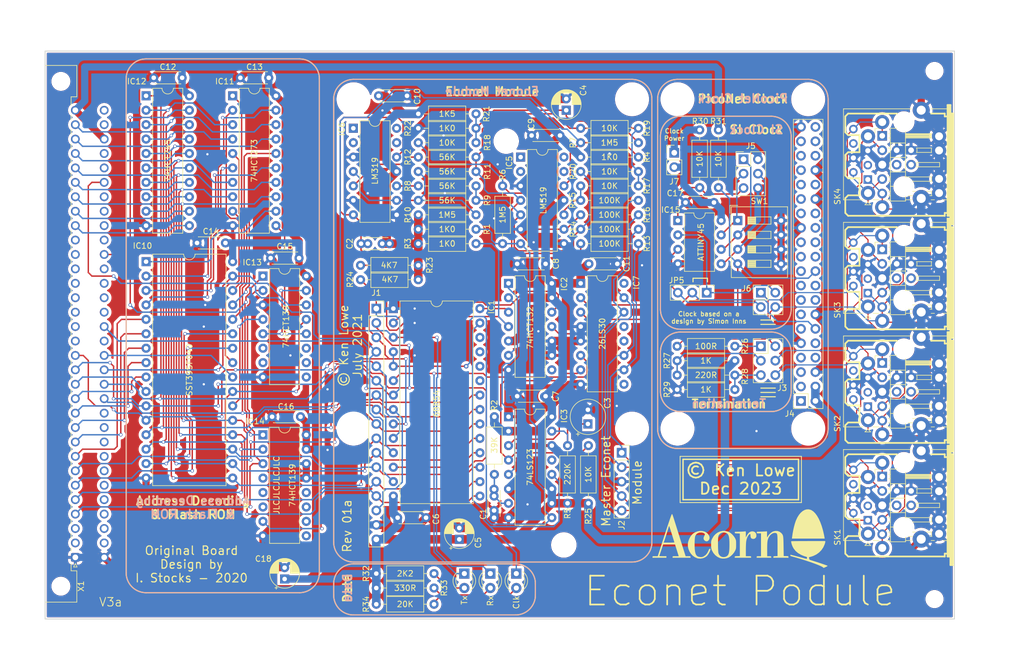
<source format=kicad_pcb>
(kicad_pcb (version 20241229) (generator "pcbnew") (generator_version "9.0")
  (title_block (title "Combined Econet and Flash ROM Podule") (date "2023/12/07") (rev "03a") (company "Ken Lowe") (comment 1 "Rev 03a: Added activity LEDs") (comment 2 "Rev 03: Initial release"))
  (layers (0 "F.Cu" signal) (2 "B.Cu" signal) (13 "F.Paste" user) (15 "B.Paste" user) (5 "F.SilkS" user "F.Silkscreen") (7 "B.SilkS" user "B.Silkscreen") (1 "F.Mask" user) (3 "B.Mask" user) (25 "Edge.Cuts" user))
  (net 0 "")
  (net 1 "GND")
  (net 2 "Net-(C2-Pad2)")
  (net 3 "/D7")
  (net 4 "Net-(IC3B-RCext)")
  (net 5 "/D6")
  (net 6 "Net-(IC3A-RCext)")
  (net 7 "/D5")
  (net 8 "Net-(IC1-~{RTS})")
  (net 9 "/D4")
  (net 10 "/D3")
  (net 11 "/D2")
  (net 12 "/D1")
  (net 13 "+5V")
  (net 14 "/D0")
  (net 15 "Net-(IC1-Rx_CLK)")
  (net 17 "Net-(IC2-Pad2)")
  (net 22 "/Econet_Clk")
  (net 23 "Net-(IC1-~{CTS})")
  (net 24 "Net-(IC3B-Q)")
  (net 25 "Net-(IC3A-Clr)")
  (net 26 "/C7")
  (net 27 "/C5")
  (net 28 "/C4")
  (net 29 "/C1")
  (net 30 "/C0")
  (net 31 "/C2")
  (net 32 "/C3")
  (net 33 "/C6")
  (net 34 "/BD0")
  (net 35 "/BD4")
  (net 36 "/BD1")
  (net 37 "/BD5")
  (net 38 "/BD2")
  (net 39 "/BD6")
  (net 40 "/BD3")
  (net 41 "/BD7")
  (net 42 "/LA9")
  (net 43 "/LA8")
  (net 44 "/LA7")
  (net 45 "/LA12")
  (net 46 "/LA6")
  (net 47 "/LA5")
  (net 48 "/LA4")
  (net 49 "/LA11")
  (net 50 "/LA10")
  (net 51 "/LA13")
  (net 52 "/~{PS}")
  (net 53 "/LAT")
  (net 54 "/~{IOWR}")
  (net 55 "/~{IORD}")
  (net 56 "Net-(IC3A-~{Q})")
  (net 57 "/F_CE")
  (net 61 "Net-(IC5A-+)")
  (net 62 "Net-(IC5A--)")
  (net 63 "Net-(IC5B-+)")
  (net 64 "Net-(IC5B--)")
  (net 65 "/CLK_VCC")
  (net 67 "/ECLK")
  (net 70 "/Data+")
  (net 71 "/Data-")
  (net 72 "/CLK_EN")
  (net 74 "Net-(IC6A-+)")
  (net 75 "Net-(IC6A--)")
  (net 76 "/Clk+")
  (net 77 "/Clk-")
  (net 78 "/LA3")
  (net 79 "/LA2")
  (net 80 "/PR{slash}~{W}")
  (net 81 "/~{RST}")
  (net 82 "/BD8")
  (net 83 "/BD9")
  (net 84 "/BD10")
  (net 85 "/BD11")
  (net 86 "/BD12")
  (net 87 "/BD13")
  (net 88 "/BD14")
  (net 89 "/BD15")
  (net 90 "/LA14")
  (net 91 "/LA15")
  (net 92 "Net-(IC6B--)")
  (net 99 "Net-(IC13A-O1)")
  (net 103 "/~{PFIQ}")
  (net 112 "/CLK2")
  (net 114 "Net-(IC15-~{RESET}{slash}PB5)")
  (net 115 "Net-(IC15-XTAL1{slash}PB3)")
  (net 116 "Net-(IC15-XTAL2{slash}PB4)")
  (net 117 "Net-(C4-Pad1)")
  (net 118 "Net-(IC15-AREF{slash}PB0)")
  (net 119 "Net-(IC15-PB1)")
  (net 120 "Net-(IC15-PB2)")
  (net 121 "Net-(J3-Pin_1)")
  (net 122 "Net-(J3-Pin_3)")
  (net 123 "/ADLC_~{CS}")
  (net 124 "Net-(J3-Pin_5)")
  (net 193 "Net-(LED1-A)")
  (net 194 "Net-(LED2-A)")
  (net 195 "Net-(LED3-A)")
  (net 196 "/Rx_Data")
  (net 197 "/Tx_Data")
  (footprint "Capacitor_THT:C_Disc_D4.3mm_W1.9mm_P5.00mm" (layer "F.Cu") (at 91.44 55.245 180)
    (property "Reference" "C12")
    (property "Value" "47nF")
  )
  (footprint "Capacitor_THT:C_Disc_D4.3mm_W1.9mm_P5.00mm" (layer "F.Cu") (at 106.68 55.245 180)
    (property "Reference" "C13")
    (property "Value" "47nF")
  )
  (footprint "Capacitor_THT:C_Disc_D4.3mm_W1.9mm_P5.00mm" (layer "F.Cu") (at 99.06 84.328 180)
    (property "Reference" "C14")
    (property "Value" "47nF")
  )
  (footprint "Connector_PinHeader_2.54mm:PinHeader_2x03_P2.54mm_Vertical" (layer "F.Cu") (at 193.2735 102.525)
    (property "Reference" "J3")
    (property "Value" "CONN_02X03")
  )
  (footprint "Resistor_THT:R_Axial_DIN0207_L6.3mm_D2.5mm_P10.16mm_Horizontal" (layer "F.Cu") (at 178.5415 105.065)
    (property "Reference" "R27")
    (property "Value" "1K")
  )
  (footprint "Resistor_THT:R_Axial_DIN0207_L6.3mm_D2.5mm_P10.16mm_Horizontal" (layer "F.Cu") (at 188.7015 107.605 180)
    (property "Reference" "R28")
    (property "Value" "220R")
  )
  (footprint "Resistor_THT:R_Axial_DIN0207_L6.3mm_D2.5mm_P10.16mm_Horizontal" (layer "F.Cu") (at 178.5415 110.145)
    (property "Reference" "R29")
    (property "Value" "1K")
  )
  (footprint "Resistor_THT:R_Axial_DIN0207_L6.3mm_D2.5mm_P10.16mm_Horizontal" (layer "F.Cu") (at 178.5415 102.525)
    (property "Reference" "R26")
    (property "Value" "100R")
  )
  (footprint "Capacitor_THT:C_Disc_D4.3mm_W1.9mm_P5.00mm" (layer "F.Cu") (at 185.0185 77.208 180)
    (property "Reference" "C17")
    (property "Value" "47nF")
  )
  (footprint "Resistor_THT:R_Axial_DIN0207_L6.3mm_D2.5mm_P10.16mm_Horizontal" (layer "F.Cu") (at 182.5055 74.587 90)
    (property "Reference" "R30")
    (property "Value" "10K")
  )
  (footprint "Package_DIP:DIP-8_W7.62mm" (layer "F.Cu") (at 178.6685 80.383)
    (property "Reference" "IC15")
    (property "Value" "ATTINY45")
  )
  (footprint "Button_Switch_THT:SW_DIP_SPSTx04_Slide_9.78x12.34mm_W7.62mm_P2.54mm" (layer "F.Cu") (at 189.2095 80.383)
    (property "Reference" "SW1")
    (property "Value" "SW_DIP_x04")
  )
  (footprint "Connector_PinHeader_2.54mm:PinHeader_2x03_P2.54mm_Vertical" (layer "F.Cu") (at 190.2255 69.588)
    (property "Reference" "J5")
    (property "Value" "CONN_02X03")
  )
  (footprint "Connector_PinHeader_2.54mm:PinHeader_2x02_P2.54mm_Vertical" (layer "F.Cu") (at 193.2685 93.078)
    (property "Reference" "J6")
    (property "Value" "CONN_02X02")
  )
  (footprint "Connector_PinHeader_2.54mm:PinHeader_1x02_P2.54mm_Vertical" (layer "F.Cu") (at 178.0335 68.445)
    (property "Reference" "J7")
    (property "Value" "CONN_01X02")
  )
  (footprint "Connector_PinHeader_2.54mm:PinHeader_1x03_P2.54mm_Vertical" (layer "F.Cu") (at 183.7485 93.083 -90)
    (property "Reference" "JP5")
    (property "Value" "Jumper_NC_Dual")
  )
  (footprint "Resistor_THT:R_Axial_DIN0207_L6.3mm_D2.5mm_P10.16mm_Horizontal" (layer "F.Cu") (at 171.728 64.135 180)
    (property "Reference" "R19")
    (property "Value" "10K")
  )
  (footprint "Package_DIP:DIP-14_W7.62mm" (layer "F.Cu") (at 151.003 69.215)
    (property "Reference" "IC5")
    (property "Value" "LM319")
  )
  (footprint "Resistor_THT:R_Axial_DIN0207_L6.3mm_D2.5mm_P10.16mm_Horizontal" (layer "F.Cu") (at 162.9205 120.015 -90)
    (property "Reference" "R25")
    (property "Value" "10K")
  )
  (footprint "Connector_DIN:DIN41612_C_2x32_Male_Horizontal_THT" (layer "F.Cu") (at 72.644 139.7 90)
    (property "Reference" "X1")
    (property "Value" "DIN41612_02x32_AC")
  )
  (footprint "Capacitor_THT:C_Disc_D4.3mm_W1.9mm_P5.00mm" (layer "F.Cu") (at 129.358 132.715)
    (property "Reference" "C6")
    (property "Value" "47nF")
  )
  (footprint "LED_THT:LED_D3.0mm" (layer "F.Cu") (at 145.669 142.557 -90)
    (property "Reference" "LED2" (hide yes))
    (property "Value" "Green")
  )
  (footprint "Package_DIP:DIP-28_W15.24mm" (layer "F.Cu") (at 128.603 95.885)
    (property "Reference" "IC1")
    (property "Value" "68B54")
  )
  (footprint "EconetPodule:C_Disc_D4.3mm_W1.9mm_P5.00_P2.54mm" (layer "F.Cu") (at 146.328 132.715 90)
    (property "Reference" "C1")
    (property "Value" "2n2")
  )
  (footprint "Capacitor_THT:C_Disc_D4.3mm_W1.9mm_P5.00mm" (layer "F.Cu") (at 126.008 58.42)
    (property "Reference" "C10")
    (property "Value" "47nF")
  )
  (footprint "Connector_PinSocket_2.54mm:PinSocket_1x17_P2.54mm_Vertical" (layer "F.Cu") (at 125.603 95.885)
    (property "Reference" "J1")
    (property "Value" "Conn_01x17")
  )
  (footprint "Resistor_THT:R_Axial_DIN0207_L6.3mm_D2.5mm_P10.16mm_Horizontal" (layer "F.Cu") (at 143.153 74.295 180)
    (property "Reference" "R8")
    (property "Value" "56K")
  )
  (footprint "EconetPodule:PicoNetClock" (layer "F.Cu") (at 190.103 88.025)
    (property "Reference" "J4")
    (property "Value" "PicoNet_Clock")
  )
  (footprint "Resistor_THT:R_Axial_DIN0207_L6.3mm_D2.5mm_P10.16mm_Horizontal" (layer "F.Cu") (at 171.728 81.915 180)
    (property "Reference" "R14")
    (property "Value" "100K")
  )
  (footprint "Capacitor_THT:C_Disc_D4.3mm_W1.9mm_P5.00mm" (layer "F.Cu") (at 155.393 88.011 180)
    (property "Reference" "C8")
    (property "Value" "47nF")
  )
  (footprint "Package_DIP:DIP-14_W7.62mm" (layer "F.Cu") (at 121.563 64.135)
    (property "Reference" "IC6")
    (property "Value" "LM319")
  )
  (footprint "Resistor_THT:R_Axial_DIN0207_L6.3mm_D2.5mm_P10.16mm_Horizontal" (layer "F.Cu") (at 185.8075 74.587 90)
    (property "Reference" "R31")
    (property "Value" "10K")
  )
  (footprint "Resistor_THT:R_Axial_DIN0207_L6.3mm_D2.5mm_P10.16mm_Horizontal" (layer "F.Cu") (at 132.993 88.265 180)
    (property "Reference" "R23")
    (property "Value" "4K7")
  )
  (footprint "Resistor_THT:R_Axial_DIN0207_L6.3mm_D2.5mm_P10.16mm_Horizontal" (layer "F.Cu") (at 132.993 61.595)
    (property "Reference" "R21")
    (property "Value" "1K5")
  )
  (footprint "Resistor_THT:R_Axial_DIN0207_L6.3mm_D2.5mm_P10.16mm_Horizontal" (layer "F.Cu") (at 143.153 69.215 180)
    (property "Reference" "R12")
    (property "Value" "56K")
  )
  (footprint "EconetPodule:CombinedDIN5RJ45PinHeader90Deg" (layer "F.Cu") (at 217.63 110.546 90)
    (property "Reference" "SK2")
    (property "Value" "DIN5_RJ45" (hide yes))
  )
  (footprint "Package_DIP:DIP-20_W7.62mm" (layer "F.Cu") (at 85.09 58.42)
    (property "Reference" "IC12")
    (property "Value" "74HCT245")
  )
  (footprint "Capacitor_THT:CP_Radial_D5.0mm_P2.00mm" (layer "F.Cu") (at 109.474 143.51 90)
    (property "Reference" "C18")
    (property "Value" "100uF")
  )
  (footprint "EconetPodule:CombinedDIN5RJ45PinHeader90Deg" (layer "F.Cu") (at 217.63 130.546 90)
    (property "Reference" "SK1")
    (property "Value" "DIN5_RJ45" (hide yes))
  )
  (footprint "LED_THT:LED_D3.0mm" (layer "F.Cu") (at 141.097 142.557 -90)
    (property "Reference" "LED1" (hide yes))
    (property "Value" "Red")
  )
  (footprint "Capacitor_THT:C_Disc_D4.3mm_W1.9mm_P5.00mm" (layer "F.Cu") (at 112.014 86.995 180)
    (property "Reference" "C15")
    (property "Value" "47nF")
  )
  (footprint "MountingHole:MountingHole_2.7mm" (layer "F.Cu") (at 170.603 117.025 90)
    (property "Reference" "H2" (hide yes))
    (property "Value" "MountingHole")
  )
  (footprint "Resistor_THT:R_Axial_DIN0207_L6.3mm_D2.5mm_P10.16mm_Horizontal" (layer "F.Cu") (at 143.153 79.375 180)
    (property "Reference" "R10")
    (property "Value" "1M5")
  )
  (footprint "Resistor_THT:R_Axial_DIN0207_L6.3mm_D2.5mm_P10.16mm_Horizontal" (layer "F.Cu") (at 132.993 81.915)
    (property "Reference" "R1")
    (property "Value" "1K0")
  )
  (footprint "MountingHole:MountingHole_2.7mm" (layer "F.Cu") (at 170.603 59.025 -90)
    (property "Reference" "H1" (hide yes))
    (property "Value" "MountingHole")
  )
  (footprint "MountingHole:MountingHole_2.7mm" (layer "F.Cu") (at 223.83 54.046 -90)
    (property "Reference" "H8" (hide yes))
    (property "Value" "MountingHole")
  )
  (footprint "EconetPodule:CombinedDIN5RJ45PinHeader90Deg" (layer "F.Cu") (at 217.63 90.546 90)
    (property "Reference" "SK3")
    (property "Value" "DIN5_RJ45" (hide yes))
  )
  (footprint "EconetPodule:CombinedDIN5RJ45PinHeader90Deg" (layer "F.Cu") (at 217.63 70.546 90)
    (property "Reference" "SK4")
    (property "Value" "DIN5_RJ45" (hide yes))
  )
  (footprint "Resistor_THT:R_Axial_DIN0207_L6.3mm_D2.5mm_P10.16mm_Horizontal" (layer "F.Cu") (at 143.153 76.835 180)
    (property "Reference" "R9")
    (property "Value" "56K")
  )
  (footprint "Capacitor_THT:C_Disc_D4.3mm_W1.9mm_P5.00mm" (layer "F.Cu") (at 112.268 114.935 180)
    (property "Reference" "C16")
    (property "Value" "47nF")
  )
  (footprint "MountingHole:MountingHole_4mm" (layer "F.Cu") (at 148.463 66.405 -90)
    (property "Reference" "H5" (hide yes))
    (property "Value" "MountingHole")
  )
  (footprint "Resistor_THT:R_Axial_DIN0207_L6.3mm_D2.5mm_P10.16mm_Horizontal" (layer "F.Cu") (at 146.383 114.935 -90)
    (property "Reference" "R2")
    (property "Value" "39K")
  )
  (footprint "Resistor_THT:R_Axial_DIN0207_L6.3mm_D2.5mm_P10.16mm_Horizontal" (layer "F.Cu") (at 143.153 66.675 180)
    (property "Reference" "R18")
    (property "Value" "10K")
  )
  (footprint "Resistor_THT:R_Axial_DIN0207_L6.3mm_D2.5mm_P10.16mm_Horizontal" (layer "F.Cu") (at 132.993 84.455)
    (property "Reference" "R3")
    (property "Value" "1K0")
  )
  (footprint "MountingHole:MountingHole_2.7mm" (layer "F.Cu") (at 121.603 117.025 -90)
    (property "Reference" "H4" (hide yes))
    (property "Value" "MountingHole")
  )
  (footprint "Package_DIP:DIP-16_W7.62mm" (layer "F.Cu") (at 105.664 90.17)
    (property "Reference" "IC13")
    (property "Value" "74HCT139")
  )
  (footprint "Resistor_THT:R_Axial_DIN0207_L6.3mm_D2.5mm_P10.16mm_Horizontal" (layer "F.Cu") (at 147.828 74.295 -90)
    (property "Reference" "R6")
    (property "Value" "1M5")
  )
  (footprint "Resistor_THT:R_Axial_DIN0207_L6.3mm_D2.5mm_P10.16mm_Horizontal" (layer "F.Cu") (at 143.153 71.755 180)
    (property "Reference" "R11")
    (property "Value" "56K")
  )
  (footprint "Capacitor_THT:C_Disc_D4.3mm_W1.9mm_P5.00mm" (layer "F.Cu") (at 163.013 88.011)
    (property "Reference" "C11")
    (property "Value" "47nF")
  )
  (footprint "Resistor_THT:R_Axial_DIN0207_L6.3mm_D2.5mm_P10.16mm_Horizontal" (layer "F.Cu") (at 171.728 71.755 180)
    (property "Reference" "R20")
    (property "Value" "10K")
  )
  (footprint "Resistor_THT:R_Axial_DIN0207_L6.3mm_D2.5mm_P10.16mm_Horizontal" (layer "F.Cu") (at 143.153 64.135 180)
    (property "Reference" "R22")
    (property "Value" "1K0")
  )
  (footprint "Resistor_THT:R_Axial_DIN0207_L6.3mm_D2.5mm_P10.16mm_Horizontal" (layer "F.Cu") (at 171.728 84.455 180)
    (property "Reference" "R13")
    (property "Value" "100K")
  )
  (footprint "EconetPodule:C_Disc_D4.3mm_W1.9mm_P5.00_P2.54mm" (layer "F.Cu") (at 127.913 84.455 180)
    (property "Reference" "C2")
    (property "Value" "10nF")
  )
  (footprint "Capacitor_THT:C_Disc_D4.3mm_W1.9mm_P5.00mm" (layer "F.Cu") (at 155.393 111.315 180)
    (property "Reference" "C7")
    (property "Value" "47nF")
  )
  (footprint "Resistor_THT:R_Axial_DIN0207_L6.3mm_D2.5mm_P10.16mm_Horizontal" (layer "F.Cu") (at 171.728 66.675 180)
    (property "Reference" "R7")
    (property "Value" "1M5")
  )
  (footprint "Package_DIP:DIP-20_W7.62mm" (layer "F.Cu") (at 100.33 58.42)
    (property "Reference" "IC11")
    (property "Value" "74HCT273")
  )
  (footprint "Package_DIP:DIP-16_W7.62mm" (layer "F.Cu") (at 161.568 91.44)
    (property "Reference" "IC7")
    (property "Value" "26LS30")
  )
  (footprint "MountingHole:MountingHole_4mm" (layer "F.Cu") (at 158.603 137.515 -90)
    (property "Reference" "H6" (hide yes))
    (property "Value" "MountingHole")
  )
  (footprint "Resistor_THT:R_Axial_DIN0207_L6.3mm_D2.5mm_P10.16mm_Horizontal" (layer "F.Cu") (at 125.603 145.097)
    (property "Reference" "R33")
    (property "Value" "330R")
  )
  (footprint "MountingHole:MountingHole_2.7mm" (layer "F.Cu") (at 121.603 59.025 -90)
    (property "Reference" "H3" (hide yes))
    (property "Value" "MountingHole")
  )
  (footprint "Package_DIP:DIP-32_W15.24mm" (layer "F.Cu") (at 85.09 87.63)
    (property "Reference" "IC10")
    (property "Value" "SST39SF040")
  )
  (footprint "Resistor_THT:R_Axial_DIN0207_L6.3mm_D2.5mm_P10.16mm_Horizontal" (layer "F.Cu") (at 161.568 69.215)
    (property "Reference" "R4")
    (property "Value" "1K0")
  )
  (footprint "LED_THT:LED_D3.0mm" (layer "F.Cu") (at 150.241 142.557 -90)
    (property "Reference" "LED3" (hide yes))
    (property "Value" "Blue")
  )
  (footprint "Capacitor_THT:CP_Radial_D5.0mm_P2.00mm" (layer "F.Cu") (at 159.028 60.96 90)
    (property "Reference" "C4")
    (property "Value" "10uF")
  )
  (footprint "Resistor_THT:R_Axial_DIN0207_L6.3mm_D2.5mm_P10.16mm_Horizontal" (layer "F.Cu") (at 132.993 90.805 180)
    (property "Reference" "R24")
    (property "Value" "4K7")
  )
  (footprint "Capacitor_THT:C_Disc_D4.3mm_W1.9mm_P5.00mm" (layer "F.Cu") (at 157.933 65.405 180)
    (property "Reference" "C9")
    (property "Value" "47nF")
  )
  (footprint "Resistor_THT:R_Axial_DIN0207_L6.3mm_D2.5mm_P10.16mm_Horizontal" (layer "F.Cu") (at 171.728 76.835 180)
    (property "Reference" "R15")
    (property "Value" "100K")
  )
  (footprint "Resistor_THT:R_Axial_DIN0207_L6.3mm_D2.5mm_P10.16mm_Horizontal" (layer "F.Cu") (at 171.728 74.295 180)
    (property "Reference" "R17")
    (property "Value" "10K")
  )
  (footprint "Connector_PinSocket_2.54mm:PinSocket_1x05_P2.54mm_Vertical" (layer "F.Cu") (at 168.783 121.285)
    (property "Reference" "J2")
    (property "Value" "Conn_01x05")
  )
  (footprint "MountingHole:MountingHole_2.7mm" (layer "F.Cu") (at 223.83 147.046 -90)
    (property "Reference" "H7" (hide yes))
    (property "Value" "MountingHole")
  )
  (footprint "Capacitor_THT:CP_Radial_Tantal_D6.0mm_P2.50mm" (layer "F.Cu") (at 162.838 116.205 90)
    (property "Reference" "C3")
    (property "Value" "47uF")
  )
  (footprint "Resistor_THT:R_Axial_DIN0207_L6.3mm_D2.5mm_P10.16mm_Horizontal" (layer "F.Cu") (at 159.258 120.015 -90)
    (property "Reference" "R5")
    (property "Value" "220K")
  )
  (footprint "EconetPodule:AcornLogo2" (layer "F.Cu") (at 190.03478 136.612008)
    (property "Reference" "G1" (hide yes))
    (property "Value" "LOGO" (hide yes))
  )
  (footprint "Package_DIP:DIP-14_W7.62mm" (layer "F.Cu") (at 148.868 91.44)
    (property "Reference" "IC2")
    (property "Value" "74HCT132")
  )
  (footprint "Package_DIP:DIP-16_W7.62mm" (layer "F.Cu") (at 105.664 118.125)
    (property "Reference" "IC14")
    (property "Value" "74HCT139")
  )
  (footprint "Resistor_THT:R_Axial_DIN0207_L6.3mm_D2.5mm_P10.16mm_Horizontal" (layer "F.Cu") (at 125.603 142.557)
    (property "Reference" "R32")
    (property "Value" "2K2")
  )
  (footprint "Resistor_THT:R_Axial_DIN0207_L6.3mm_D2.5mm_P10.16mm_Horizontal" (layer "F.Cu") (at 125.603 147.954)
    (property "Reference" "R34")
    (property "Value" "20K")
  )
  (footprint "Capacitor_THT:CP_Radial_D5.0mm_P2.00mm" (layer "F.Cu") (at 140.208 136.525 90)
    (property "Reference" "C5")
    (property "Value" "100uF")
  )
  (footprint "Resistor_THT:R_Axial_DIN0207_L6.3mm_D2.5mm_P10.16mm_Horizontal" (layer "F.Cu") (at 171.728 79.375 180)
    (property "Reference" "R16")
    (property "Value" "100K")
  )
  (footprint "Package_DIP:DIP-16_W7.62mm" (layer "F.Cu") (at 148.868 114.935)
    (property "Reference" "IC3")
    (property "Value" "74LS123")
  )
  (gr_line (start 153.603 146.342) (end 153.603 144.342) (stroke (width 0.2)) (layer "F.SilkS"))
  (gr_arc (start 170.603 55.525) (mid 173.077874 56.550126) (end 174.103 59.025) (stroke (width 0.2)) (layer "F.SilkS"))
  (gr_line (start 198.603 103.525) (end 198.603 110.525) (stroke (width 0.2)) (layer "F.SilkS"))
  (gr_line (start 193.2685 98.666) (end 195.8085 98.666) (stroke (width 0.2)) (layer "F.SilkS"))
  (gr_arc (start 179.103 114.025) (mid 176.628126 112.999874) (end 175.603 110.525) (stroke (width 0.2)) (layer "F.SilkS"))
  (gr_arc (start 175.603 103.525) (mid 176.628126 101.050126) (end 179.103 100.025) (stroke (width 0.2)) (layer "F.SilkS"))
  (gr_arc (start 179.103 99.525) (mid 176.628126 98.499874) (end 175.603 96.025) (stroke (width 0.2)) (layer "F.SilkS"))
  (gr_line (start 179.07 121.92) (end 179.07 130.048) (stroke (width 0.15)) (layer "F.SilkS"))
  (gr_line (start 193.2735 109.891) (end 195.8135 109.891) (stroke (width 0.2)) (layer "F.SilkS"))
  (gr_line (start 121.603 140.842) (end 150.103 140.842) (stroke (width 0.2)) (layer "F.SilkS"))
  (gr_line (start 179.07 130.048) (end 200.406 130.048) (stroke (width 0.15)) (layer "F.SilkS"))
  (gr_line (start 174.103 59.025) (end 174.103 137.025) (stroke (width 0.2)) (layer "F.SilkS"))
  (gr_line (start 179.578 129.54) (end 199.898 129.54) (stroke (width 0.25)) (layer "F.SilkS"))
  (gr_arc (start 174.103 137.025) (mid 173.077874 139.499874) (end 170.603 140.525) (stroke (width 0.2)) (layer "F.SilkS"))
  (gr_arc (start 150.103 140.842) (mid 152.577874 141.867126) (end 153.603 144.342) (stroke (width 0.2)) (layer "F.SilkS"))
  (gr_line (start 121.603 55.525) (end 170.603 55.525) (stroke (width 0.2)) (layer "F.SilkS"))
  (gr_arc (start 198.603 96.025) (mid 197.577874 98.499874) (end 195.103 99.525) (stroke (width 0.2)) (layer "F.SilkS"))
  (gr_arc (start 195.103 62.025) (mid 197.577874 63.050126) (end 198.603 65.525) (stroke (width 0.2)) (layer "F.SilkS"))
  (gr_line (start 199.898 122.428) (end 179.578 122.428) (stroke (width 0.25)) (layer "F.SilkS"))
  (gr_arc (start 198.603 110.525) (mid 197.577874 112.999874) (end 195.103 114.025) (stroke (width 0.2)) (layer "F.SilkS"))
  (gr_line (start 195.103 114.025) (end 179.103 114.025) (stroke (width 0.2)) (layer "F.SilkS"))
  (gr_arc (start 195.103 100.025) (mid 197.577874 101.050126) (end 198.603 103.525) (stroke (width 0.2)) (layer "F.SilkS"))
  (gr_line (start 179.578 122.428) (end 179.578 129.54) (stroke (width 0.25)) (layer "F.SilkS"))
  (gr_line (start 121.603 149.842) (end 150.103 149.842) (stroke (width 0.2)) (layer "F.SilkS"))
  (gr_line (start 193.2735 111.415) (end 195.8135 111.415) (stroke (width 0.2)) (layer "F.SilkS"))
  (gr_line (start 195.103 99.525) (end 179.103 99.525) (stroke (width 0.2)) (layer "F.SilkS"))
  (gr_line (start 200.406 130.048) (end 200.406 121.92) (stroke (width 0.15)) (layer "F.SilkS"))
  (gr_line (start 199.898 129.54) (end 199.898 122.428) (stroke (width 0.25)) (layer "F.SilkS"))
  (gr_line (start 118.103 146.342) (end 118.103 144.342) (stroke (width 0.2)) (layer "F.SilkS"))
  (gr_line (start 200.406 121.92) (end 179.07 121.92) (stroke (width 0.15)) (layer "F.SilkS"))
  (gr_line (start 193.2735 110.653) (end 195.8135 110.653) (stroke (width 0.2)) (layer "F.SilkS"))
  (gr_arc (start 121.603 149.842) (mid 119.128126 148.816874) (end 118.103 146.342) (stroke (width 0.2)) (layer "F.SilkS"))
  (gr_line (start 115.59 55.42) (end 115.59 142.42) (stroke (width 0.2)) (layer "F.SilkS"))
  (gr_line (start 195.103 100.025) (end 179.103 100.025) (stroke (width 0.2)) (layer "F.SilkS"))
  (gr_line (start 183.8755 90.543) (end 183.8755 91.178) (stroke (width 0.2)) (layer "F.SilkS"))
  (gr_line (start 195.103 62.025) (end 179.103 62.025) (stroke (width 0.2)) (layer "F.SilkS"))
  (gr_arc (start 153.603 146.342) (mid 152.577874 148.816874) (end 150.103 149.842) (stroke (width 0.2)) (layer "F.SilkS"))
  (gr_line (start 198.603 96.025) (end 198.603 65.525) (stroke (width 0.2)) (layer "F.SilkS"))
  (gr_arc (start 175.603 65.525) (mid 176.628126 63.050126) (end 179.103 62.025) (stroke (width 0.2)) (layer "F.SilkS"))
  (gr_line (start 181.3355 91.178) (end 181.3355 90.543) (stroke (width 0.2)) (layer "F.SilkS"))
  (gr_line (start 118.103 59.025) (end 118.103 137.025) (stroke (width 0.2)) (layer "F.SilkS"))
  (gr_line (start 175.603 103.525) (end 175.603 110.525) (stroke (width 0.2)) (layer "F.SilkS"))
  (gr_line (start 181.3355 90.543) (end 183.8755 90.543) (stroke (width 0.2)) (layer "F.SilkS"))
  (gr_line (start 112.09 145.92) (end 85.09 145.92) (stroke (width 0.2)) (layer "F.SilkS"))
  (gr_line (start 193.2685 97.904) (end 195.8085 97.904) (stroke (width 0.2)) (layer "F.SilkS"))
  (gr_arc (start 118.103 144.342) (mid 119.128126 141.867126) (end 121.603 140.842) (stroke (width 0.2)) (layer "F.SilkS"))
  (gr_line (start 81.59 142.42) (end 81.59 55.42) (stroke (width 0.2)) (layer "F.SilkS"))
  (gr_arc (start 85.09 145.92) (mid 82.615126 144.894874) (end 81.59 142.42) (stroke (width 0.2)) (layer "F.SilkS"))
  (gr_arc (start 121.603 140.525) (mid 119.128126 139.499874) (end 118.103 137.025) (stroke (width 0.2)) (layer "F.SilkS"))
  (gr_line (start 85.09 51.92) (end 112.09 51.92) (stroke (width 0.2)) (layer "F.SilkS"))
  (gr_arc (start 115.59 142.42) (mid 114.564874 144.894874) (end 112.09 145.92) (stroke (width 0.2)) (layer "F.SilkS"))
  (gr_arc (start 112.09 51.92) (mid 114.564874 52.945126) (end 115.59 55.42) (stroke (width 0.2)) (layer "F.SilkS"))
  (gr_arc (start 81.59 55.42) (mid 82.615126 52.945126) (end 85.09 51.92) (stroke (width 0.2)) (layer "F.SilkS"))
  (gr_line (start 175.603 65.525) (end 175.603 96.025) (stroke (width 0.2)) (layer "F.SilkS"))
  (gr_line (start 170.603 140.525) (end 121.603 140.525) (stroke (width 0.2)) (layer "F.SilkS"))
  (gr_arc (start 118.103 59.025) (mid 119.128126 56.550126) (end 121.603 55.525) (stroke (width 0.2)) (layer "F.SilkS"))
  (gr_line (start 175.603 103.525) (end 175.603 110.525) (stroke (width 0.2)) (layer "B.SilkS"))
  (gr_arc (start 121.603 149.842) (mid 119.128127 148.816874) (end 118.103 146.342) (stroke (width 0.2)) (layer "B.SilkS"))
  (gr_arc (start 195.103 62.025) (mid 197.577874 63.050126) (end 198.603 65.525) (stroke (width 0.2)) (layer "B.SilkS"))
  (gr_line (start 170.603 140.525) (end 121.603 140.525) (stroke (width 0.2)) (layer "B.SilkS"))
  (gr_arc (start 170.603 55.525) (mid 173.077874 56.550126) (end 174.103 59.025) (stroke (width 0.2)) (layer "B.SilkS"))
  (gr_line (start 121.603 149.842) (end 150.103 149.842) (stroke (width 0.2)) (layer "B.SilkS"))
  (gr_line (start 195.103 99.525) (end 179.103 99.525) (stroke (width 0.2)) (layer "B.SilkS"))
  (gr_line (start 85.09 51.92) (end 112.09 51.92) (stroke (width 0.2)) (layer "B.SilkS"))
  (gr_line (start 195.103 114.025) (end 179.103 114.025) (stroke (width 0.2)) (layer "B.SilkS"))
  (gr_arc (start 195.103 100.025) (mid 197.577874 101.050126) (end 198.603 103.525) (stroke (width 0.2)) (layer "B.SilkS"))
  (gr_line (start 198.603 103.525) (end 198.603 110.525) (stroke (width 0.2)) (layer "B.SilkS"))
  (gr_arc (start 118.103 59.025) (mid 119.128126 56.550126) (end 121.603 55.525) (stroke (width 0.2)) (layer "B.SilkS"))
  (gr_line (start 175.603 65.525) (end 175.603 96.025) (stroke (width 0.2)) (layer "B.SilkS"))
  (gr_arc (start 81.59 55.42) (mid 82.615126 52.945126) (end 85.09 51.92) (stroke (width 0.2)) (layer "B.SilkS"))
  (gr_line (start 118.103 146.342) (end 118.103 144.342) (stroke (width 0.2)) (layer "B.SilkS"))
  (gr_line (start 153.603 146.342) (end 153.603 144.342) (stroke (width 0.2)) (layer "B.SilkS"))
  (gr_arc (start 175.603 103.525) (mid 176.628126 101.050126) (end 179.103 100.025) (stroke (width 0.2)) (layer "B.SilkS"))
  (gr_line (start 118.103 59.025) (end 118.103 137.025) (stroke (width 0.2)) (layer "B.SilkS"))
  (gr_arc (start 121.603 140.525) (mid 119.128126 139.499874) (end 118.103 137.025) (stroke (width 0.2)) (layer "B.SilkS"))
  (gr_line (start 121.603 140.842) (end 150.103 140.842) (stroke (width 0.2)) (layer "B.SilkS"))
  (gr_line (start 115.59 55.42) (end 115.59 142.42) (stroke (width 0.2)) (layer "B.SilkS"))
  (gr_line (start 174.103 59.025) (end 174.103 137.025) (stroke (width 0.2)) (layer "B.SilkS"))
  (gr_line (start 81.59 142.42) (end 81.59 55.42) (stroke (width 0.2)) (layer "B.SilkS"))
  (gr_arc (start 118.103 144.342) (mid 119.128126 141.867127) (end 121.603 140.842) (stroke (width 0.2)) (layer "B.SilkS"))
  (gr_arc (start 150.103 140.842) (mid 152.577873 141.867126) (end 153.603 144.342) (stroke (width 0.2)) (layer "B.SilkS"))
  (gr_line (start 121.603 55.525) (end 170.603 55.525) (stroke (width 0.2)) (layer "B.SilkS"))
  (gr_line (start 198.603 96.025) (end 198.603 65.525) (stroke (width 0.2)) (layer "B.SilkS"))
  (gr_line (start 195.103 100.025) (end 179.103 100.025) (stroke (width 0.2)) (layer "B.SilkS"))
  (gr_arc (start 198.603 96.025) (mid 197.577874 98.499874) (end 195.103 99.525) (stroke (width 0.2)) (layer "B.SilkS"))
  (gr_arc (start 175.603 65.525) (mid 176.628126 63.050126) (end 179.103 62.025) (stroke (width 0.2)) (layer "B.SilkS"))
  (gr_line (start 112.09 145.92) (end 85.09 145.92) (stroke (width 0.2)) (layer "B.SilkS"))
  (gr_arc (start 85.09 145.92) (mid 82.615126 144.894874) (end 81.59 142.42) (stroke (width 0.2)) (layer "B.SilkS"))
  (gr_arc (start 112.09 51.92) (mid 114.564874 52.945126) (end 115.59 55.42) (stroke (width 0.2)) (layer "B.SilkS"))
  (gr_line (start 195.103 62.025) (end 179.103 62.025) (stroke (width 0.2)) (layer "B.SilkS"))
  (gr_arc (start 179.103 114.025) (mid 176.628126 112.999874) (end 175.603 110.525) (stroke (width 0.2)) (layer "B.SilkS"))
  (gr_arc (start 153.603 146.342) (mid 152.577874 148.816873) (end 150.103 149.842) (stroke (width 0.2)) (layer "B.SilkS"))
  (gr_arc (start 115.59 142.42) (mid 114.564874 144.894874) (end 112.09 145.92) (stroke (width 0.2)) (layer "B.SilkS"))
  (gr_arc (start 198.603 110.525) (mid 197.577874 112.999874) (end 195.103 114.025) (stroke (width 0.2)) (layer "B.SilkS"))
  (gr_arc (start 174.103 137.025) (mid 173.077874 139.499874) (end 170.603 140.525) (stroke (width 0.2)) (layer "B.SilkS"))
  (gr_arc (start 179.103 99.525) (mid 176.628126 98.499874) (end 175.603 96.025) (stroke (width 0.2)) (layer "B.SilkS"))
  (gr_line (start 67.33 50.546) (end 67.33 150.546) (stroke (width 0.15)) (layer "Edge.Cuts"))
  (gr_line (start 227.33 50.546) (end 67.33 50.546) (stroke (width 0.15)) (layer "Edge.Cuts"))
  (gr_line (start 67.33 150.546) (end 227.33 150.546) (stroke (width 0.15)) (layer "Edge.Cuts"))
  (gr_line (start 227.33 150.546) (end 227.33 50.546) (stroke (width 0.15)) (layer "Edge.Cuts"))
  (gr_text "JLCJLCJLCJLC" (at 108.0565 127 90) (layer "F.SilkS") (effects (font (size 1 1))))
  (gr_text "PicoNet Clock" (at 190.0985 58.964 0) (layer "F.SilkS") (effects (font (size 1.5 1.5) (thickness 0.3))))
  (gr_text "© Ken Lowe\nDec 2023" (at 189.738 125.984 0) (layer "F.SilkS") (effects (font (size 2 2) (thickness 0.3))))
  (gr_text "Original Board\nDesign by\nI. Stocks - 2020" (at 93.09 140.92 0) (layer "F.SilkS") (effects (font (size 1.5 1.5) (thickness 0.2))))
  (gr_text "Clock based on a\ndesign by Simon Inns" (at 184.1245 97.477 0) (layer "F.SilkS") (effects (font (size 0.8 0.8))))
  (gr_text "Rx" (at 145.669 146.367 90) (layer "F.SilkS") (effects (font (size 1 1)) (justify right)))
  (gr_text "Data" (at 120.523 145.097 90) (layer "F.SilkS") (effects (font (size 1.5 1.5) (thickness 0.3))))
  (gr_text "Address Decoding\n& Flash ROM" (at 93.3435 130.955 0) (layer "F.SilkS") (effects (font (size 1.5 1.5) (thickness 0.3))))
  (gr_text "Rev 01a" (at 120.468 134.175 90) (layer "F.SilkS") (effects (font (size 1.5 1.5) (thickness 0.2))))
  (gr_text "SI Clock" (at 192.5065 64.376 0) (layer "F.SilkS") (effects (font (size 1.5 1.5) (thickness 0.3))))
  (gr_text "Module" (at 171.533 126.535 90) (layer "F.SilkS") (effects (font (size 1.5 1.5) (thickness 0.2))))
  (gr_text "Tx" (at 141.097 146.367 90) (layer "F.SilkS") (effects (font (size 1 1)) (justify right)))
  (gr_text "Master Econet" (at 166.033 126.285 90) (layer "F.SilkS") (effects (font (size 1.5 1.5) (thickness 0.2))))
  (gr_text "Termination" (at 187.6615 112.685 0) (layer "F.SilkS") (effects (font (size 1.5 1.5) (thickness 0.3))))
  (gr_text "V3a" (at 78.867 147.574 0) (layer "F.SilkS") (effects (font (size 1.5 1.5))))
  (gr_text "Econet Module" (at 146.0015 57.685 0) (layer "F.SilkS") (effects (font (size 1.5 1.5) (thickness 0.3))))
  (gr_text "Clk" (at 150.241 146.367 90) (layer "F.SilkS") (effects (font (size 1 1)) (justify right)))
  (gr_text "© Ken Lowe\nJuly 2021" (at 121.103 102.425 90) (layer "F.SilkS") (effects (font (size 1.5 1.5) (thickness 0.2))))
  (gr_text "Clock\nPower" (at 178.0335 65.27 0) (layer "F.SilkS") (effects (font (size 0.8 0.8))))
  (gr_text "Econet Podule" (at 189.611 145.669 0) (layer "F.SilkS") (effects (font (size 5.08 5.08) (thickness 0.3))))
  (gr_text "Econet Module" (at 145.947458 57.630143 0) (layer "B.SilkS") (effects (font (size 1.5 1.5) (thickness 0.3)) (justify mirror)))
  (gr_text "Termination" (at 187.622002 112.630253 0) (layer "B.SilkS") (effects (font (size 1.5 1.5) (thickness 0.3)) (justify mirror)))
  (gr_text "Data" (at 120.523 145.097 90) (layer "B.SilkS") (effects (font (size 1.5 1.5) (thickness 0.3)) (justify mirror)))
  (gr_text "SI Clock" (at 192.436 64.376 0) (layer "B.SilkS") (effects (font (size 1.5 1.5) (thickness 0.3)) (justify mirror)))
  (gr_text "Address Decoding\n& Flash ROM" (at 93.313634 130.91333 0) (layer "B.SilkS") (effects (font (size 1.5 1.5) (thickness 0.3)) (justify mirror)))
  (gr_text "PicoNet Clock" (at 190.092154 58.891997 0) (layer "B.SilkS") (effects (font (size 1.5 1.5) (thickness 0.3)) (justify mirror)))
  (segment (start 95.885 55.245) (end 101.68 55.245) (width 1.27) (layer "F.Cu") (net 1))
  (segment (start 86.44 55.165) (end 88.265 53.34) (width 1.27) (layer "F.Cu") (net 1))
  (segment (start 88.265 53.34) (end 93.98 53.34) (width 1.27) (layer "F.Cu") (net 1))
  (segment (start 93.98 53.34) (end 95.885 55.245) (width 1.27) (layer "F.Cu") (net 1))
  (segment (start 158.623 84.455) (end 153.543 84.455) (width 1.5) (layer "F.Cu") (net 1))
  (segment (start 148.868 132.715) (end 146.383 132.715) (width 1.5) (layer "F.Cu") (net 1))
  (segment (start 79.534 141.51) (end 77.724 139.7) (width 1.27) (layer "F.Cu") (net 1))
  (segment (start 204.557511 95.230489) (end 202.873 96.915) (width 1.27) (layer "F.Cu") (net 1))
  (segment (start 107.442 93.472) (end 107.442 87.423) (width 1.27) (layer "F.Cu") (net 1))
  (segment (start 202.873 96.915) (end 204.557511 98.599511) (width 1.27) (layer "F.Cu") (net 1))
  (segment (start 141.292719 93.684989) (end 146.966708 88.011) (width 1.5) (layer "F.Cu") (net 1))
  (segment (start 94.06 114.474) (end 94.06 84.328) (width 1.27) (layer "F.Cu") (net 1))
  (segment (start 83.439 56.515) (end 83.439 79.629) (width 1.27) (layer "F.Cu") (net 1))
  (segment (start 200.333 81.675) (end 198.648489 83.359511) (width 1.27) (layer "F.Cu") (net 1))
  (segment (start 85.09 127.762) (end 86.106 128.778) (width 1.27) (layer "F.Cu") (net 1))
  (segment (start 95.885 68.707) (end 95.885 55.245) (width 1.27) (layer "F.Cu") (net 1))
  (segment (start 105.664 135.905) (end 105.664 141.478) (width 1.27) (layer "F.Cu") (net 1))
  (segment (start 156.233001 113.065001) (end 153.333001 113.065001) (width 1.5) (layer "F.Cu") (net 1))
  (segment (start 83.439 79.629) (end 85.09 81.28) (width 1.27) (layer "F.Cu") (net 1))
  (segment (start 153.293 84.205) (end 151.003 81.915) (width 1.5) (layer "F.Cu") (net 1))
  (segment (start 113.284 125.745) (end 107.33 125.745) (width 1.27) (layer "F.Cu") (net 1))
  (segment (start 192.7655 74.668) (end 196.61 74.668) (width 1.27) (layer "F.Cu") (net 1))
  (segment (start 200.333 63.895) (end 196.8515 63.895) (width 1.27) (layer "F.Cu") (net 1))
  (segment (start 94.964 141.51) (end 105.696 141.51) (width 1.27) (layer "F.Cu") (net 1))
  (segment (start 150.618001 129.385001) (end 150.618001 130.964999) (width 1.5) (layer "F.Cu") (net 1))
  (segment (start 165.378 115.11363) (end 165.378 125.095) (width 1.5) (layer "F.Cu") (net 1))
  (segment (start 192.7655 76.724) (end 192.7655 74.668) (width 1.27) (layer "F.Cu") (net 1))
  (segment (start 109.474 141.51) (end 105.696 141.51) (width 1.27) (layer "F.Cu") (net 1))
  (segment (start 79.534 141.51) (end 94.964 141.51) (width 1.27) (layer "F.Cu") (net 1))
  (segment (start 202.521 53.355) (end 205.8135 53.355) (width 1.27) (layer "F.Cu") (net 1))
  (segment (start 180.0185 77.208) (end 181.653011 78.842511) (width 1.27) (layer "F.Cu") (net 1))
  (segment (start 196.8515 63.895) (end 196.8295 63.873) (width 1.27) (layer "F.Cu") (net 1))
  (segment (start 113.284 123.205) (end 113.284 125.745) (width 1.27) (layer "F.Cu") (net 1))
  (segment (start 107.33 125.745) (end 107.298511 125.713511) (width 1.27) (layer "F.Cu") (net 1))
  (segment (start 153.543 84.455) (end 153.293 84.205) (width 1.5) (layer "F.Cu") (net 1))
  (segment (start 134.358 132.715) (end 138.398 132.715) (width 1.5) (layer "F.Cu") (net 1))
  (segment (start 126.805081 133.985) (end 125.603 133.985) (width 1.5) (layer "F.Cu") (net 1))
  (segment (start 204.557511 78.279511) (end 204.557511 95.230489) (width 1.27) (layer "F.Cu") (net 1))
  (segment (start 151.408 104.14) (end 148.868 106.68) (width 1.5) (layer "F.Cu") (net 1))
  (segment (start 202.873 71.672741) (end 204.557511 73.357252) (width 1.27) (layer "F.Cu") (net 1))
  (segment (start 86.106 128.778) (end 94.869 128.778) (width 1.27) (layer "F.Cu") (net 1))
  (segment (start 178.6685 88.003) (end 181.2085 88.003) (width 1.27) (layer "F.Cu") (net 1))
  (segment (start 163.96937 113.705) (end 165.378 115.11363) (width 1.5) (layer "F.Cu") (net 1))
  (segment (start 217.5816 140.4) (end 118.980894 140.4) (width 1.27) (layer "F.Cu") (net 1))
  (segment (start 132.993 64.135) (end 134.743001 62.384999) (width 1.5) (layer "F.Cu") (net 1))
  (segment (start 156.488 104.14) (end 151.408 104.14) (width 1.5) (layer "F.Cu") (net 1))
  (segment (start 192.1545 77.335) (end 192.7655 76.724) (width 1.27) (layer "F.Cu") (net 1))
  (segment (start 161.568 109.22) (end 160.078002 109.22) (width 1.5) (layer "F.Cu") (net 1))
  (segment (start 165.378 125.095) (end 166.648 126.365) (width 1.5) (layer "F.Cu") (net 1))
  (segment (start 181.2085 88.003) (end 181.2085 78.398) (width 1.27) (layer "F.Cu") (net 1))
  (segment (start 94.869 141.415) (end 94.964 141.51) (width 1.27) (layer "F.Cu") (net 1))
  (segment (start 196.8295 82.923) (end 196.8295 85.463) (width 1.27) (layer "F.Cu") (net 1))
  (segment (start 181.2085 78.398) (end 180.0185 77.208) (width 1.27) (layer "F.Cu") (net 1))
  (segment (start 196.8295 80.383) (end 196.8295 74.8875) (width 1.27) (layer "F.Cu") (net 1))
  (segment (start 198.648489 65.579511) (end 198.648489 79.990489) (width 1.27) (layer "F.Cu") (net 1))
  (segment (start 159.028 58.96) (end 156.902 58.96) (width 1.5) (layer "F.Cu") (net 1))
  (segment (start 134.743001 60.754999) (end 132.408002 58.42) (width 1.5) (layer "F.Cu") (net 1))
  (segment (start 94.869 115.283) (end 94.06 114.474) (width 1.27) (layer "F.Cu") (net 1))
  (segment (start 103.57 53.355) (end 202.521 53.355) (width 1.27) (layer "F.Cu") (net 1))
  (segment (start 162.838 113.705) (end 163.96937 113.705) (width 1.5) (layer "F.Cu") (net 1))
  (segment (start 105.601 141.605) (end 105.696 141.51) (width 1.27) (layer "F.Cu") (net 1))
  (segment (start 150.618001 130.964999) (end 148.868 132.715) (width 1.5) (layer "F.Cu") (net 1))
  (segment (start 196.8295 74.8875) (end 196.8295 63.873) (width 1.27) (layer "F.Cu") (net 1))
  (segment (start 202.873 76.595) (end 204.557511 78.279511) (width 1.27) (layer "F.Cu") (net 1))
  (segment (start 105.664 95.25) (end 107.442 93.472) (width 1.27) (layer "F.Cu") (net 1))
  (segment (start 196.61 74.668) (end 196.8295 74.8875) (width 1.27) (layer "F.Cu") (net 1))
  (segment (start 148.868 114.935) (end 148.868 112.574) (width 1.5) (layer "F.Cu") (net 1))
  (segment (start 198.648489 83.359511) (end 198.648489 100.310489) (width 1.27) (layer "F.Cu") (net 1))
  (segment (start 132.607999 134.465001) (end 127.285082 134.465001) (width 1.5) (layer "F.Cu") (net 1))
  (segment (start 105.664 95.25) (end 107.298511 96.884511) (width 1.27) (layer "F.Cu") (net 1))
  (segment (start 118.980894 140.4) (end 114.156894 145.224) (width 1.27) (layer "F.Cu") (net 1))
  (segment (start 146.966708 88.011) (end 150.393 88.011) (width 1.5) (layer "F.Cu") (net 1))
  (segment (start 127.285082 134.465001) (end 126.805081 133.985) (width 1.5) (layer "F.Cu") (net 1))
  (segment (start 144.518 134.525) (end 146.328 132.715) (width 1.5) (layer "F.Cu") (net 1))
  (segment (start 140.208 134.525) (end 144.518 134.525) (width 1.5) (layer "F.Cu") (net 1))
  (segment (start 86.44 55.245) (end 84.709 55.245) (width 1.27) (layer "F.Cu") (net 1))
  (segment (start 94.869 115.283) (end 94.869 141.415) (width 1.27) (layer "F.Cu") (net 1))
  (segment (start 141.292719 93.684989) (end 130.803011 93.684989) (width 1.5) (layer "F.Cu") (net 1))
  (segment (start 130.803011 93.684989) (end 128.603 95.885) (width 1.5) (layer "F.Cu") (net 1))
  (segment (start 148.868 127.635) (end 150.618001 129.385001) (width 1.5) (layer "F.Cu") (net 1))
  (segment (start 156.902 58.96) (end 156.362 58.42) (width 1.5) (layer "F.Cu") (net 1))
  (segment (start 94.06 82.343) (end 95.885 80.518) (width 1.27) (layer "F.Cu") (net 1))
  (segment (start 107.298511 106.315489) (end 105.664 107.95) (width 1.27) (layer "F.Cu") (net 1))
  (segment (start 148.868 112.574) (end 150.063 111.379) (width 1.5) (layer "F.Cu") (net 1))
  (segment (start 107.442 87.423) (end 107.014 86.995) (width 1.27) (layer "F.Cu") (net 1))
  (segment (start 198.648489 100.310489) (end 200.333 101.995) (width 1.27) (layer "F.Cu") (net 1))
  (segment (start 221.4928 56.6478) (end 221.4928 60.9488) (width 1.27) (layer "F.Cu") (net 1))
  (segment (start 166.648 126.365) (end 168.783 126.365) (width 1.5) (layer "F.Cu") (net 1))
  (segment (start 85.09 125.73) (end 85.09 127.762) (width 1.27) (layer "F.Cu") (net 1))
  (segment (start 131.048 58.46) (end 131.008 58.42) (width 1.5) (layer "F.Cu") (net 1))
  (segment (start 205.8135 53.355) (end 218.2 53.355) (width 1.27) (layer "F.Cu") (net 1))
  (segment (start 105.601 145.224) (end 105.601 141.605) (width 1.27) (layer "F.Cu") (net 1))
  (segment (start 131.008 58.42) (end 156.362 58.42) (width 1.5) (layer "F.Cu") (net 1))
  (segment (start 196.8295 85.463) (end 196.8295 88.003) (width 1.27) (layer "F.Cu") (net 1))
  (segment (start 107.298511 109.584511) (end 105.664 107.95) (width 1.27) (layer "F.Cu") (net 1))
  (segment (start 107.298511 125.713511) (end 107.298511 109.584511) (width 1.27) (layer "F.Cu") (net 1))
  (segment (start 200.333 63.895) (end 198.648489 65.579511) (width 1.27) (layer "F.Cu") (net 1))
  (segment (start 204.557511 98.599511) (end 204.557511 105.390489) (width 1.27) (layer "F.Cu") (net 1))
  (segment (start 105.664 141.478) (end 105.696 141.51) (width 1.27) (layer "F.Cu") (net 1))
  (segment (start 161.568 101.6) (end 156.488 101.6) (width 1.5) (layer "F.Cu") (net 1))
  (segment (start 160.078002 109.22) (end 156.233001 113.065001) (width 1.5) (layer "F.Cu") (net 1))
  (segment (start 95.885 80.518) (end 95.885 68.707) (width 1.27) (layer "F.Cu") (net 1))
  (segment (start 152.143001 113.065001) (end 150.393 111.315) (width 1.5) (layer "F.Cu") (net 1))
  (segment (start 181.653011 78.842511) (end 185.695538 78.842511) (width 1.27) (layer "F.Cu") (net 1))
  (segment (start 205.8135 53.355) (end 205.8135 68.5745) (width 1.27) (layer "F.Cu") (net 1))
  (segment (start 94.06 82.343) (end 94.06 84.328) (width 1.27) (layer "F.Cu") (net 1))
  (segment (start 198.648489 79.990489) (end 200.333 81.675) (width 1.27) (layer "F.Cu") (net 1))
  (segment (start 185.695538 78.842511) (end 187.203049 77.335) (width 1.27) (layer "F.Cu") (net 1))
  (segment (start 107.298511 96.884511) (end 107.298511 106.315489) (width 1.27) (layer "F.Cu") (net 1))
  (segment (start 204.557511 105.390489) (end 202.873 107.075) (width 1.27) (layer "F.Cu") (net 1))
  (segment (start 134.743001 62.384999) (end 134.743001 60.754999) (width 1.5) (layer "F.Cu") (net 1))
  (segment (start 218.2 53.355) (end 221.4928 56.6478) (width 1.27) (layer "F.Cu") (net 1))
  (segment (start 101.68 55.245) (end 103.57 53.355) (width 1.27) (layer "F.Cu") (net 1))
  (segment (start 187.203049 77.335) (end 192.1545 77.335) (width 1.27) (layer "F.Cu") (net 1))
  (segment (start 153.333001 113.065001) (end 152.143001 113.065001) (width 1.5) (layer "F.Cu") (net 1))
  (segment (start 105.664 135.905) (end 107.298511 134.270489) (width 1.27) (layer "F.Cu") (net 1))
  (segment (start 134.358 132.715) (end 132.607999 134.465001) (width 1.5) (layer "F.Cu") (net 1))
  (segment (start 214.63 131.064) (end 217.535721 128.158279) (width 0.2) (layer "F.Cu") (net 1))
  (segment (start 107.298511 134.270489) (end 107.298511 125.713511) (width 1.27) (layer "F.Cu") (net 1))
  (segment (start 84.709 55.245) (end 83.439 56.515) (width 1.27) (layer "F.Cu") (net 1))
  (segment (start 204.557511 74.910489) (end 202.873 76.595) (width 1.27) (layer "F.Cu") (net 1))
  (segment (start 138.398 132.715) (end 140.208 134.525) (width 1.5) (layer "F.Cu") (net 1))
  (segment (start 221.4928 136.4888) (end 217.5816 140.4) (width 1.27) (layer "F.Cu") (net 1))
  (segment (start 204.557511 73.357252) (end 204.557511 74.910489) (width 1.27) (layer "F.Cu") (net 1))
  (segment (start 196.8295 80.383) (end 196.8295 82.923) (width 1.27) (layer "F.Cu") (net 1))
  (segment (start 205.8135 68.5745) (end 202.873 71.515) (width 1.27) (layer "F.Cu") (net 1))
  (segment (start 114.156894 145.224) (end 105.601 145.224) (width 1.27) (layer "F.Cu") (net 1))
  (via (at 153.293 84.205) (size 0.8) (drill 0.4) (layers "F.Cu" "B.Cu") (net 1))
  (via (at 137.668 75.565) (size 0.8) (drill 0.4) (layers "F.Cu" "B.Cu") (net 1))
  (via (at 110.49 104.14) (size 0.6) (drill 0.4) (layers "F.Cu" "B.Cu") (net 1))
  (via (at 146.963 70.485) (size 0.8) (drill 0.4) (layers "F.Cu" "B.Cu") (net 1))
  (via (at 146.328 80.01) (size 0.8) (drill 0.4) (layers "F.Cu" "B.Cu") (net 1))
  (via (at 95.504 95.25) (size 0.6) (drill 0.4) (layers "F.Cu" "B.Cu") (net 1))
  (via (at 166.648 68.58) (size 0.8) (drill 0.4) (layers "F.Cu" "B.Cu") (net 1))
  (via (at 172.363 88.265) (size 0.8) (drill 0.4) (layers "F.Cu" "B.Cu") (net 1))
  (via (at 132.358 104.14) (size 0.8) (drill 0.4) (layers "F.Cu" "B.Cu") (net 1))
  (via (at 124.103 75.565) (size 0.8) (drill 0.4) (layers "F.Cu" "B.Cu") (net 1))
  (via (at 154.123 99.885) (size 0.8) (drill 0.4) (layers "F.Cu" "B.Cu") (net 1))
  (via (at 154.758 77.025) (size 0.8) (drill 0.4) (layers "F.Cu" "B.Cu") (net 1))
  (via (at 117.023765 110.109) (size 0.6) (drill 0.4) (layers "F.Cu" "B.Cu") (net 1))
  (via (at 192.5065 117.462) (size 0.8) (drill 0.4) (layers "F.Cu" "B.Cu") (net 1))
  (via (at 95.885 68.707) (size 0.6) (drill 0.4) (layers "F.Cu" "B.Cu") (net 1))
  (via (at 117.031 120.777) (size 0.6) (drill 0.4) (layers "F.Cu" "B.Cu") (net 1))
  (via (at 167.918 113.03) (size 0.8) (drill 0.4) (layers "F.Cu" "B.Cu") (net 1))
  (via (at 152.218 130.365) (size 0.8) (drill 0.4) (layers "F.Cu" "B.Cu") (net 1))
  (via (at 153.333001 113.065001) (size 0.8) (drill 0.4) (layers "F.Cu" "B.Cu") (net 1))
  (via (at 132.358 95.885) (size 0.8) (drill 0.4) (layers "F.Cu" "B.Cu") (net 1))
  (via (at 95.25 109.22) (size 0.6) (drill 0.4) (layers "F.Cu" "B.Cu") (net 1))
  (via (at 95.25 99.06) (size 0.6) (drill 0.4) (layers "F.Cu" "B.Cu") (net 1))
  (via (at 137.438 65.405) (size 0.8) (drill 0.4) (layers "F.Cu" "B.Cu") (net 1))
  (via (at 132.358 98.425) (size 0.8) (drill 0.4) (layers "F.Cu" "B.Cu") (net 1))
  (via (at 182.5055 71.793) (size 0.6) (drill 0.4) (layers "F.Cu" "B.Cu") (net 1))
  (via (at 126.68591 61.00291) (size 0.8) (drill 0.4) (layers "F.Cu" "B.Cu") (net 1))
  (segment (start 224.63 115.546) (end 224.63 113.046) (width 1.5) (layer "B.Cu") (net 1))
  (segment (start 224.63 108.046) (end 224.63 105.546) (width 1.5) (layer "B.Cu") (net 1))
  (segment (start 224.63 93.046) (end 224.63 88.046) (width 1.5) (layer "B.Cu") (net 1))
  (segment (start 105.664 135.905) (end 107.298511 137.539511) (width 1.27) (layer "B.Cu") (net 1))
  (segment (start 214.555 70.546) (end 212.0928 68.0838) (width 1.27) (layer "B.Cu") (net 1))
  (segment (start 214.59 70.586) (end 217.13 68.046) (width 1.27) (layer "B.Cu") (net 1))
  (segment (start 224.63 108.046) (end 219.75 108.046) (width 1.5) (layer "B.Cu") (net 1))
  (segment (start 150.393 88.011) (end 151.518021 89.136022) (width 1.5) (layer "B.Cu") (net 1))
  (segment (start 223.6872 136.4888) (end 224.63 135.546) (width 1.27) (layer "B.Cu") (net 1))
  (segment (start 214.59 90.586) (end 217.13 88.046) (width 1.27) (layer "B.Cu") (net 1))
  (segment (start 77.724 139.7) (end 72.644 139.7) (width 1.27) (layer "B.Cu") (net 1))
  (segment (start 212.0928 128.0838) (end 210.8228 128.0838) (width 1.27) (layer "B.Cu") (net 1))
  (segment (start 164.958 99.06) (end 161.568 99.06) (width 1.5) (layer "B.Cu") (net 1))
  (segment (start 152.933 65.405) (end 152.933 72.365) (width 1.5) (layer "B.Cu") (net 1))
  (segment (start 214.63 110.546) (end 217.17 108.006) (width 1.27) (layer "B.Cu") (net 1))
  (segment (start 94.06 84.328) (end 94.06 82.47) (width 1.27) (layer "B.Cu") (net 1))
  (segment (start 150.063 111.379) (end 151.068011 112.384011) (width 1.5) (layer "B.Cu") (net 1))
  (segment (start 224.63 95.546) (end 224.63 93.046) (width 1.5) (layer "B.Cu") (net 1))
  (segment (start 223.6872 96.4888) (end 224.63 95.546) (width 1.5) (layer "B.Cu") (net 1))
  (segment (start 217.17 128.046) (end 214.63 130.586) (width 1.27) (layer "B.Cu") (net 1))
  (segment (start 160.429489 86.261489) (end 166.263489 86.261489) (width 1.5) (layer "B.Cu") (net 1))
  (segment (start 224.63 68.046) (end 224.63 65.546) (width 1.5) (layer "B.Cu") (net 1))
  (segment (start 224.63 85.546) (end 224.63 84.086) (width 1.5) (layer "B.Cu") (net 1))
  (segment (start 120.304489 137.539511) (end 123.859 133.985) (width 1.27) (layer "B.Cu") (net 1))
  (segment (start 212.0928 108.0838) (end 210.8228 108.0838) (width 1.27) (layer "B.Cu") (net 1))
  (segment (start 124.968 67.945) (end 123.698 69.215) (width 1.5) (layer "B.Cu") (net 1))
  (segment (start 156.488 120.015) (end 158.238001 121.765001) (width 1.5) (layer "B.Cu") (net 1))
  (segment (start 95.25 81.28) (end 100.33 81.28) (width 1.27) (layer "B.Cu") (net 1))
  (segment (start 210.8228 108.0838) (end 209.5528 109.3538) (width 1.27) (layer "B.Cu") (net 1))
  (segment (start 176.906989 108.510489) (end 178.5415 110.145) (width 1.27) (layer "B.Cu") (net 1))
  (segment (start 132.993 64.135) (end 130.933001 66.194999) (width 1.5) (layer "B.Cu") (net 1))
  (segment (start 224.63 133.046) (end 224.63 128.046) (width 1.27) (layer "B.Cu") (net 1))
  (segment (start 164.973 99.075) (end 164.958 99.06) (width 1.5) (layer "B.Cu") (net 1))
  (segment (start 149.513294 106.68) (end 148.868 106.68) (width 1.5) (layer "B.Cu") (net 1))
  (segment (start 221.4928 120.9488) (end 221.4928 116.4888) (width 1.27) (layer "B.Cu") (net 1))
  (segment (start 123.698 69.215) (end 121.563 69.215) (width 1.5) (layer "B.Cu") (net 1))
  (segment (start 166.243 89.781) (end 166.243 97.805) (width 1.5) (layer "B.Cu") (net 1))
  (segment (start 129.982999 92.205001) (end 128.603 93.585) (width 1.5) (layer "B.Cu") (net 1))
  (segment (start 224.63 84.086) (end 221.4928 80.9488) (width 1.5) (layer "B.Cu") (net 1))
  (segment (start 148.868 109.79) (end 150.393 111.315) (width 1.5) (layer "B.Cu") (net 1))
  (segment (start 224.63 65.546) (end 224.63 64.086) (width 1.5) (layer "B.Cu") (net 1))
  (segment (start 224.63 104.086) (end 221.4928 100.9488) (width 1.5) (layer "B.Cu") (net 1))
  (segment (start 212.0928 88.0838) (end 210.8228 88.0838) (width 1.27) (layer "B.Cu") (net 1))
  (segment (start 219.71 128.006) (end 217.17 128.006) (width 1.27) (layer "B.Cu") (net 1))
  (segment (start 161.568 109.22) (end 161.568 112.435) (width 1.5) (layer "B.Cu") (net 1))
  (segment (start 224.63 105.546) (end 224.63 104.086) (width 1.5) (layer "B.Cu") (net 1))
  (segment (start 223.6872 116.4888) (end 224.63 115.546) (width 1.5) (layer "B.Cu") (net 1))
  (segment (start 219.85922 107.9132) (end 219.81922 107.8732) (width 1.5) (layer "B.Cu") (net 1))
  (segment (start 156.488 104.14) (end 156.488 101.6) (width 1.5) (layer "B.Cu") (net 1))
  (segment (start 223.6872 76.4888) (end 224.63 75.546) (width 1.5) (layer "B.Cu") (net 1))
  (segment (start 131.008 58.42) (end 129.268821 58.42) (width 1.5) (layer "B.Cu") (net 1))
  (segment (start 158.238001 121.765001) (end 160.098001 121.765001) (width 1.5) (layer "B.Cu") (net 1))
  (segment (start 168.013 88.011) (end 166.243 89.781) (width 1.5) (layer "B.Cu") (net 1))
  (segment (start 151.518017 104.675277) (end 149.513294 106.68) (width 1.5) (layer "B.Cu") (net 1))
  (segment (start 129.183 79.375) (end 124.103 79.375) (width 1.5) (layer "B.Cu") (net 1))
  (segment (start 152.933 72.365) (end 151.003 74.295) (width 1.5) (layer "B.Cu") (net 1))
  (segment (start 158.623 84.455) (end 160.429489 86.261489) (width 1.5) (layer "B.Cu") (net 1))
  (segment (start 161.087999 120.775003) (end 161.087999 114.323631) (width 1.5) (layer "B.Cu") (net 1))
  (segment (start 224.63 113.046) (end 224.63 108.046) (width 1.5) (layer "B.Cu") (net 1))
  (segment (start 214.555 110.546) (end 212.0928 108.0838) (width 1.27) (layer "B.Cu") (net 1))
  (segment (start 123.859 133.985) (end 125.603 133.985) (width 1.27) (layer "B.Cu") (net 1))
  (segment (start 148.917991 106.630009) (end 148.928286 106.630009) (width 1.5) (layer "B.Cu") (net 1))
  (segment (start 124.103 79.375) (end 121.563 76.835) (width 1.5) (layer "B.Cu") (net 1))
  (segment (start 224.63 128.046) (end 224.63 125.546) (width 1.27) (layer "B.Cu") (net 1))
  (segment (start 224.63 88.046) (end 219.75 88.046) (width 1.5) (layer "B.Cu") (net 1))
  (segment (start 129.268821 58.42) (end 126.68591 61.00291) (width 1.5) (layer "B.Cu") (net 1))
  (segment (start 214.555 90.546) (end 212.0928 88.0838) (width 1.27) (layer "B.Cu") (net 1))
  (segment (start 151.068011 112.384011) (end 151.068011 125.434989) (width 1.5) (layer "B.Cu") (net 1))
  (segment (start 161.568 101.6) (end 161.568 99.06) (width 1.5) (layer "B.Cu") (net 1))
  (segment (start 166.243 97.805) (end 164.973 99.075) (width 1.5) (layer "B.Cu") (net 1))
  (segment (start 178.6685 88.003) (end 176.906989 89.764511) (width 1.27) (layer "B.Cu") (net 1))
  (segment (start 148.868 106.68) (end 148.868 109.79) (width 1.5) (layer "B.Cu") (net 1))
  (segment (start 224.63 88.046) (end 224.63 85.546) (width 1.5) (layer "B.Cu") (net 1))
  (segment (start 210.8228 68.0838) (end 209.5528 69.3538) (width 1.27) (layer "B.Cu") (net 1))
  (segment (start 160.098001 121.765001) (end 161.087999 120.775003) (width 1.5) (layer "B.Cu") (net 1))
  (segment (start 224.63 75.546) (end 224.63 73.046) (width 1.5) (layer "B.Cu") (net 1))
  (segment (start 210.8228 128.0838) (end 209.5528 129.3538) (width 1.27) (layer "B.Cu") (net 1))
  (segment (start 94.06 82.47) (end 95.25 81.28) (width 1.27) (layer "B.Cu") (net 1))
  (segment (start 146.383 132.715) (end 146.383 131.445) (width 1.5) (layer "B.Cu") (net 1))
  (segment (start 221.4928 96.4888) (end 223.6872 96.4888) (width 1.5) (layer "B.Cu") (net 1))
  (segment (start 224.63 135.546) (end 224.63 133.046) (width 1.27) (layer "B.Cu") (net 1))
  (segment (start 212.0928 68.0838) (end 210.8228 68.0838) (width 1.27) (layer "B.Cu") (net 1))
  (segment (start 151.068011 125.434989) (end 148.868 127.635) (width 1.5) (layer "B.Cu") (net 1))
  (segment (start 210.8228 88.0838) (end 209.5528 89.3538) (width 1.27) (layer "B.Cu") (net 1))
  (segment (start 224.63 128.046) (end 219.75 128.046) (width 1.27) (layer "B.Cu") (net 1))
  (segment (start 221.4928 76.4888) (end 223.6872 76.4888) (width 1.5) (layer "B.Cu") (net 1))
  (segment (start 129.982999 80.174999) (end 129.982999 92.205001) (width 1.5) (layer "B.Cu") (net 1))
  (segment (start 219.71 68.006) (end 217.17 68.006) (width 1.5) (layer "B.Cu") (net 1))
  (segment (start 219.71 108.006) (end 217.17 108.006) (width 1.5) (layer "B.Cu") (net 1))
  (segment (start 129.183 79.375) (end 129.982999 80.174999) (width 1.5) (layer "B.Cu") (net 1))
  (segment (start 219.71 88.006) (end 217.17 88.006) (width 1.5) (layer "B.Cu") (net 1))
  (segment (start 166.263489 86.261489) (end 168.013 88.011) (width 1.5) (layer "B.Cu") (net 1))
  (segment (start 176.906989 89.764511) (end 176.906989 108.3518) (width 1.27) (layer "B.Cu") (net 1))
  (segment (start 152.753001 76.045001) (end 152.753001 80.164999) (width 1.5) (layer "B.Cu") (net 1))
  (segment (start 161.568 112.435) (end 162.838 113.705) (width 1.5) (layer "B.Cu") (net 1))
  (segment (start 124.968 62.720821) (end 124.968 67.945) (width 1.5) (layer "B.Cu") (net 1))
  (segment (start 161.70663 113.705) (end 162.838 113.705) (width 1.5) (layer "B.Cu") (net 1))
  (segment (start 221.4928 136.4888) (end 223.6872 136.4888) (width 1.27) (layer "B.Cu") (net 1))
  (segment (start 151.003 74.295) (end 152.753001 76.045001) (width 1.5) (layer "B.Cu") (net 1))
  (segment (start 221.4928 80.9488) (end 221.4928 76.4888) (width 1.5) (layer "B.Cu") (net 1))
  (segment (start 151.518021 89.136022) (end 151.518017 104.675277) (width 1.5) (layer "B.Cu") (net 1))
  (segment (start 224.63 73.046) (end 224.63 68.046) (width 1.5) (layer "B.Cu") (net 1))
  (segment (start 221.4928 100.9488) (end 221.4928 96.4888) (width 1.5) (layer "B.Cu") (net 1))
  (segment (start 224.63 124.086) (end 221.4928 120.9488) (width 1.27) (layer "B.Cu") (net 1))
  (segment (start 214.555 130.546) (end 212.0928 128.0838) (width 1.27) (layer "B.Cu") (net 1))
  (segment (start 224.63 125.546) (end 224.63 124.086) (width 1.27) (layer "B.Cu") (net 1))
  (segment (start 161.087999 114.323631) (end 161.70663 113.705) (width 1.5) (layer "B.Cu") (net 1))
  (segment (start 152.753001 80.164999) (end 151.003 81.915) (width 1.5) (layer "B.Cu") (net 1))
  (segment (start 130.933001 77.624999) (end 129.183 79.375) (width 1.5) (layer "B.Cu") (net 1))
  (segment (start 224.63 68.046) (end 219.75 68.046) (width 1.5) (layer "B.Cu") (net 1))
  (segment (start 221.4928 116.4888) (end 223.6872 116.4888) (width 1.5) (layer "B.Cu") (net 1))
  (segment (start 130.933001 66.194999) (end 130.933001 77.624999) (width 1.5) (layer "B.Cu") (net 1))
  (segment (start 107.298511 137.539511) (end 120.304489 137.539511) (width 1.27) (layer "B.Cu") (net 1))
  (segment (start 126.68591 61.00291) (end 124.968 62.720821) (width 1.5) (layer "B.Cu") (net 1))
  (segment (start 224.63 64.086) (end 221.4928 60.9488) (width 1.5) (layer "B.Cu") (net 1))
  (segment (start 128.603 93.585) (end 128.603 95.885) (width 1.5) (layer "B.Cu") (net 1))
  (segment (start 148.868 106.68) (end 148.917991 106.630009) (width 1.5) (layer "B.Cu") (net 1))
  (segment (start 119.888 79.375) (end 119.253 78.74) (width 0.25) (layer "F.Cu") (net 2))
  (segment (start 119.888 79.375) (end 121.563 79.375) (width 0.25) (layer "F.Cu") (net 2))
  (segment (start 130.308001 68.089999) (end 130.308001 63.125001) (width 0.25) (layer "F.Cu") (net 2))
  (segment (start 129.183 99.695) (end 131.578001 97.299999) (width 0.25) (layer "F.Cu") (net 2))
  (segment (start 119.888 62.23) (end 129.413 62.23) (width 0.25) (layer "F.Cu") (net 2))
  (segment (start 122.913 84.455) (end 122.913 85.58637) (width 0.25) (layer "F.Cu") (net 2))
  (segment (start 130.308001 63.125001) (end 129.413 62.23) (width 0.25) (layer "F.Cu") (net 2))
  (segment (start 119.253 78.74) (end 119.253 62.865) (width 0.25) (layer "F.Cu") (net 2))
  (segment (start 147.107999 97.299999) (end 148.868 99.06) (width 0.25) (layer "F.Cu") (net 2))
  (segment (start 124.95663 87.63) (end 126.643 87.63) (width 0.25) (layer "F.Cu") (net 2))
  (segment (start 122.913 80.725) (end 121.563 79.375) (width 0.25) (layer "F.Cu") (net 2))
  (segment (start 127.423 98.910002) (end 127.913 99.695) (width 0.25) (layer "F.Cu") (net 2))
  (segment (start 122.913 85.58637) (end 124.95663 87.63) (width 0.25) (layer "F.Cu") (net 2))
  (segment (start 122.913 84.455) (end 122.913 80.725) (width 0.25) (layer "F.Cu") (net 2))
  (segment (start 129.183 69.215) (end 130.308001 68.089999) (width 0.25) (layer "F.Cu") (net 2))
  (segment (start 127.913 99.695) (end 129.183 99.695) (width 0.25) (layer "F.Cu") (net 2))
  (segment (start 126.643 87.63) (end 127.423 88.41) (width 0.25) (layer "F.Cu") (net 2))
  (segment (start 122.913 84.455) (end 124.103 84.455) (width 0.25) (layer "F.Cu") (net 2))
  (segment (start 127.423 88.41) (end 127.423 98.910002) (width 0.25) (layer "F.Cu") (net 2))
  (segment (start 119.253 62.865) (end 119.888 62.23) (width 0.25) (layer "F.Cu") (net 2))
  (segment (start 131.578001 97.299999) (end 147.107999 97.299999) (width 0.25) (layer "F.Cu") (net 2))
  (segment (start 148.868 99.06) (end 147.138 97.33) (width 0.25) (layer "B.Cu") (net 2))
  (segment (start 147.138 85.67141) (end 145.92159 84.455) (width 0.25) (layer "B.Cu") (net 2))
  (segment (start 147.138 97.33) (end 147.138 85.67141) (width 0.25) (layer "B.Cu") (net 2))
  (segment (start 145.92159 84.455) (end 143.153 84.455) (width 0.25) (layer "B.Cu") (net 2))
  (segment (start 143.843 128.905) (end 142.71163 128.905) (width 0.25) (layer "F.Cu") (net 3))
  (segment (start 101.845551 115.57) (end 100.33 115.57) (width 0.25) (layer "F.Cu") (net 3))
  (segment (start 102.353551 116.078) (end 101.845551 115.57) (width 0.25) (layer "F.Cu") (net 3))
  (segment (start 126.728001 130.030001) (end 125.603 128.905) (width 0.25) (layer "F.Cu") (net 3))
  (segment (start 91.509506 77.47) (end 91.384 77.47) (width 0.25) (layer "F.Cu") (net 3))
  (segment (start 102.87 132.08) (end 102.87 117.851307) (width 0.25) (layer "F.Cu") (net 3))
  (segment (start 141.586629 130.030001) (end 126.728001 130.030001) (width 0.25) (layer "F.Cu") (net 3))
  (segment (start 91.334526 115.210526) (end 91.694 115.57) (width 0.25) (layer "F.Cu") (net 3))
  (segment (start 91.384 77.47) (end 91.334526 77.519474) (width 0.25) (layer "F.Cu") (net 3))
  (segment (start 102.87 117.851307) (end 102.353551 117.334857) (width 0.25) (layer "F.Cu") (net 3))
  (segment (start 91.334526 77.519474) (end 91.334526 115.210526) (width 0.25) (layer "F.Cu") (net 3))
  (segment (start 102.353551 117.334857) (end 102.353551 116.078) (width 0.25) (layer "F.Cu") (net 3))
  (segment (start 142.71163 128.905) (end 141.586629 130.030001) (width 0.25) (layer "F.Cu") (net 3))
  (via (at 91.509506 77.47) (size 0.6) (drill 0.4) (layers "F.Cu" "B.Cu") (net 3))
  (via (at 91.694 115.57) (size 0.6) (drill 0.4) (layers "F.Cu" "B.Cu") (net 3))
  (via (at 102.87 132.08) (size 0.6) (drill 0.4) (layers "F.Cu" "B.Cu") (net 3))
  (segment (start 88.9 78.74) (end 90.17 77.47) (width 0.25) (layer "B.Cu") (net 3))
  (segment (start 104.14 77.47) (end 105.41 76.2) (width 0.25) (layer "B.Cu") (net 3))
  (segment (start 105.41 76.2) (end 107.95 76.2) (width 0.25) (layer "B.Cu") (net 3))
  (segment (start 90.17 77.47) (end 104.14 77.47) (width 0.25) (layer "B.Cu") (net 3))
  (segment (start 114.046 132.08) (end 102.87 132.08) (width 0.25) (layer "B.Cu") (net 3))
  (segment (start 91.694 115.57) (end 100.33 115.57) (width 0.25) (layer "B.Cu") (net 3))
  (segment (start 116.561678 127.91404) (end 124.61204 127.91404) (width 0.25) (layer "B.Cu") (net 3))
  (segment (start 114.808 131.318) (end 114.046 132.08) (width 0.25) (layer "B.Cu") (net 3))
  (segment (start 114.808 129.667718) (end 114.808 131.318) (width 0.25) (layer "B.Cu") (net 3))
  (segment (start 116.561678 127.91404) (end 114.808 129.667718) (width 0.25) (layer "B.Cu") (net 3))
  (segment (start 85.09 78.74) (end 88.9 78.74) (width 0.25) (layer "B.Cu") (net 3))
  (segment (start 125.603 128.905) (end 124.61204 127.91404) (width 0.25) (layer "B.Cu") (net 3))
  (segment (start 147.598 130.175) (end 146.328 128.905) (width 0.25) (layer "B.Cu") (net 4))
  (segment (start 146.383 125.095) (end 146.383 127.66) (width 0.25) (layer "B.Cu") (net 4))
  (segment (start 146.328 127.715) (end 146.328 128.905) (width 0.25) (layer "B.Cu") (net 4))
  (segment (start 148.868 130.175) (end 147.598 130.175) (width 0.25) (layer "B.Cu") (net 4))
  (segment (start 101.854 118.11) (end 102.42048 118.67648) (width 0.25) (layer "F.Cu") (net 5))
  (segment (start 125.603 126.365) (end 126.873 127.635) (width 0.25) (layer "F.Cu") (net 5))
  (segment (start 100.33 118.11) (end 101.854 118.11) (width 0.25) (layer "F.Cu") (net 5))
  (segment (start 91.44 74.93) (end 90.885006 75.484994) (width 0.25) (layer "F.Cu") (net 5))
  (segment (start 102.42048 129.36502) (end 102.2455 129.54) (width 0.25) (layer "F.Cu") (net 5))
  (segment (start 90.885006 117.809006) (end 91.186 118.11) (width 0.25) (layer "F.Cu") (net 5))
  (segment (start 90.885006 75.484994) (end 90.885006 117.809006) (width 0.25) (layer "F.Cu") (net 5))
  (segment (start 126.873 127.635) (end 141.44163 127.635) (width 0.25) (layer "F.Cu") (net 5))
  (segment (start 141.44163 127.635) (end 142.71163 126.365) (width 0.25) (layer "F.Cu") (net 5))
  (segment (start 142.71163 126.365) (end 143.843 126.365) (width 0.25) (layer "F.Cu") (net 5))
  (segment (start 102.42048 118.67648) (end 102.42048 129.36502) (width 0.25) (layer "F.Cu") (net 5))
  (via (at 91.186 118.11) (size 0.6) (drill 0.4) (layers "F.Cu" "B.Cu") (net 5))
  (via (at 102.2455 129.54) (size 0.6) (drill 0.4) (layers "F.Cu" "B.Cu") (net 5))
  (via (at 91.44 74.93) (size 0.6) (drill 0.4) (layers "F.Cu" "B.Cu") (net 5))
  (segment (start 88.9 76.2) (end 90.17 74.93) (width 0.25) (layer "B.Cu") (net 5))
  (segment (start 91.186 118.11) (end 100.33 118.11) (width 0.25) (layer "B.Cu") (net 5))
  (segment (start 90.17 74.93) (end 91.44 74.93) (width 0.25) (layer "B.Cu") (net 5))
  (segment (start 114.3 129.54) (end 102.2455 129.54) (width 0.25) (layer "B.Cu") (net 5))
  (segment (start 85.09 76.2) (end 88.9 76.2) (width 0.25) (layer "B.Cu") (net 5))
  (segment (start 116.332 127.46452) (end 114.25652 129.54) (width 0.25) (layer "B.Cu") (net 5))
  (segment (start 96.52 76.2) (end 100.33 76.2) (width 0.25) (layer "B.Cu") (net 5))
  (segment (start 116.332 127.46452) (end 124.50348 127.46452) (width 0.25) (layer "B.Cu") (net 5))
  (segment (start 91.44 74.93) (end 95.25 74.93) (width 0.25) (layer "B.Cu") (net 5))
  (segment (start 125.603 126.365) (end 124.50348 127.46452) (width 0.25) (layer "B.Cu") (net 5))
  (segment (start 95.25 74.93) (end 96.52 76.2) (width 0.25) (layer "B.Cu") (net 5))
  (segment (start 160.02 116.205) (end 159.258 116.967) (width 0.25) (layer "F.Cu") (net 6))
  (segment (start 159.258 116.967) (end 159.258 120.015) (width 0.25) (layer "F.Cu") (net 6))
  (segment (start 162.838 116.205) (end 160.02 116.205) (width 0.25) (layer "F.Cu") (net 6))
  (segment (start 158.623 117.475) (end 159.258 118.11) (width 0.25) (layer "B.Cu") (net 6))
  (segment (start 156.488 117.475) (end 158.623 117.475) (width 0.25) (layer "B.Cu") (net 6))
  (segment (start 159.258 118.11) (end 159.258 120.015) (width 0.25) (layer "B.Cu") (net 6))
  (segment (start 125.603 123.825) (end 126.873 125.095) (width 0.25) (layer "F.Cu") (net 7))
  (segment (start 90.435004 72.759996) (end 90.435004 120.407004) (width 0.25) (layer "F.Cu") (net 7))
  (segment (start 90.805 72.39) (end 90.435004 72.759996) (width 0.25) (layer "F.Cu") (net 7))
  (segment (start 90.435004 120.407004) (end 90.678 120.65) (width 0.25) (layer "F.Cu") (net 7))
  (segment (start 142.71163 123.825) (end 143.843 123.825) (width 0.25) (layer "F.Cu") (net 7))
  (segment (start 126.873 125.095) (end 141.44163 125.095) (width 0.25) (layer "F.Cu") (net 7))
  (segment (start 141.44163 125.095) (end 142.71163 123.825) (width 0.25) (layer "F.Cu") (net 7))
  (via (at 90.678 120.65) (size 0.6) (drill 0.4) (layers "F.Cu" "B.Cu") (net 7))
  (via (at 90.805 72.39) (size 0.6) (drill 0.4) (layers "F.Cu" "B.Cu") (net 7))
  (segment (start 123.078 123.825) (end 122.87752 124.02548) (width 0.25) (layer "B.Cu") (net 7))
  (segment (start 104.14 74.93) (end 96.774 74.93) (width 0.25) (layer "B.Cu") (net 7))
  (segment (start 88.9 73.66) (end 90.17 72.39) (width 0.25) (layer "B.Cu") (net 7))
  (segment (start 116.078 124.02548) (end 113.97252 121.92) (width 0.25) (layer "B.Cu") (net 7))
  (segment (start 125.603 123.825) (end 123.078 123.825) (width 0.25) (layer "B.Cu") (net 7))
  (segment (start 90.17 72.39) (end 90.805 72.39) (width 0.25) (layer "B.Cu") (net 7))
  (segment (start 96.774 74.93) (end 94.234 72.39) (width 0.25) (layer "B.Cu") (net 7))
  (segment (start 90.678 120.65) (end 100.33 120.65) (width 0.25) (layer "B.Cu") (net 7))
  (segment (start 90.805 72.39) (end 94.234 72.39) (width 0.25) (layer "B.Cu") (net 7))
  (segment (start 122.87752 124.02548) (end 116.078 124.02548) (width 0.25) (layer "B.Cu") (net 7))
  (segment (start 113.97252 121.92) (end 101.6 121.92) (width 0.25) (layer "B.Cu") (net 7))
  (segment (start 105.41 73.66) (end 104.14 74.93) (width 0.25) (layer "B.Cu") (net 7))
  (segment (start 107.95 73.66) (end 105.41 73.66) (width 0.25) (layer "B.Cu") (net 7))
  (segment (start 85.09 73.66) (end 88.9 73.66) (width 0.25) (layer "B.Cu") (net 7))
  (segment (start 101.6 121.92) (end 100.33 120.65) (width 0.25) (layer "B.Cu") (net 7))
  (segment (start 129.963 97.065) (end 129.963 96.07) (width 0.25) (layer "F.Cu") (net 8))
  (segment (start 144.383001 94.759999) (end 144.873002 95.25) (width 0.25) (layer "F.Cu") (net 8))
  (segment (start 157.028001 92.854999) (end 157.613001 93.439999) (width 0.25) (layer "F.Cu") (net 8))
  (segment (start 131.273001 94.759999) (end 144.383001 94.759999) (width 0.25) (layer "F.Cu") (net 8))
  (segment (start 157.613001 93.439999) (end 157.613001 95.394999) (width 0.25) (layer "F.Cu") (net 8))
  (segment (start 157.613001 95.394999) (end 156.488 96.52) (width 0.25) (layer "F.Cu") (net 8))
  (segment (start 151.647708 92.854999) (end 157.028001 92.854999) (width 0.25) (layer "F.Cu") (net 8))
  (segment (start 128.603 98.425) (end 129.963 97.065) (width 0.25) (layer "F.Cu") (net 8))
  (segment (start 149.263002 95.25) (end 149.263002 95.239705) (width 0.25) (layer "F.Cu") (net 8))
  (segment (start 149.263002 95.239705) (end 151.647708 92.854999) (width 0.25) (layer "F.Cu") (net 8))
  (segment (start 129.963 96.07) (end 131.273001 94.759999) (width 0.25) (layer "F.Cu") (net 8))
  (segment (start 144.873002 95.25) (end 149.263002 95.25) (width 0.25) (layer "F.Cu") (net 8))
  (segment (start 123.5845 123.3035) (end 125.603 121.285) (width 0.25) (layer "F.Cu") (net 9))
  (segment (start 89.985002 70.669998) (end 89.985002 122.751002) (width 0.25) (layer "F.Cu") (net 9))
  (segment (start 125.603 121.285) (end 126.873 122.555) (width 0.25) (layer "F.Cu") (net 9))
  (segment (start 126.873 122.555) (end 141.44163 122.555) (width 0.25) (layer "F.Cu") (net 9))
  (segment (start 90.805 69.85) (end 89.985002 70.669998) (width 0.25) (layer "F.Cu") (net 9))
  (segment (start 142.71163 121.285) (end 143.843 121.285) (width 0.25) (layer "F.Cu") (net 9))
  (segment (start 89.985002 122.751002) (end 90.424 123.19) (width 0.25) (layer "F.Cu") (net 9))
  (segment (start 123.5845 124.475) (end 123.5845 123.3035) (width 0.25) (layer "F.Cu") (net 9))
  (segment (start 141.44163 122.555) (end 142.71163 121.285) (width 0.25) (layer "F.Cu") (net 9))
  (via (at 90.424 123.19) (size 0.6) (drill 0.4) (layers "F.Cu" "B.Cu") (net 9))
  (via (at 123.5845 124.475) (size 0.6) (drill 0.4) (layers "F.Cu" "B.Cu") (net 9))
  (via (at 90.805 69.85) (size 0.6) (drill 0.4) (layers "F.Cu" "B.Cu") (net 9))
  (segment (start 88.9 71.12) (end 90.17 69.85) (width 0.25) (layer "B.Cu") (net 9))
  (segment (start 90.17 69.85) (end 90.805 69.85) (width 0.25) (layer "B.Cu") (net 9))
  (segment (start 90.805 69.85) (end 93.218 69.85) (width 0.25) (layer "B.Cu") (net 9))
  (segment (start 101.615 124.475) (end 123.5845 124.475) (width 0.25) (layer "B.Cu") (net 9))
  (segment (start 97.028 73.66) (end 100.33 73.66) (width 0.25) (layer "B.Cu") (net 9))
  (segment (start 85.09 71.12) (end 88.9 71.12) (width 0.25) (layer "B.Cu") (net 9))
  (segment (start 100.33 123.19) (end 101.615 124.475) (width 0.25) (layer "B.Cu") (net 9))
  (segment (start 93.218 69.85) (end 97.028 73.66) (width 0.25) (layer "B.Cu") (net 9))
  (segment (start 90.424 123.19) (end 100.33 123.19) (width 0.25) (layer "B.Cu") (net 9))
  (segment (start 89.535 67.945) (end 89.535 125.349) (width 0.25) (layer "F.Cu") (net 10))
  (segment (start 125.603 118.745) (end 126.873 120.015) (width 0.25) (layer "F.Cu") (net 10))
  (segment (start 122.96 126.81602) (end 122.96 121.388) (width 0.25) (layer "F.Cu") (net 10))
  (segment (start 90.17 67.31) (end 89.535 67.945) (width 0.25) (layer "F.Cu") (net 10))
  (segment (start 122.96 126.81602) (end 122.936 126.84002) (width 0.25) (layer "F.Cu") (net 10))
  (segment (start 141.44163 120.015) (end 142.71163 118.745) (width 0.25) (layer "F.Cu") (net 10))
  (segment (start 126.873 120.015) (end 141.44163 120.015) (width 0.25) (layer "F.Cu") (net 10))
  (segment (start 142.71163 118.745) (end 143.843 118.745) (width 0.25) (layer "F.Cu") (net 10))
  (segment (start 89.535 125.349) (end 89.916 125.73) (width 0.25) (layer "F.Cu") (net 10))
  (segment (start 122.96 121.388) (end 125.603 118.745) (width 0.25) (layer "F.Cu") (net 10))
  (via (at 89.916 125.73) (size 0.6) (drill 0.4) (layers "F.Cu" "B.Cu") (net 10))
  (via (at 90.17 67.31) (size 0.6) (drill 0.4) (layers "F.Cu" "B.Cu") (net 10))
  (via (at 122.936 126.84002) (size 0.6) (drill 0.4) (layers "F.Cu" "B.Cu") (net 10))
  (segment (start 88.9 68.58) (end 90.17 67.31) (width 0.25) (layer "B.Cu") (net 10))
  (segment (start 90.17 67.31) (end 104.14 67.31) (width 0.25) (layer "B.Cu") (net 10))
  (segment (start 104.14 67.31) (end 105.41 66.04) (width 0.25) (layer "B.Cu") (net 10))
  (segment (start 105.41 66.04) (end 107.95 66.04) (width 0.25) (layer "B.Cu") (net 10))
  (segment (start 101.615 127.015) (end 100.33 125.73) (width 0.25) (layer "B.Cu") (net 10))
  (segment (start 89.916 125.73) (end 100.33 125.73) (width 0.25) (layer "B.Cu") (net 10))
  (segment (start 122.76102 127.015) (end 101.615 127.015) (width 0.25) (layer "B.Cu") (net 10))
  (segment (start 85.09 68.58) (end 88.9 68.58) (width 0.25) (layer "B.Cu") (net 10))
  (segment (start 122.936 126.84002) (end 122.76102 127.015) (width 0.25) (layer "B.Cu") (net 10))
  (segment (start 125.603 116.205) (end 122.75052 113.35252) (width 0.25) (layer "F.Cu") (net 11))
  (segment (start 119.81948 113.35252) (end 118.301 114.871) (width 0.25) (layer "F.Cu") (net 11))
  (segment (start 89.08548 65.85452) (end 89.08548 122.75052) (width 0.25) (layer "F.Cu") (net 11))
  (segment (start 142.71163 116.205) (end 143.843 116.205) (width 0.25) (layer "F.Cu") (net 11))
  (segment (start 125.603 116.205) (end 126.873 117.475) (width 0.25) (layer "F.Cu") (net 11))
  (segment (start 141.44163 117.475) (end 142.71163 116.205) (width 0.25) (layer "F.Cu") (net 11))
  (segment (start 103.5155 119.38) (end 103.5155 122.5445) (width 0.25) (layer "F.Cu") (net 11))
  (segment (start 122.75052 113.35252) (end 119.81948 113.35252) (width 0.25) (layer "F.Cu") (net 11))
  (segment (start 126.873 117.475) (end 141.44163 117.475) (width 0.25) (layer "F.Cu") (net 11))
  (segment (start 89.08548 122.75052) (end 88.646 123.19) (width 0.25) (layer "F.Cu") (net 11))
  (segment (start 89.535 65.405) (end 89.08548 65.85452) (width 0.25) (layer "F.Cu") (net 11))
  (segment (start 118.301 114.871) (end 118.301 119.395) (width 0.25) (layer "F.Cu") (net 11))
  (via (at 88.646 123.19) (size 0.6) (drill 0.4) (layers "F.Cu" "B.Cu") (net 11))
  (via (at 103.5155 119.38) (size 0.6) (drill 0.4) (layers "F.Cu" "B.Cu") (net 11))
  (via (at 89.535 65.405) (size 0.6) (drill 0.4) (layers "F.Cu" "B.Cu") (net 11))
  (via (at 103.5155 122.5445) (size 0.6) (drill 0.4) (layers "F.Cu" "B.Cu") (net 11))
  (via (at 118.301 119.395) (size 0.6) (drill 0.4) (layers "F.Cu" "B.Cu") (net 11))
  (segment (start 88.9 66.04) (end 89.8525 65.0875) (width 0.25) (layer "B.Cu") (net 11))
  (segment (start 85.09 123.19) (end 88.646 123.19) (width 0.25) (layer "B.Cu") (net 11))
  (segment (start 95.25 64.77) (end 90.17 64.77) (width 0.25) (layer "B.Cu") (net 11))
  (segment (start 118.286 119.38) (end 118.301 119.395) (width 0.25) (layer "B.Cu") (net 11))
  (segment (start 88.646 123.19) (end 89.270511 122.565489) (width 0.25) (layer "B.Cu") (net 11))
  (segment (start 99.568 121.92) (end 100.964282 121.92) (width 0.25) (layer "B.Cu") (net 11))
  (segment (start 89.270511 122.565489) (end 98.922511 122.565489) (width 0.25) (layer "B.Cu") (net 11))
  (segment (start 98.922511 122.565489) (end 99.568 121.92) (width 0.25) (layer "B.Cu") (net 11))
  (segment (start 96.52 66.04) (end 95.25 64.77) (width 0.25) (layer "B.Cu") (net 11))
  (segment (start 85.09 66.04) (end 88.9 66.04) (width 0.25) (layer "B.Cu") (net 11))
  (segment (start 100.964282 121.92) (end 101.588782 122.5445) (width 0.25) (layer "B.Cu") (net 11))
  (segment (start 101.588782 122.5445) (end 103.5155 122.5445) (width 0.25) (layer "B.Cu") (net 11))
  (segment (start 90.17 64.77) (end 89.8525 65.0875) (width 0.25) (layer "B.Cu") (net 11))
  (segment (start 100.33 66.04) (end 96.52 66.04) (width 0.25) (layer "B.Cu") (net 11))
  (segment (start 103.5155 119.38) (end 118.286 119.38) (width 0.25) (layer "B.Cu") (net 11))
  (segment (start 89.8525 65.0875) (end 89.535 65.405) (width 0.25) (layer "B.Cu") (net 11))
  (segment (start 126.873 114.935) (end 141.44163 114.935) (width 0.25) (layer "F.Cu") (net 12))
  (segment (start 117.636 114.900282) (end 117.636 116.84) (width 0.25) (layer "F.Cu") (net 12))
  (segment (start 89.535 62.865) (end 88.63596 63.76404) (width 0.25) (layer "F.Cu") (net 12))
  (segment (start 88.63596 63.76404) (end 88.63596 118.88204) (width 0.25) (layer "F.Cu") (net 12))
  (segment (start 141.44163 114.935) (end 142.71163 113.665) (width 0.25) (layer "F.Cu") (net 12))
  (segment (start 88.63596 118.88204) (end 88.138 119.38) (width 0.25) (layer "F.Cu") (net 12))
  (segment (start 142.71163 113.665) (end 143.843 113.665) (width 0.25) (layer "F.Cu") (net 12))
  (segment (start 119.633282 112.903) (end 117.636 114.900282) (width 0.25) (layer "F.Cu") (net 12))
  (segment (start 125.603 113.665) (end 126.873 114.935) (width 0.25) (layer "F.Cu") (net 12))
  (segment (start 124.841 112.903) (end 119.633282 112.903) (width 0.25) (layer "F.Cu") (net 12))
  (segment (start 125.603 113.665) (end 124.841 112.903) (width 0.25) (layer "F.Cu") (net 12))
  (via (at 88.138 119.38) (size 0.6) (drill 0.4) (layers "F.Cu" "B.Cu") (net 12))
  (via (at 117.636 116.84) (size 0.6) (drill 0.4) (layers "F.Cu" "B.Cu") (net 12))
  (via (at 89.535 62.865) (size 0.6) (drill 0.4) (layers "F.Cu" "B.Cu") (net 12))
  (segment (start 94.234 62.23) (end 90.17 62.23) (width 0.25) (layer "B.Cu") (net 12))
  (segment (start 107.95 63.5) (end 105.41 63.5) (width 0.25) (layer "B.Cu") (net 12))
  (segment (start 102.867672 118.620328) (end 102.108 119.38) (width 0.25) (layer "B.Cu") (net 12))
  (segment (start 86.36 119.38) (end 85.09 120.65) (width 0.25) (layer "B.Cu") (net 12))
  (segment (start 88.9 63.5) (end 89.535 62.865) (width 0.25) (layer "B.Cu") (net 12))
  (segment (start 85.09 63.5) (end 88.9 63.5) (width 0.25) (layer "B.Cu") (net 12))
  (segment (start 90.17 62.23) (end 88.9 63.5) (width 0.25) (layer "B.Cu") (net 12))
  (segment (start 102.867672 117.858328) (end 102.867672 118.620328) (width 0.25) (layer "B.Cu") (net 12))
  (segment (start 105.41 63.5) (end 104.14 64.77) (width 0.25) (layer "B.Cu") (net 12))
  (segment (start 117.636 116.84) (end 103.886 116.84) (width 0.25) (layer "B.Cu") (net 12))
  (segment (start 96.774 64.77) (end 94.234 62.23) (width 0.25) (layer "B.Cu") (net 12))
  (segment (start 103.886 116.84) (end 102.867672 117.858328) (width 0.25) (layer "B.Cu") (net 12))
  (segment (start 104.14 64.77) (end 96.774 64.77) (width 0.25) (layer "B.Cu") (net 12))
  (segment (start 102.108 119.38) (end 88.138 119.38) (width 0.25) (layer "B.Cu") (net 12))
  (segment (start 88.138 119.38) (end 86.36 119.38) (width 0.25) (layer "B.Cu") (net 12))
  (segment (start 130.31437 61.595) (end 132.993 61.595) (width 1.5) (layer "F.Cu") (net 13))
  (segment (start 132.993 79.375) (end 132.993 81.915) (width 1.5) (layer "F.Cu") (net 13))
  (segment (start 125.603 136.525) (end 140.208 136.525) (width 1.5) (layer "F.Cu") (net 13))
  (segment (start 140.208 136.525) (end 150.138 136.525) (width 1.5) (layer "F.Cu") (net 13))
  (segment (start 114.918511 120.65) (end 114.918511 91.804511) (width 1.27) (layer "F.Cu") (net 13))
  (segment (start 127.433489 83.975489) (end 127.913 84.455) (width 1.5) (layer "F.Cu") (net 13))
  (segment (start 161.568 89.336) (end 162.893 88.011) (width 1.5) (layer "F.Cu") (net 13))
  (segment (start 159.258 130.175) (end 162.9205 130.175) (width 1.5) (layer "F.Cu") (net 13))
  (segment (start 148.868 117.475) (end 153.948 117.475) (width 1.5) (layer "F.Cu") (net 13))
  (segment (start 113.792 143.51) (end 109.474 143.51) (width 1.27) (layer "F.Cu") (net 13))
  (segment (start 156.872999 75.084999) (end 158.623 76.835) (width 1.5) (layer "F.Cu") (net 13))
  (segment (start 113.284 118.125) (end 113.284 120.665) (width 1.27) (layer "F.Cu") (net 13))
  (segment (start 127.913 84.455) (end 126.643 84.455) (width 1.5) (layer "F.Cu") (net 13))
  (segment (start 114.918511 142.383489) (end 113.792 143.51) (width 1.27) (layer "F.Cu") (net 13))
  (segment (start 148.868 101.6) (end 149.99937 101.6) (width 1.5) (layer "F.Cu") (net 13))
  (segment (start 132.993 88.265) (end 132.993 90.805) (width 1.5) (layer "F.Cu") (net 13))
  (segment (start 72.644 60.96) (end 77.724 66.04) (width 1.27) (layer "F.Cu") (net 13))
  (segment (start 127.13937 58.42) (end 130.31437 61.595) (width 1.5) (layer "F.Cu") (net 13))
  (segment (start 157.933 65.405) (end 156.872999 66.465001) (width 1.5) (layer "F.Cu") (net 13))
  (segment (start 150.138 136.525) (end 156.488 130.175) (width 1.5) (layer "F.Cu") (net 13))
  (segment (start 112.014 88.9) (end 113.284 90.17) (width 1.27) (layer "F.Cu") (net 13))
  (segment (start 132.993 81.915) (end 132.993 84.455) (width 1.5) (layer "F.Cu") (net 13))
  (segment (start 114.918511 91.804511) (end 113.284 90.17) (width 1.27) (layer "F.Cu") (net 13))
  (segment (start 109.584511 60.054511) (end 109.584511 81.557545) (width 1.27) (layer "F.Cu") (net 13))
  (segment (start 151.21301 94.80999) (end 152.043 93.98) (width 1.5) (layer "F.Cu") (net 13))
  (segment (start 127.433489 73.504511) (end 127.433489 83.975489) (width 1.5) (layer "F.Cu") (net 13))
  (segment (start 161.568 91.44) (end 161.568 89.336) (width 1.5) (layer "F.Cu") (net 13))
  (segment (start 113.284 115.951) (end 112.268 114.935) (width 1.27) (layer "F.Cu") (net 13))
  (segment (start 151.21301 100.38636) (end 151.21301 94.80999) (width 1.5) (layer "F.Cu") (net 13))
  (segment (start 161.568 91.44) (end 156.488 91.44) (width 1.5) (layer "F.Cu") (net 13))
  (segment (start 112.014 86.995) (end 112.014 88.9) (width 1.27) (layer "F.Cu") (net 13))
  (segment (start 113.284 118.125) (end 113.284 115.951) (width 1.27) (layer "F.Cu") (net 13))
  (segment (start 129.183 71.755) (end 127.433489 73.504511) (width 1.5) (layer "F.Cu") (net 13))
  (segment (start 153.948 117.475) (end 156.488 114.935) (width 1.5) (layer "F.Cu") (net 13))
  (segment (start 149.99937 101.6) (end 151.21301 100.38636) (width 1.5) (layer "F.Cu") (net 13))
  (segment (start 156.488 130.175) (end 159.258 130.175) (width 1.5) (layer "F.Cu") (net 13))
  (segment (start 109.584511 60.054511) (end 107.95 58.42) (width 1.27) (layer "F.Cu") (net 13))
  (segment (start 113.284 120.665) (end 114.823 120.665) (width 1.27) (layer "F.Cu") (net 13))
  (segment (start 126.008 58.42) (end 127.13937 58.42) (width 1.5) (layer "F.Cu") (net 13))
  (segment (start 114.918511 120.760511) (end 114.918511 142.383489) (width 1.27) (layer "F.Cu") (net 13))
  (segment (start 152.043 93.98) (end 156.488 93.98) (width 1.5) (layer "F.Cu") (net 13))
  (segment (start 132.993 84.455) (end 127.913 84.455) (width 1.5) (layer "F.Cu") (net 13))
  (segment (start 112.014 83.987034) (end 112.014 86.995) (width 1.27) (layer "F.Cu") (net 13))
  (segment (start 156.872999 66.465001) (end 156.872999 75.084999) (width 1.5) (layer "F.Cu") (net 13))
  (segment (start 109.584511 81.557545) (end 112.014 83.987034) (width 1.27) (layer "F.Cu") (net 13))
  (segment (start 132.993 84.455) (end 132.993 88.265) (width 1.5) (layer "F.Cu") (net 13))
  (segment (start 91.44 53.34) (end 91.44 55.245) (width 1.27) (layer "B.Cu") (net 13))
  (segment (start 91.44 57.15) (end 92.71 58.42) (width 1.27) (layer "B.Cu") (net 13))
  (segment (start 106.68 53.34) (end 106.68 55.245) (width 1.27) (layer "B.Cu") (net 13))
  (segment (start 106.68 57.15) (end 107.95 58.42) (width 1.27) (layer "B.Cu") (net 13))
  (segment (start 91.44 53.34) (end 106.68 53.34) (width 1.27) (layer "B.Cu") (net 13))
  (segment (start 203.4285 121.272) (end 186.985478 121.272) (width 1.5) (layer "B.Cu") (net 13))
  (segment (start 184.411989 136.525) (end 186.951989 133.985) (width 1.5) (layer "B.Cu") (net 13))
  (segment (start 129.358 133.84637) (end 129.358 132.715) (width 1.5) (layer "B.Cu") (net 13))
  (segment (start 162.9205 130.175) (end 162.9205 134.4725) (width 1.5) (layer "B.Cu") (net 13))
  (segment (start 91.44 55.245) (end 91.44 57.15) (width 1.27) (layer "B.Cu") (net 13))
  (segment (start 186.951989 106.814511) (end 188.7015 105.065) (width 1.5) (layer "B.Cu") (net 13))
  (segment (start 155.393 90.345) (end 156.488 91.44) (width 1.5) (layer "B.Cu") (net 13))
  (segment (start 205.8465 115.1285) (end 202.873 112.155) (width 1.5) (layer "B.Cu") (net 13))
  (segment (start 132.993 61.595) (end 129.132998 61.595) (width 1.5) (layer "B.Cu") (net 13))
  (segment (start 164.973 136.525) (end 184.411989 136.525) (width 1.5) (layer "B.Cu") (net 13))
  (segment (start 109.474 143.51) (end 118.935 143.51) (width 1.27) (layer "B.Cu") (net 13))
  (segment (start 186.951989 121.238511) (end 186.951989 106.814511) (width 1.5) (layer "B.Cu") (net 13))
  (segment (start 178.0335 64.4095) (end 178.0335 68.445) (width 1.27) (layer "B.Cu") (net 13))
  (segment (start 156.488 127.635) (end 156.488 130.175) (width 1.5) (layer "B.Cu") (net 13))
  (segment (start 162.9205 134.4725) (end 164.973 136.525) (width 1.5) (layer "B.Cu") (net 13))
  (segment (start 100.33 84.328) (end 100.33 87.63) (width 1.27) (layer "B.Cu") (net 13))
  (segment (start 128.603 128.905) (end 128.603 131.96) (width 1.5) (layer "B.Cu") (net 13))
  (segment (start 205.8465 115.1285) (end 205.8465 118.854) (width 1.5) (layer "B.Cu") (net 13))
  (segment (start 156.488 112.724) (end 155.143 111.379) (width 1.5) (layer "B.Cu") (net 13))
  (segment (start 148.868 117.475) (end 147.73663 117.475) (width 1.5) (layer "B.Cu") (net 13))
  (segment (start 129.358 133.972081) (end 129.358 133.84637) (width 1.5) (layer "B.Cu") (net 13))
  (segment (start 146.383 116.12137) (end 146.383 116.06637) (width 1.5) (layer "B.Cu") (net 13))
  (segment (start 185.8075 62.7315) (end 185.8075 64.427) (width 1.27) (layer "B.Cu") (net 13))
  (segment (start 106.68 53.34) (end 185.293 53.34) (width 1.27) (layer "B.Cu") (net 13))
  (segment (start 154.737999 125.884999) (end 154.737999 116.685001) (width 1.5) (layer "B.Cu") (net 13))
  (segment (start 147.73663 117.475) (end 146.383 116.12137) (width 1.5) (layer "B.Cu") (net 13))
  (segment (start 185.293 53.34) (end 185.8075 53.8545) (width 1.27) (layer "B.Cu") (net 13))
  (segment (start 157.933 65.58) (end 161.568 69.215) (width 1.5) (layer "B.Cu") (net 13))
  (segment (start 157.933 65.405) (end 157.933 65.58) (width 1.5) (layer "B.Cu") (net 13))
  (segment (start 154.737999 116.685001) (end 156.488 114.935) (width 1.5) (layer "B.Cu") (net 13))
  (segment (start 127.432999 63.294999) (end 127.432999 70.004999) (width 1.5) (layer "B.Cu") (net 13))
  (segment (start 129.132998 61.595) (end 127.432999 63.294999) (width 1.5) (layer "B.Cu") (net 13))
  (segment (start 158.393 108.315) (end 155.393 111.315) (width 1.5) (layer "B.Cu") (net 13))
  (segment (start 126.805081 136.525) (end 129.358 133.972081) (width 1.5) (layer "B.Cu") (net 13))
  (segment (start 128.603 131.96) (end 129.358 132.715) (width 1.5) (layer "B.Cu") (net 13))
  (segment (start 186.951989 133.985) (end 186.951989 121.238511) (width 1.5) (layer "B.Cu") (net 13))
  (segment (start 179.7115 62.7315) (end 178.0335 64.4095) (width 1.27) (layer "B.Cu") (net 13))
  (segment (start 119.888 142.557) (end 125.603 142.557) (width 1.27) (layer "B.Cu") (net 13))
  (segment (start 125.603 142.557) (end 125.603 145.097) (width 1.5) (layer "B.Cu") (net 13))
  (segment (start 112.014 86.995) (end 112.014 84.328) (width 1.27) (layer "B.Cu") (net 13))
  (segment (start 156.488 114.935) (end 156.488 112.724) (width 1.5) (layer "B.Cu") (net 13))
  (segment (start 152.252999 59.844999) (end 134.743001 59.844999) (width 1.5) (layer "B.Cu") (net 13))
  (segment (start 125.603 145.097) (end 125.603 147.637) (width 1.5) (layer "B.Cu") (net 13))
  (segment (start 125.603 136.525) (end 125.603 142.557) (width 1.5) (layer "B.Cu") (net 13))
  (segment (start 74.295 59.309) (end 72.644 60.96) (width 1.27) (layer "B.Cu") (net 13))
  (segment (start 158.393 95.885) (end 158.393 108.315) (width 1.5) (layer "B.Cu") (net 13))
  (segment (start 106.68 55.245) (end 106.68 57.15) (width 1.27) (layer "B.Cu") (net 13))
  (segment (start 125.603 136.525) (end 126.805081 136.525) (width 1.5) (layer "B.Cu") (net 13))
  (segment (start 158.623 76.835) (end 155.393 80.065) (width 1.5) (layer "B.Cu") (net 13))
  (segment (start 155.393 88.011) (end 155.393 90.345) (width 1.5) (layer "B.Cu") (net 13))
  (segment (start 158.393 95.885) (end 156.488 93.98) (width 1.5) (layer "B.Cu") (net 13))
  (segment (start 155.393 80.065) (end 155.393 88.011) (width 1.5) (layer "B.Cu") (net 13))
  (segment (start 127.432999 70.004999) (end 129.183 71.755) (width 1.5) (layer "B.Cu") (net 13))
  (segment (start 156.488 91.44) (end 156.488 93.98) (width 1.5) (layer "B.Cu") (net 13))
  (segment (start 186.985478 121.272) (end 186.951989 121.238511) (width 1.5) (layer "B.Cu") (net 13))
  (segment (start 152.252999 59.844999) (end 157.933 65.405) (width 1.5) (layer "B.Cu") (net 13))
  (segment (start 100.33 84.328) (end 99.06 84.328) (width 1.27) (layer "B.Cu") (net 13))
  (segment (start 156.488 127.635) (end 154.737999 125.884999) (width 1.5) (layer "B.Cu") (net 13))
  (segment (start 205.8465 118.854) (end 203.4285 121.272) (width 1.5) (layer "B.Cu") (net 13))
  (segment (start 118.935 143.51) (end 119.888 142.557) (width 1.27) (layer "B.Cu") (net 13))
  (segment (start 134.743001 59.844999) (end 132.993 61.595) (width 1.5) (layer "B.Cu") (net 13))
  (segment (start 91.44 53.34) (end 74.295 53.34) (width 1.27) (layer "B.Cu") (net 13))
  (segment (start 74.295 53.34) (end 74.295 59.309) (width 1.27) (layer "B.Cu") (net 13))
  (segment (start 202.873 112.155) (end 202.873 109.615) (width 1.5) (layer "B.Cu") (net 13))
  (segment (start 146.383 116.06637) (end 146.383 114.935) (width 1.5) (layer "B.Cu") (net 13))
  (segment (start 185.8075 53.8545) (end 185.8075 62.7315) (width 1.27) (layer "B.Cu") (net 13))
  (segment (start 112.014 84.328) (end 100.33 84.328) (width 1.27) (layer "B.Cu") (net 13))
  (segment (start 185.8075 62.7315) (end 179.7115 62.7315) (width 1.27) (layer "B.Cu") (net 13))
  (segment (start 118.54948 111.94548) (end 124.78252 111.94548) (width 0.25) (layer "F.Cu") (net 14))
  (segment (start 117.729 112.76596) (end 118.54948 111.94548) (width 0.25) (layer "F.Cu") (net 14))
  (segment (start 88.158 116.566) (end 88.158 61.702) (width 0.25) (layer "F.Cu") (net 14))
  (segment (start 125.603 111.125) (end 124.78252 111.94548) (width 0.25) (layer "F.Cu") (net 14))
  (segment (start 142.518 111.125) (end 143.843 111.125) (width 0.25) (layer "F.Cu") (net 14))
  (segment (start 87.884 116.84) (end 88.158 116.566) (width 0.25) (layer "F.Cu") (net 14))
  (segment (start 126.873 112.395) (end 141.248 112.395) (width 0.25) (layer "F.Cu") (net 14))
  (segment (start 117.729 113.665) (end 117.729 112.76596) (width 0.25) (layer "F.Cu") (net 14))
  (segment (start 125.603 111.125) (end 126.873 112.395) (width 0.25) (layer "F.Cu") (net 14))
  (segment (start 141.248 112.395) (end 142.518 111.125) (width 0.25) (layer "F.Cu") (net 14))
  (segment (start 88.158 61.702) (end 88.9 60.96) (width 0.25) (layer "F.Cu") (net 14))
  (via (at 87.884 116.84) (size 0.6) (drill 0.4) (layers "F.Cu" "B.Cu") (net 14))
  (via (at 117.729 113.665) (size 0.6) (drill 0.4) (layers "F.Cu" "B.Cu") (net 14))
  (via (at 88.9 60.96) (size 0.6) (drill 0.4) (layers "F.Cu" "B.Cu") (net 14))
  (segment (start 85.09 60.96) (end 88.9 60.96) (width 0.25) (layer "B.Cu") (net 14))
  (segment (start 87.884 116.84) (end 86.36 116.84) (width 0.25) (layer "B.Cu") (net 14))
  (segment (start 97.155718 63.5) (end 93.345718 59.69) (width 0.25) (layer "B.Cu") (net 14))
  (segment (start 106.045 113.665) (end 117.729 113.665) (width 0.25) (layer "B.Cu") (net 14))
  (segment (start 102.87 116.84) (end 106.045 113.665) (width 0.25) (layer "B.Cu") (net 14))
  (segment (start 93.345718 59.69) (end 90.17 59.69) (width 0.25) (layer "B.Cu") (net 14))
  (segment (start 100.33 63.5) (end 97.155718 63.5) (width 0.25) (layer "B.Cu") (net 14))
  (segment (start 87.884 116.84) (end 102.87 116.84) (width 0.25) (layer "B.Cu") (net 14))
  (segment (start 90.17 59.69) (end 88.9 60.96) (width 0.25) (layer "B.Cu") (net 14))
  (segment (start 86.36 116.84) (end 85.09 118.11) (width 0.25) (layer "B.Cu") (net 14))
  (segment (start 141.423 106.045) (end 128.603 106.045) (width 0.25) (layer "F.Cu") (net 15))
  (via (at 141.423 106.045) (size 0.8) (drill 0.4) (layers "F.Cu" "B.Cu") (net 15))
  (segment (start 155.218 131.445) (end 156.488 132.715) (width 0.25) (layer "B.Cu") (net 15))
  (segment (start 144.552999 97.299999) (end 144.968001 97.715001) (width 0.25) (layer "B.Cu") (net 15))
  (segment (start 151.003 84.455) (end 147.828 84.455) (width 0.25) (layer "B.Cu") (net 15))
  (segment (start 142.058 105.41) (end 142.058 97.98) (width 0.25) (layer "B.Cu") (net 15))
  (segment (start 152.6285 86.0805) (end 152.60849 86.10051) (width 0.25) (layer "B.Cu") (net 15))
  (segment (start 151.003 84.455) (end 152.6285 86.0805) (width 0.25) (layer "B.Cu") (net 15))
  (segment (start 147.828 84.455) (end 146.558 84.455) (width 0.25) (layer "B.Cu") (net 15))
  (segment (start 145.923 83.82) (end 145.923 82.55) (width 0.25) (layer "B.Cu") (net 15))
  (segment (start 145.842999 133.840001) (end 155.362999 133.840001) (width 0.25) (layer "B.Cu") (net 15))
  (segment (start 155.218 127.885292) (end 155.218 131.445) (width 0.25) (layer "B.Cu") (net 15))
  (segment (start 152.60849 86.10051) (end 152.60849 115.50049) (width 0.25) (layer "B.Cu") (net 15))
  (segment (start 146.558 84.455) (end 145.923 83.82) (width 0.25) (layer "B.Cu") (net 15))
  (segment (start 142.738001 97.299999) (end 144.552999 97.299999) (width 0.25) (layer "B.Cu") (net 15))
  (segment (start 155.362999 133.840001) (end 156.488 132.715) (width 0.25) (layer "B.Cu") (net 15))
  (segment (start 152.60849 115.50049) (end 153.662989 116.554989) (width 0.25) (layer "B.Cu") (net 15))
  (segment (start 153.662989 116.554989) (end 153.662989 126.330282) (width 0.25) (layer "B.Cu") (net 15))
  (segment (start 145.288 81.915) (end 143.153 81.915) (width 0.25) (layer "B.Cu") (net 15))
  (segment (start 128.603 103.505) (end 128.603 106.045) (width 0.25) (layer "B.Cu") (net 15))
  (segment (start 141.423 106.045) (end 142.058 105.41) (width 0.25) (layer "B.Cu") (net 15))
  (segment (start 145.923 82.55) (end 145.288 81.915) (width 0.25) (layer "B.Cu") (net 15))
  (segment (start 142.058 97.98) (end 142.738001 97.299999) (width 0.25) (layer "B.Cu") (net 15))
  (segment (start 153.662989 126.330282) (end 155.218 127.885292) (width 0.25) (layer "B.Cu") (net 15))
  (segment (start 144.968001 132.965003) (end 145.842999 133.840001) (width 0.25) (layer "B.Cu") (net 15))
  (segment (start 144.968001 97.715001) (end 144.968001 132.965003) (width 0.25) (layer "B.Cu") (net 15))
  (segment (start 149.993001 103.014999) (end 148.868 104.14) (width 0.25) (layer "B.Cu") (net 17))
  (segment (start 149.993001 95.105001) (end 149.993001 103.014999) (width 0.25) (layer "B.Cu") (net 17))
  (segment (start 148.868 93.98) (end 149.993001 95.105001) (width 0.25) (layer "B.Cu") (net 17))
  (segment (start 144.517992 133.151404) (end 145.656599 134.290011) (width 0.25) (layer "B.Cu") (net 22))
  (segment (start 145.656599 134.290011) (end 156.807991 134.290011) (width 0.25) (layer "B.Cu") (net 22))
  (segment (start 157.758 133.35) (end 157.758 126.365) (width 0.25) (layer "B.Cu") (net 22))
  (segment (start 150.241 138.874412) (end 150.241 142.557) (width 0.25) (layer "B.Cu") (net 22))
  (segment (start 144.517991 131.554991) (end 144.517992 133.151404) (width 0.25) (layer "B.Cu") (net 22))
  (segment (start 143.843 98.425) (end 142.5455 99.7225) (width 0.25) (layer "B.Cu") (net 22))
  (segment (start 142.5455 99.7225) (end 142.5455 129.5825) (width 0.25) (layer "B.Cu") (net 22))
  (segment (start 142.5455 129.5825) (end 144.517991 131.554991) (width 0.25) (layer "B.Cu") (net 22))
  (segment (start 156.807991 134.290011) (end 157.758 133.35) (width 0.25) (layer "B.Cu") (net 22))
  (segment (start 157.758 126.365) (end 156.488 125.095) (width 0.25) (layer "B.Cu") (net 22))
  (segment (start 150.241 138.874412) (end 145.656599 134.290011) (width 0.25) (layer "B.Cu") (net 22))
  (segment (start 143.843 95.885) (end 148.233 95.885) (width 0.25) (layer "F.Cu") (net 23))
  (segment (start 148.233 95.885) (end 148.868 96.52) (width 0.25) (layer "F.Cu") (net 23))
  (segment (start 149.427481 113.204773) (end 149.993001 113.770293) (width 0.25) (layer "B.Cu") (net 24))
  (segment (start 147.742999 106.139999) (end 147.742999 112.554999) (width 0.25) (layer "B.Cu") (net 24))
  (segment (start 149.993001 123.969999) (end 148.868 125.095) (width 0.25) (layer "B.Cu") (net 24))
  (segment (start 149.993001 113.770293) (end 149.993001 123.969999) (width 0.25) (layer "B.Cu") (net 24))
  (segment (start 148.868 92.314998) (end 150.443011 93.89001) (width 0.25) (layer "B.Cu") (net 24))
  (segment (start 150.443011 93.89001) (end 150.443009 104.229993) (width 0.25) (layer "B.Cu") (net 24))
  (segment (start 149.088001 105.554999) (end 148.327999 105.554999) (width 0.25) (layer "B.Cu") (net 24))
  (segment (start 148.868 91.44) (end 148.868 92.314998) (width 0.25) (layer "B.Cu") (net 24))
  (segment (start 150.413007 104.229993) (end 149.088001 105.554999) (width 0.25) (layer "B.Cu") (net 24))
  (segment (start 148.327999 105.554999) (end 147.742999 106.139999) (width 0.25) (layer "B.Cu") (net 24))
  (segment (start 148.392773 113.204773) (end 149.427481 113.204773) (width 0.25) (layer "B.Cu") (net 24))
  (segment (start 150.443009 104.229993) (end 150.413007 104.229993) (width 0.25) (layer "B.Cu") (net 24))
  (segment (start 147.742999 112.554999) (end 148.392773 113.204773) (width 0.25) (layer "B.Cu") (net 24))
  (segment (start 161.568 111.125) (end 159.693294 111.125) (width 0.25) (layer "F.Cu") (net 25))
  (segment (start 163.143011 101.143011) (end 163.143011 109.549989) (width 0.25) (layer "F.Cu") (net 25))
  (segment (start 157.80301 117.824992) (end 156.738003 118.889999) (width 0.25) (layer "F.Cu") (net 25))
  (segment (start 157.80301 113.015284) (end 157.80301 117.824992) (width 0.25) (layer "F.Cu") (net 25))
  (segment (start 156.488 99.06) (end 157.758 100.33) (width 0.25) (layer "F.Cu") (net 25))
  (segment (start 163.143011 109.549989) (end 161.568 111.125) (width 0.25) (layer "F.Cu") (net 25))
  (segment (start 149.993001 118.889999) (end 148.868 120.015) (width 0.25) (layer "F.Cu") (net 25))
  (segment (start 162.33 100.33) (end 163.143011 101.143011) (width 0.25) (layer "F.Cu") (net 25))
  (segment (start 156.738003 118.889999) (end 149.993001 118.889999) (width 0.25) (layer "F.Cu") (net 25))
  (segment (start 159.693294 111.125) (end 157.80301 113.015284) (width 0.25) (layer "F.Cu") (net 25))
  (segment (start 157.758 100.33) (end 162.33 100.33) (width 0.25) (layer "F.Cu") (net 25))
  (segment (start 96.52 87.122) (end 96.012 87.63) (width 0.25) (layer "B.Cu") (net 26))
  (segment (start 96.52 83.82) (end 96.52 87.122) (width 0.25) (layer "B.Cu") (net 26))
  (segment (start 107.95 78.74) (end 106.045 78.74) (width 0.25) (layer "B.Cu") (net 26))
  (segment (start 102.235 82.55) (end 97.79 82.55) (width 0.25) (layer "B.Cu") (net 26))
  (segment (start 106.045 78.74) (end 102.235 82.55) (width 0.25) (layer "B.Cu") (net 26))
  (segment (start 96.012 87.63) (end 85.09 87.63) (width 0.25) (layer "B.Cu") (net 26))
  (segment (start 97.79 82.55) (end 96.52 83.82) (width 0.25) (layer "B.Cu") (net 26))
  (segment (start 97.155 72.39) (end 97.34048 72.57548) (width 0.25) (layer "F.Cu") (net 27))
  (segment (start 97.34048 72.57548) (end 97.34048 81.453824) (width 0.25) (layer "F.Cu") (net 27))
  (segment (start 96.012 82.782304) (end 96.012 90.043) (width 0.25) (layer "F.Cu") (net 27))
  (segment (start 97.34048 81.453824) (end 96.012 82.782304) (width 0.25) (layer "F.Cu") (net 27))
  (segment (start 96.012 90.043) (end 95.885 90.17) (width 0.25) (layer "F.Cu") (net 27))
  (via (at 97.155 72.39) (size 0.6) (drill 0.4) (layers "F.Cu" "B.Cu") (net 27))
  (via (at 95.885 90.17) (size 0.6) (drill 0.4) (layers "F.Cu" "B.Cu") (net 27))
  (segment (start 104.14 72.39) (end 105.41 71.12) (width 0.25) (layer "B.Cu") (net 27))
  (segment (start 107.95 71.12) (end 105.41 71.12) (width 0.25) (layer "B.Cu") (net 27))
  (segment (start 97.155 72.39) (end 104.14 72.39) (width 0.25) (layer "B.Cu") (net 27))
  (segment (start 95.885 90.17) (end 85.09 90.17) (width 0.25) (layer "B.Cu") (net 27))
  (segment (start 98.23952 81.826219) (end 96.959031 83.106709) (width 0.25) (layer "F.Cu") (net 28))
  (segment (start 96.959031 83.106709) (end 96.959031 90.746969) (width 0.25) (layer "F.Cu") (net 28))
  (segment (start 96.959031 90.746969) (end 96.5095 91.1965) (width 0.25) (layer "F.Cu") (net 28))
  (segment (start 98.23952 71.588469) (end 98.23952 81.826219) (width 0.25) (layer "F.Cu") (net 28))
  (segment (start 96.5095 91.1965) (end 96.5095 92.71) (width 0.25) (layer "F.Cu") (net 28))
  (segment (start 98.580989 71.247) (end 98.23952 71.588469) (width 0.25) (layer "F.Cu") (net 28))
  (via (at 96.5095 92.71) (size 0.6) (drill 0.4) (layers "F.Cu" "B.Cu") (net 28))
  (via (at 98.580989 71.247) (size 0.6) (drill 0.4) (layers "F.Cu" "B.Cu") (net 28))
  (segment (start 100.33 71.12) (end 98.707989 71.12) (width 0.25) (layer "B.Cu") (net 28))
  (segment (start 85.09 92.71) (end 96.5095 92.71) (width 0.25) (layer "B.Cu") (net 28))
  (segment (start 98.707989 71.12) (end 98.580989 71.247) (width 0.25) (layer "B.Cu") (net 28))
  (segment (start 96.509511 90.434489) (end 95.885 91.059) (width 0.25) (layer "F.Cu") (net 29))
  (segment (start 97.79 81.640022) (end 96.509511 82.920511) (width 0.25) (layer "F.Cu") (net 29))
  (segment (start 98.755969 70.104) (end 98.755969 62.451792) (width 0.25) (layer "F.Cu") (net 29))
  (segment (start 98.755969 62.451792) (end 98.580989 62.276812) (width 0.25) (layer "F.Cu") (net 29))
  (segment (start 95.885 91.059) (end 95.885 93.853) (width 0.25) (layer "F.Cu") (net 29))
  (segment (start 97.79 81.640022) (end 97.79 71.069969) (width 0.25) (layer "F.Cu") (net 29))
  (segment (start 96.509511 82.920511) (end 96.509511 90.434489) (width 0.25) (layer "F.Cu") (net 29))
  (segment (start 97.79 71.069969) (end 98.755969 70.104) (width 0.25) (layer "F.Cu") (net 29))
  (via (at 98.580989 62.276812) (size 0.6) (drill 0.4) (layers "F.Cu" "B.Cu") (net 29))
  (via (at 95.885 93.853) (size 0.6) (drill 0.4) (layers "F.Cu" "B.Cu") (net 29))
  (segment (start 105.41 60.96) (end 107.95 60.96) (width 0.25) (layer "B.Cu") (net 29))
  (segment (start 85.09 95.25) (end 86.487 93.853) (width 0.25) (layer "B.Cu") (net 29))
  (segment (start 86.487 93.853) (end 95.885 93.853) (width 0.25) (layer "B.Cu") (net 29))
  (segment (start 104.093188 62.276812) (end 105.41 60.96) (width 0.25) (layer "B.Cu") (net 29))
  (segment (start 98.580989 62.276812) (end 104.093188 62.276812) (width 0.25) (layer "B.Cu") (net 29))
  (segment (start 100.33 60.96) (end 99.205489 62.084511) (width 0.25) (layer "F.Cu") (net 30))
  (segment (start 101.454511 80.500229) (end 101.454511 90.949771) (width 0.25) (layer "F.Cu") (net 30))
  (segment (start 100.964282 80.01) (end 101.454511 80.500229) (width 0.25) (layer "F.Cu") (net 30))
  (segment (start 99.78885 91.47315) (end 99.06 92.202) (width 0.25) (layer "F.Cu") (net 30))
  (segment (start 101.454511 90.949771) (end 100.931132 91.47315) (width 0.25) (layer "F.Cu") (net 30))
  (segment (start 99.205489 62.084511) (end 99.205489 79.205789) (width 0.25) (layer "F.Cu") (net 30))
  (segment (start 100.931132 91.47315) (end 99.78885 91.47315) (width 0.25) (layer "F.Cu") (net 30))
  (segment (start 99.06 104.14) (end 100.33 105.41) (width 0.25) (layer "F.Cu") (net 30))
  (segment (start 99.06 92.202) (end 99.06 104.14) (width 0.25) (layer "F.Cu") (net 30))
  (segment (start 99.205489 79.205789) (end 100.0097 80.01) (width 0.25) (layer "F.Cu") (net 30))
  (segment (start 100.0097 80.01) (end 100.964282 80.01) (width 0.25) (layer "F.Cu") (net 30))
  (segment (start 102.353551 91.322167) (end 101.6 92.075718) (width 0.25) (layer "F.Cu") (net 31))
  (segment (start 101.454511 79.102511) (end 102.353551 80.001551) (width 0.25) (layer "F.Cu") (net 31))
  (segment (start 102.353551 80.001551) (end 102.353551 91.322167) (width 0.25) (layer "F.Cu") (net 31))
  (segment (start 101.6 96.52) (end 100.33 97.79) (width 0.25) (layer "F.Cu") (net 31))
  (segment (start 101.6 92.075718) (end 101.6 96.52) (width 0.25) (layer "F.Cu") (net 31))
  (segment (start 100.33 68.58) (end 101.454511 69.704511) (width 0.25) (layer "F.Cu") (net 31))
  (segment (start 101.454511 69.704511) (end 101.454511 79.102511) (width 0.25) (layer "F.Cu") (net 31))
  (segment (start 103.252591 79.629155) (end 103.252591 91.819409) (width 0.25) (layer "F.Cu") (net 32))
  (segment (start 102.87 68.58) (end 102.353551 69.096449) (width 0.25) (layer "F.Cu") (net 32))
  (segment (start 102.353551 69.096449) (end 102.353551 78.730115) (width 0.25) (layer "F.Cu") (net 32))
  (segment (start 107.95 68.58) (end 102.87 68.58) (width 0.25) (layer "F.Cu") (net 32))
  (segment (start 102.353551 78.730115) (end 103.252591 79.629155) (width 0.25) (layer "F.Cu") (net 32))
  (segment (start 102.67402 92.39798) (end 102.67402 92.964) (width 0.25) (layer "F.Cu") (net 32))
  (segment (start 103.252591 91.819409) (end 102.67402 92.39798) (width 0.25) (layer "F.Cu") (net 32))
  (via (at 102.67402 92.964) (size 0.6) (drill 0.4) (layers "F.Cu" "B.Cu") (net 32))
  (segment (start 102.616 92.964) (end 102.67402 92.964) (width 0.25) (layer "B.Cu") (net 32))
  (segment (start 100.33 95.25) (end 102.616 92.964) (width 0.25) (layer "B.Cu") (net 32))
  (segment (start 100.33 78.74) (end 101.904031 80.314032) (width 0.25) (layer "F.Cu") (net 33))
  (segment (start 101.904031 91.135969) (end 100.33 92.71) (width 0.25) (layer "F.Cu") (net 33))
  (segment (start 101.904031 80.314032) (end 101.904031 91.135969) (width 0.25) (layer "F.Cu") (net 33))
  (segment (start 88.9 64.77) (end 90.17 63.5) (width 0.25) (layer "B.Cu") (net 34))
  (segment (start 90.17 63.5) (end 92.71 63.5) (width 0.25) (layer "B.Cu") (net 34))
  (segment (start 74.026 64.77) (end 88.9 64.77) (width 0.25) (layer "B.Cu") (net 34))
  (segment (start 72.644 63.5) (end 73.914 64.77) (width 0.25) (layer "B.Cu") (net 34))
  (segment (start 73.914 64.77) (end 74.026 64.77) (width 0.25) (layer "B.Cu") (net 34))
  (segment (start 88.9 74.93) (end 90.17 73.66) (width 0.25) (layer "B.Cu") (net 35))
  (segment (start 90.17 73.66) (end 92.71 73.66) (width 0.25) (layer "B.Cu") (net 35))
  (segment (start 73.914 74.93) (end 88.9 74.93) (width 0.25) (layer "B.Cu") (net 35))
  (segment (start 72.644 73.66) (end 73.914 74.93) (width 0.25) (layer "B.Cu") (net 35))
  (segment (start 90.17 66.04) (end 92.71 66.04) (width 0.25) (layer "B.Cu") (net 36))
  (segment (start 88.9 67.31) (end 90.17 66.04) (width 0.25) (layer "B.Cu") (net 36))
  (segment (start 72.644 66.04) (end 73.914 67.31) (width 0.25) (layer "B.Cu") (net 36))
  (segment (start 73.914 67.31) (end 88.9 67.31) (width 0.25) (layer "B.Cu") (net 36))
  (segment (start 88.9 77.47) (end 90.17 76.2) (width 0.25) (layer "B.Cu") (net 37))
  (segment (start 90.17 76.2) (end 92.71 76.2) (width 0.25) (layer "B.Cu") (net 37))
  (segment (start 73.914 77.47) (end 88.9 77.47) (width 0.25) (layer "B.Cu") (net 37))
  (segment (start 72.644 76.2) (end 73.914 77.47) (width 0.25) (layer "B.Cu") (net 37))
  (segment (start 88.9 69.85) (end 90.17 68.58) (width 0.25) (layer "B.Cu") (net 38))
  (segment (start 90.17 68.58) (end 92.71 68.58) (width 0.25) (layer "B.Cu") (net 38))
  (segment (start 73.914 69.85) (end 88.9 69.85) (width 0.25) (layer "B.Cu") (net 38))
  (segment (start 72.644 68.58) (end 73.914 69.85) (width 0.25) (layer "B.Cu") (net 38))
  (segment (start 88.9 80.01) (end 90.17 78.74) (width 0.25) (layer "B.Cu") (net 39))
  (segment (start 90.17 78.74) (end 92.71 78.74) (width 0.25) (layer "B.Cu") (net 39))
  (segment (start 72.644 78.74) (end 73.914 80.01) (width 0.25) (layer "B.Cu") (net 39))
  (segment (start 74.026 80.01) (end 88.9 80.01) (width 0.25) (layer "B.Cu") (net 39))
  (segment (start 73.914 80.01) (end 74.026 80.01) (width 0.25) (layer "B.Cu") (net 39))
  (segment (start 88.9 72.39) (end 90.17 71.12) (width 0.25) (layer "B.Cu") (net 40))
  (segment (start 90.17 71.12) (end 92.71 71.12) (width 0.25) (layer "B.Cu") (net 40))
  (segment (start 73.914 72.39) (end 88.9 72.39) (width 0.25) (layer "B.Cu") (net 40))
  (segment (start 72.644 71.12) (end 73.914 72.39) (width 0.25) (layer "B.Cu") (net 40))
  (segment (start 88.9 82.55) (end 90.17 81.28) (width 0.25) (layer "B.Cu") (net 41))
  (segment (start 90.17 81.28) (end 92.71 81.28) (width 0.25) (layer "B.Cu") (net 41))
  (segment (start 73.914 82.55) (end 88.9 82.55) (width 0.25) (layer "B.Cu") (net 41))
  (segment (start 72.644 81.28) (end 73.914 82.55) (width 0.25) (layer "B.Cu") (net 41))
  (segment (start 85.09 97.79) (end 80.772 97.79) (width 0.25) (layer "F.Cu") (net 42))
  (segment (start 73.914 120.65) (end 79.517 120.65) (width 0.25) (layer "F.Cu") (net 42))
  (segment (start 80.01 120.157) (end 80.01 98.552) (width 0.25) (layer "F.Cu") (net 42))
  (segment (start 79.517 120.65) (end 80.01 120.157) (width 0.25) (layer "F.Cu") (net 42))
  (segment (start 80.772 97.79) (end 80.01 98.552) (width 0.25) (layer "F.Cu") (net 42))
  (segment (start 72.644 121.92) (end 73.914 120.65) (width 0.25) (layer "F.Cu") (net 42))
  (segment (start 81.28 100.33) (end 85.09 100.33) (width 0.25) (layer "F.Cu") (net 43))
  (segment (start 81.28 100.33) (end 80.645 100.965) (width 0.25) (layer "F.Cu") (net 43))
  (segment (start 80.645 118.11) (end 80.645 100.965) (width 0.25) (layer "F.Cu") (net 43))
  (via (at 80.645 118.11) (size 0.6) (drill 0.4) (layers "F.Cu" "B.Cu") (net 43))
  (segment (start 73.914 118.11) (end 72.644 119.38) (width 0.25) (layer "B.Cu") (net 43))
  (segment (start 80.645 118.11) (end 73.914 118.11) (width 0.25) (layer "B.Cu") (net 43))
  (segment (start 82.042 102.87) (end 81.28 103.632) (width 0.25) (layer "F.Cu") (net 44))
  (segment (start 81.28 103.632) (end 81.28 115.57) (width 0.25) (layer "F.Cu") (net 44))
  (segment (start 85.09 102.87) (end 82.042 102.87) (width 0.25) (layer "F.Cu") (net 44))
  (via (at 81.28 115.57) (size 0.6) (drill 0.4) (layers "F.Cu" "B.Cu") (net 44))
  (segment (start 73.914 115.57) (end 72.644 116.84) (width 0.25) (layer "B.Cu") (net 44))
  (segment (start 81.28 115.57) (end 73.914 115.57) (width 0.25) (layer "B.Cu") (net 44))
  (segment (start 101.97096 119.75096) (end 101.97096 120.474045) (width 0.25) (layer "F.Cu") (net 45))
  (segment (start 112.014 109.982) (end 112.014 99.06) (width 0.25) (layer "F.Cu") (net 45))
  (segment (start 101.795005 120.65) (end 101.97096 120.825955) (width 0.25) (layer "F.Cu") (net 45))
  (segment (start 113.284 97.79) (end 112.014 99.06) (width 0.25) (layer "F.Cu") (net 45))
  (segment (start 101.97096 120.825955) (end 101.97096 128.09502) (width 0.25) (layer "F.Cu") (net 45))
  (segment (start 99.06 111.76) (end 99.06 118.872) (width 0.25) (layer "F.Cu") (net 45))
  (segment (start 99.568 119.38) (end 101.6 119.38) (width 0.25) (layer "F.Cu") (net 45))
  (segment (start 99.06 118.872) (end 99.568 119.38) (width 0.25) (layer "F.Cu") (net 45))
  (segment (start 101.97096 120.474045) (end 101.795005 120.65) (width 0.25) (layer "F.Cu") (net 45))
  (segment (start 100.33 110.49) (end 99.06 111.76) (width 0.25) (layer "F.Cu") (net 45))
  (segment (start 111.506 110.49) (end 112.014 109.982) (width 0.25) (layer "F.Cu") (net 45))
  (segment (start 101.6 119.38) (end 101.97096 119.75096) (width 0.25) (layer "F.Cu") (net 45))
  (segment (start 101.97096 128.09502) (end 101.79598 128.27) (width 0.25) (layer "F.Cu") (net 45))
  (via (at 101.79598 128.27) (size 0.6) (drill 0.4) (layers "F.Cu" "B.Cu") (net 45))
  (via (at 101.795005 120.65) (size 0.6) (drill 0.4) (layers "F.Cu" "B.Cu") (net 45))
  (via (at 111.506 110.49) (size 0.6) (drill 0.4) (layers "F.Cu" "B.Cu") (net 45))
  (segment (start 73.914 128.27) (end 101.79598 128.27) (width 0.25) (layer "B.Cu") (net 45))
  (segment (start 100.33 110.49) (end 111.506 110.49) (width 0.25) (layer "B.Cu") (net 45))
  (segment (start 72.644 129.54) (end 73.914 128.27) (width 0.25) (layer "B.Cu") (net 45))
  (segment (start 105.664 120.665) (end 102.071533 120.665) (width 0.25) (layer "B.Cu") (net 45))
  (segment (start 82.55 105.41) (end 81.915 106.045) (width 0.25) (layer "F.Cu") (net 46))
  (segment (start 85.09 105.41) (end 82.55 105.41) (width 0.25) (layer "F.Cu") (net 46))
  (segment (start 81.915 106.045) (end 81.915 113.03) (width 0.25) (layer "F.Cu") (net 46))
  (via (at 81.915 113.03) (size 0.6) (drill 0.4) (layers "F.Cu" "B.Cu") (net 46))
  (segment (start 81.915 113.03) (end 73.914 113.03) (width 0.25) (layer "B.Cu") (net 46))
  (segment (start 73.914 113.03) (end 72.644 114.3) (width 0.25) (layer "B.Cu") (net 46))
  (segment (start 82.55 108.712) (end 82.55 110.49) (width 0.25) (layer "F.Cu") (net 47))
  (segment (start 83.312 107.95) (end 82.55 108.712) (width 0.25) (layer "F.Cu") (net 47))
  (segment (start 85.09 107.95) (end 83.312 107.95) (width 0.25) (layer "F.Cu") (net 47))
  (via (at 82.55 110.49) (size 0.6) (drill 0.4) (layers "F.Cu" "B.Cu") (net 47))
  (segment (start 73.914 110.49) (end 72.644 111.76) (width 0.25) (layer "B.Cu") (net 47))
  (segment (start 82.55 110.49) (end 73.914 110.49) (width 0.25) (layer "B.Cu") (net 47))
  (segment (start 72.644 109.22) (end 73.914 107.95) (width 0.25) (layer "B.Cu") (net 48))
  (segment (start 73.914 107.95) (end 82.55 107.95) (width 0.25) (layer "B.Cu") (net 48))
  (segment (start 82.55 107.95) (end 85.09 110.49) (width 0.25) (layer "B.Cu") (net 48))
  (segment (start 93.218 115.57509) (end 93.218 124.46) (width 0.25) (layer "F.Cu") (net 49))
  (segment (start 92.233566 103.04498) (end 92.233566 114.590655) (width 0.25) (layer "F.Cu") (net 49))
  (segment (start 92.408546 102.87) (end 92.233566 103.04498) (width 0.25) (layer "F.Cu") (net 49))
  (segment (start 92.233566 114.590655) (end 93.218 115.57509) (width 0.25) (layer "F.Cu") (net 49))
  (via (at 93.218 124.46) (size 0.6) (drill 0.4) (layers "F.Cu" "B.Cu") (net 49))
  (via (at 92.408546 102.87) (size 0.6) (drill 0.4) (layers "F.Cu" "B.Cu") (net 49))
  (segment (start 73.914 125.73) (end 82.55 125.73) (width 0.25) (layer "B.Cu") (net 49))
  (segment (start 100.33 102.87) (end 92.408546 102.87) (width 0.25) (layer "B.Cu") (net 49))
  (segment (start 83.82 124.46) (end 93.218 124.46) (width 0.25) (layer "B.Cu") (net 49))
  (segment (start 82.55 125.73) (end 83.82 124.46) (width 0.25) (layer "B.Cu") (net 49))
  (segment (start 73.914 125.73) (end 72.644 127) (width 0.25) (layer "B.Cu") (net 49))
  (segment (start 92.76848 121.62852) (end 92.5935 121.8035) (width 0.25) (layer "F.Cu") (net 50))
  (segment (start 92.76848 115.761287) (end 91.784046 114.776853) (width 0.25) (layer "F.Cu") (net 50))
  (segment (start 91.784046 114.776853) (end 91.784046 100.493954) (width 0.25) (layer "F.Cu") (net 50))
  (segment (start 91.948 100.33) (end 91.959026 100.33) (width 0.25) (layer "F.Cu") (net 50))
  (segment (start 91.784046 100.493954) (end 91.948 100.33) (width 0.25) (layer "F.Cu") (net 50))
  (segment (start 92.76848 115.761287) (end 92.76848 121.62852) (width 0.25) (layer "F.Cu") (net 50))
  (via (at 91.959026 100.33) (size 0.6) (drill 0.4) (layers "F.Cu" "B.Cu") (net 50))
  (via (at 92.5935 121.8035) (size 0.6) (drill 0.4) (layers "F.Cu" "B.Cu") (net 50))
  (segment (start 92.477 121.92) (end 92.5935 121.8035) (width 0.25) (layer "B.Cu") (net 50))
  (segment (start 100.33 100.33) (end 91.959026 100.33) (width 0.25) (layer "B.Cu") (net 50))
  (segment (start 83.82 121.92) (end 92.477 121.92) (width 0.25) (layer "B.Cu") (net 50))
  (segment (start 73.914 123.19) (end 82.55 123.19) (width 0.25) (layer "B.Cu") (net 50))
  (segment (start 72.644 124.46) (end 73.914 123.19) (width 0.25) (layer "B.Cu") (net 50))
  (segment (start 82.55 123.19) (end 83.82 121.92) (width 0.25) (layer "B.Cu") (net 50))
  (segment (start 104.14 117.602) (end 103.252591 116.714591) (width 0.25) (layer "F.Cu") (net 51))
  (segment (start 103.378 93.778931) (end 104.446931 92.71) (width 0.25) (layer "F.Cu") (net 51))
  (segment (start 105.664 123.205) (end 103.871 123.205) (width 0.25) (layer "F.Cu") (net 51))
  (segment (start 104.446931 92.71) (end 105.664 92.71) (width 0.25) (layer "F.Cu") (net 51))
  (segment (start 105.664 123.205) (end 104.14 121.681) (width 0.25) (layer "F.Cu") (net 51))
  (segment (start 102.94856 113.622701) (end 102.94856 95.42544) (width 0.25) (layer "F.Cu") (net 51))
  (segment (start 102.94856 95.42544) (end 103.378 94.996) (width 0.25) (layer "F.Cu") (net 51))
  (segment (start 103.378 123.698) (end 103.378 130.6935) (width 0.25) (layer "F.Cu") (net 51))
  (segment (start 103.252591 113.926732) (end 102.94856 113.622701) (width 0.25) (layer "F.Cu") (net 51))
  (segment (start 103.871 123.205) (end 103.378 123.698) (width 0.25) (layer "F.Cu") (net 51))
  (segment (start 103.252591 116.714591) (end 103.252591 113.926732) (width 0.25) (layer "F.Cu") (net 51))
  (segment (start 103.378 130.6935) (end 103.4945 130.81) (width 0.25) (layer "F.Cu") (net 51))
  (segment (start 103.378 94.996) (end 103.378 93.778931) (width 0.25) (layer "F.Cu") (net 51))
  (segment (start 104.14 121.681) (end 104.14 117.602) (width 0.25) (layer "F.Cu") (net 51))
  (via (at 103.4945 130.81) (size 0.6) (drill 0.4) (layers "F.Cu" "B.Cu") (net 51))
  (segment (start 73.914 130.81) (end 103.4945 130.81) (width 0.25) (layer "B.Cu") (net 51))
  (segment (start 72.644 132.08) (end 73.914 130.81) (width 0.25) (layer "B.Cu") (net 51))
  (segment (start 102.49904 113.808898) (end 102.803071 114.112929) (width 0.25) (layer "F.Cu") (net 52))
  (segment (start 102.49904 94.91698) (end 102.67402 94.742) (width 0.25) (layer "F.Cu") (net 52))
  (segment (start 82.3045 62.23) (end 82.3045 95.25) (width 0.25) (layer "F.Cu") (net 52))
  (segment (start 102.803071 114.112929) (end 102.803071 117.148661) (width 0.25) (layer "F.Cu") (net 52))
  (segment (start 102.803071 117.148661) (end 103.5155 117.86109) (width 0.25) (layer "F.Cu") (net 52))
  (segment (start 77.47 86.36) (end 82.3045 86.36) (width 0.25) (layer "F.Cu") (net 52))
  (segment (start 105.664 90.17) (end 103.378 92.456) (width 0.25) (layer "F.Cu") (net 52))
  (segment (start 103.5155 117.86109) (end 103.5155 118.11) (width 0.25) (layer "F.Cu") (net 52))
  (segment (start 102.49904 113.808898) (end 102.49904 94.91698) (width 0.25) (layer "F.Cu") (net 52))
  (segment (start 103.378 92.456) (end 103.378 93.143212) (width 0.25) (layer "F.Cu") (net 52))
  (segment (start 103.378 93.143212) (end 102.67402 93.847193) (width 0.25) (layer "F.Cu") (net 52))
  (segment (start 102.67402 93.847193) (end 102.67402 94.742) (width 0.25) (layer "F.Cu") (net 52))
  (via (at 82.3045 95.25) (size 0.6) (drill 0.4) (layers "F.Cu" "B.Cu") (net 52))
  (via (at 102.67402 94.742) (size 0.6) (drill 0.4) (layers "F.Cu" "B.Cu") (net 52))
  (via (at 103.5155 118.11) (size 0.6) (drill 0.4) (layers "F.Cu" "B.Cu") (net 52))
  (via (at 82.3045 62.23) (size 0.6) (drill 0.4) (layers "F.Cu" "B.Cu") (net 52))
  (segment (start 90.17 60.96) (end 88.9 62.23) (width 0.25) (layer "B.Cu") (net 52))
  (segment (start 88.9 62.23) (end 82.55 62.23) (width 0.25) (layer "B.Cu") (net 52))
  (segment (start 103.5155 118.11) (end 105.649 118.11) (width 0.25) (layer "B.Cu") (net 52))
  (segment (start 92.71 60.96) (end 90.17 60.96) (width 0.25) (layer "B.Cu") (net 52))
  (segment (start 83.566 96.52) (end 100.89602 96.52) (width 0.25) (layer "B.Cu") (net 52))
  (segment (start 82.3045 95.2585) (end 83.566 96.52) (width 0.25) (layer "B.Cu") (net 52))
  (segment (start 82.3045 95.25) (end 82.3045 95.2585) (width 0.25) (layer "B.Cu") (net 52))
  (segment (start 100.89602 96.52) (end 102.67402 94.742) (width 0.25) (layer "B.Cu") (net 52))
  (segment (start 82.55 62.23) (end 82.3045 62.23) (width 0.25) (layer "B.Cu") (net 52))
  (segment (start 109.474 82.804) (end 109.474 99.949) (width 0.25) (layer "F.Cu") (net 53))
  (segment (start 107.95 81.28) (end 109.474 82.804) (width 0.25) (layer "F.Cu") (net 53))
  (segment (start 109.474 99.949) (end 109.855 100.33) (width 0.25) (layer "F.Cu") (net 53))
  (via (at 109.855 100.33) (size 0.6) (drill 0.4) (layers "F.Cu" "B.Cu") (net 53))
  (segment (start 113.284 100.33) (end 109.855 100.33) (width 0.25) (layer "B.Cu") (net 53))
  (segment (start 98.61048 105.85952) (end 98.61048 91.88952) (width 0.25) (layer "F.Cu") (net 54))
  (segment (start 97.79 106.68) (end 98.61048 105.85952) (width 0.25) (layer "F.Cu") (net 54))
  (segment (start 98.61048 91.88952) (end 100.33 90.17) (width 0.25) (layer "F.Cu") (net 54))
  (via (at 97.79 106.68) (size 0.6) (drill 0.4) (layers "F.Cu" "B.Cu") (net 54))
  (segment (start 110.236 95.25) (end 106.426 91.44) (width 0.25) (layer "B.Cu") (net 54))
  (segment (start 103.363 90.17) (end 104.633 91.44) (width 0.25) (layer "B.Cu") (net 54))
  (segment (start 77.724 106.68) (end 97.79 106.68) (width 0.25) (layer "B.Cu") (net 54))
  (segment (start 106.426 91.44) (end 104.633 91.44) (width 0.25) (layer "B.Cu") (net 54))
  (segment (start 113.284 95.25) (end 110.236 95.25) (width 0.25) (layer "B.Cu") (net 54))
  (segment (start 100.33 90.17) (end 103.363 90.17) (width 0.25) (layer "B.Cu") (net 54))
  (segment (start 96.52 104.14) (end 100.33 107.95) (width 0.25) (layer "B.Cu") (net 55))
  (segment (start 96.52 104.14) (end 77.724 104.14) (width 0.25) (layer "B.Cu") (net 55))
  (segment (start 147.508001 109.309999) (end 148.233 108.585) (width 0.25) (layer "F.Cu") (net 56))
  (segment (start 162.203 107.95) (end 159.02941 107.95) (width 0.25) (layer "F.Cu") (net 56))
  (segment (start 150.138 121.285) (end 161.6505 121.285) (width 0.25) (layer "F.Cu") (net 56))
  (segment (start 158.39441 108.585) (end 148.233 108.585) (width 0.25) (layer "F.Cu") (net 56))
  (segment (start 147.508001 121.195001) (end 147.508001 109.309999) (width 0.25) (layer "F.Cu") (net 56))
  (segment (start 161.6505 121.285) (end 162.9205 120.015) (width 0.25) (layer "F.Cu") (net 56))
  (segment (start 162.693001 107.459999) (end 162.203 107.95) (width 0.25) (layer "F.Cu") (net 56))
  (segment (start 148.868 122.555) (end 147.508001 121.195001) (width 0.25) (layer "F.Cu") (net 56))
  (segment (start 161.568 104.14) (end 162.693001 105.265001) (width 0.25) (layer "F.Cu") (net 56))
  (segment (start 148.868 122.555) (end 150.138 121.285) (width 0.25) (layer "F.Cu") (net 56))
  (segment (start 159.02941 107.95) (end 158.39441 108.585) (width 0.25) (layer "F.Cu") (net 56))
  (segment (start 162.693001 105.265001) (end 162.693001 107.459999) (width 0.25) (layer "F.Cu") (net 56))
  (segment (start 101.6 99.23498) (end 101.42502 99.06) (width 0.25) (layer "F.Cu") (net 57))
  (segment (start 101.6 111.76) (end 101.6 99.23498) (width 0.25) (layer "F.Cu") (net 57))
  (segment (start 100.33 113.03) (end 101.6 111.76) (width 0.25) (layer "F.Cu") (net 57))
  (via (at 101.42502 99.06) (size 0.6) (drill 0.4) (layers "F.Cu" "B.Cu") (net 57))
  (segment (start 102.69502 97.79) (end 101.42502 99.06) (width 0.25) (layer "B.Cu") (net 57))
  (segment (start 105.664 97.79) (end 102.69502 97.79) (width 0.25) (layer "B.Cu") (net 57))
  (segment (start 157.108 61.595) (end 159.648 64.135) (width 0.25) (layer "F.Cu") (net 61))
  (segment (start 160.979361 86.175009) (end 149.953009 86.175009) (width 0.25) (layer "F.Cu") (net 61))
  (segment (start 144.278001 64.279999) (end 146.963 61.595) (width 0.25) (layer "F.Cu") (net 61))
  (segment (start 161.568 85.58637) (end 160.979361 86.175009) (width 0.25) (layer "F.Cu") (net 61))
  (segment (start 149.42799 78.41001) (end 151.003 76.835) (width 0.25) (layer "F.Cu") (net 61))
  (segment (start 159.648 64.135) (end 161.568 64.135) (width 0.25) (layer "F.Cu") (net 61))
  (segment (start 143.153 71.755) (end 143.153 69.215) (width 0.25) (layer "F.Cu") (net 61))
  (segment (start 169.188 64.135) (end 171.728 66.675) (width 0.25) (layer "F.Cu") (net 61))
  (segment (start 144.278001 68.089999) (end 144.278001 64.279999) (width 0.25) (layer "F.Cu") (net 61))
  (segment (start 161.568 84.455) (end 161.568 85.58637) (width 0.25) (layer "F.Cu") (net 61))
  (segment (start 146.963 61.595) (end 157.108 61.595) (width 0.25) (layer "F.Cu") (net 61))
  (segment (start 161.568 64.135) (end 169.188 64.135) (width 0.25) (layer "F.Cu") (net 61))
  (segment (start 149.42799 85.64999) (end 149.42799 78.41001) (width 0.25) (layer "F.Cu") (net 61))
  (segment (start 143.153 69.215) (end 144.278001 68.089999) (width 0.25) (layer "F.Cu") (net 61))
  (segment (start 149.953009 86.175009) (end 149.42799 85.64999) (width 0.25) (layer "F.Cu") (net 61))
  (segment (start 151.003 76.835) (end 149.733 75.565) (width 0.25) (layer "B.Cu") (net 61))
  (segment (start 149.733 75.565) (end 145.288 75.565) (width 0.25) (layer "B.Cu") (net 61))
  (segment (start 144.653 73.255) (end 143.153 71.755) (width 0.25) (layer "B.Cu") (net 61))
  (segment (start 144.653 74.93) (end 144.653 73.255) (width 0.25) (layer "B.Cu") (net 61))
  (segment (start 145.288 75.565) (end 144.653 74.93) (width 0.25) (layer "B.Cu") (net 61))
  (segment (start 160.298 83.185) (end 160.298 85.09) (width 0.25) (layer "F.Cu") (net 62))
  (segment (start 150.607998 85.725) (end 149.877999 84.995001) (width 0.25) (layer "F.Cu") (net 62))
  (segment (start 161.568 81.915) (end 160.298 83.185) (width 0.25) (layer "F.Cu") (net 62))
  (segment (start 160.298 85.09) (end 159.663 85.725) (width 0.25) (layer "F.Cu") (net 62))
  (segment (start 149.877999 84.995001) (end 149.877999 80.500001) (width 0.25) (layer "F.Cu") (net 62))
  (segment (start 159.663 85.725) (end 150.607998 85.725) (width 0.25) (layer "F.Cu") (net 62))
  (segment (start 149.877999 80.500001) (end 151.003 79.375) (width 0.25) (layer "F.Cu") (net 62))
  (segment (start 163.14301 80.33999) (end 161.568 81.915) (width 0.25) (layer "B.Cu") (net 62))
  (segment (start 151.003 79.375) (end 148.463 76.835) (width 0.25) (layer "B.Cu") (net 62))
  (segment (start 163.14301 73.33001) (end 163.14301 80.33999) (width 0.25) (layer "B.Cu") (net 62))
  (segment (start 143.153 76.835) (end 143.153 74.295) (width 0.25) (layer "B.Cu") (net 62))
  (segment (start 163.14301 73.33001) (end 161.568 71.755) (width 0.25) (layer "B.Cu") (net 62))
  (segment (start 148.463 76.835) (end 143.153 76.835) (width 0.25) (layer "B.Cu") (net 62))
  (segment (start 161.568 79.375) (end 159.028 81.915) (width 0.25) (layer "F.Cu") (net 63))
  (segment (start 149.098 75.565) (end 152.043 75.565) (width 0.25) (layer "F.Cu") (net 63))
  (segment (start 147.828 74.295) (end 149.098 75.565) (width 0.25) (layer "F.Cu") (net 63))
  (segment (start 153.313 81.915) (end 158.623 81.915) (width 0.25) (layer "F.Cu") (net 63))
  (segment (start 152.043 75.565) (end 152.678 76.2) (width 0.25) (layer "F.Cu") (net 63))
  (segment (start 152.678 81.28) (end 153.313 81.915) (width 0.25) (layer "F.Cu") (net 63))
  (segment (start 152.678 76.2) (end 152.678 81.28) (width 0.25) (layer "F.Cu") (net 63))
  (segment (start 134.493 68.175) (end 132.993 66.675) (width 0.25) (layer "B.Cu") (net 63))
  (segment (start 147.828 73.16363) (end 145.14937 70.485) (width 0.25) (layer "B.Cu") (net 63))
  (segment (start 147.828 74.295) (end 147.828 73.16363) (width 0.25) (layer "B.Cu") (net 63))
  (segment (start 135.128 70.485) (end 134.493 69.85) (width 0.25) (layer "B.Cu") (net 63))
  (segment (start 134.493 69.85) (end 134.493 68.175) (width 0.25) (layer "B.Cu") (net 63))
  (segment (start 145.14937 70.485) (end 135.128 70.485) (width 0.25) (layer "B.Cu") (net 63))
  (segment (start 160.43663 76.835) (end 161.568 76.835) (width 0.25) (layer "F.Cu") (net 64))
  (segment (start 158.623 79.375) (end 158.623 78.64863) (width 0.25) (layer "F.Cu") (net 64))
  (segment (start 158.623 78.64863) (end 160.43663 76.835) (width 0.25) (layer "F.Cu") (net 64))
  (segment (start 161.568 74.295) (end 161.568 76.835) (width 0.25) (layer "B.Cu") (net 64))
  (segment (start 192.7655 68.699) (end 191.8765 67.81) (width 1.27) (layer "B.Cu") (net 65))
  (segment (start 179.718011 67.958011) (end 179.718011 65.173989) (width 1.27) (layer "B.Cu") (net 65))
  (segment (start 180.465 64.427) (end 182.5055 64.427) (width 1.27) (layer "B.Cu") (net 65))
  (segment (start 179.718011 74.111059) (end 182.814951 77.208) (width 1.27) (layer "B.Cu") (net 65))
  (segment (start 191.8765 67.81) (end 179.866022 67.81) (width 1.27) (layer "B.Cu") (net 65))
  (segment (start 179.718011 74.111059) (end 179.718011 67.958011) (width 1.27) (layer "B.Cu") (net 65))
  (segment (start 179.718011 65.173989) (end 180.465 64.427) (width 1.27) (layer "B.Cu") (net 65))
  (segment (start 178.0335 70.985) (end 179.189 70.985) (width 1.27) (layer "B.Cu") (net 65))
  (segment (start 186.2885 78.478) (end 185.0185 77.208) (width 1.27) (layer "B.Cu") (net 65))
  (segment (start 186.2885 79.2455) (end 186.2885 80.383) (width 1.27) (layer "B.Cu") (net 65))
  (segment (start 179.866022 67.81) (end 179.718011 67.958011) (width 1.27) (layer "B.Cu") (net 65))
  (segment (start 192.7655 69.588) (end 192.7655 68.699) (width 1.27) (layer "B.Cu") (net 65))
  (segment (start 182.814951 77.208) (end 185.0185 77.208) (width 1.27) (layer "B.Cu") (net 65))
  (segment (start 186.2885 80.383) (end 186.2885 78.478) (width 1.27) (layer "B.Cu") (net 65))
  (segment (start 162.838 95.25) (end 179.0415 95.25) (width 0.25) (layer "F.Cu") (net 67))
  (segment (start 179.0415 95.25) (end 181.2085 93.083) (width 0.25) (layer "F.Cu") (net 67))
  (segment (start 161.568 93.98) (end 162.838 95.25) (width 0.25) (layer "F.Cu") (net 67))
  (segment (start 194.5385 96.4605) (end 196.236 98.158) (width 0.25) (layer "B.Cu") (net 67))
  (segment (start 193.938138 94.348) (end 194.5385 94.948362) (width 0.25) (layer "B.Cu") (net 67))
  (segment (start 201.576 98.158) (end 202.873 99.455) (width 0.25) (layer "B.Cu") (net 67))
  (segment (start 196.236 98.158) (end 201.576 98.158) (width 0.25) (layer "B.Cu") (net 67))
  (segment (start 182.4735 94.348) (end 193.938138 94.348) (width 0.25) (layer "B.Cu") (net 67))
  (segment (start 194.5385 94.948362) (end 194.5385 96.4605) (width 0.25) (layer "B.Cu") (net 67))
  (segment (start 181.2085 93.083) (end 182.4735 94.348) (width 0.25) (layer "B.Cu") (net 67))
  (segment (start 209.5528 124.2738) (end 208.679481 123.400481) (width 0.2) (layer "F.Cu") (net 70))
  (segment (start 214.63 65.466) (end 214.63 63.046) (width 0.2) (layer "F.Cu") (net 70))
  (segment (start 209.5528 84.2738) (end 208.503289 83.224289) (width 0.2) (layer "F.Cu") (net 70))
  (segment (start 214.63 123.046) (end 214.63 125.466) (width 0.2) (layer "F.Cu") (net 70))
  (segment (start 208.503289 103.224289) (end 208.503289 85.323311) (width 0.2) (layer "F.Cu") (net 70))
  (segment (start 208.503289 65.323311) (end 209.5528 64.2738) (width 0.2) (layer "F.Cu") (net 70))
  (segment (start 208.33 105.4966) (end 208.33 123.051) (width 0.2) (layer "F.Cu") (net 70))
  (segment (start 209.5528 104.2738) (end 208.33 105.4966) (width 0.2) (layer "F.Cu") (net 70))
  (segment (start 208.679481 123.400481) (end 170.89848 123.40048) (width 0.2) (layer "F.Cu") (net 70))
  (segment (start 170.89848 123.40048) (end 168.783 121.285) (width 0.2) (layer "F.Cu") (net 70))
  (segment (start 208.33 123.051) (end 209.5528 124.2738) (width 0.2) (layer "F.Cu") (net 70))
  (segment (start 209.5528 104.2738) (end 208.503289 103.224289) (width 0.2) (layer "F.Cu") (net 70))
  (segment (start 214.63 85.466) (end 214.63 83.046) (width 0.2) (layer "F.Cu") (net 70))
  (segment (start 208.503289 85.323311) (end 209.5528 84.2738) (width 0.2) (layer "F.Cu") (net 70))
  (segment (start 208.503289 83.224289) (end 208.503289 65.323311) (width 0.2) (layer "F.Cu") (net 70))
  (segment (start 214.63 105.466) (end 214.63 103.046) (width 0.2) (layer "F.Cu") (net 70))
  (segment (start 214.63 123.046) (end 210.7806 123.046) (width 0.2) (layer "B.Cu") (net 70))
  (segment (start 168.05663 106.68) (end 169.188 106.68) (width 0.25) (layer "B.Cu") (net 70))
  (segment (start 195.8135 105.065) (end 197.6067 103.2718) (width 0.2) (layer "B.Cu") (net 70))
  (segment (start 214.63 83.046) (end 210.7806 83.046) (width 0.2) (layer "B.Cu") (net 70))
  (segment (start 171.728 85.58637) (end 171.052519 86.261851) (width 0.25) (layer "B.Cu") (net 70))
  (segment (start 171.35704 94.792521) (end 171.35704 104.51096) (width 0.25) (layer "B.Cu") (net 70))
  (segment (start 210.7806 83.046) (end 209.5528 84.2738) (width 0.2) (layer "B.Cu") (net 70))
  (segment (start 171.052519 94.488) (end 171.35704 94.792521) (width 0.25) (layer "B.Cu") (net 70))
  (segment (start 171.052519 86.261851) (end 171.052519 94.488) (width 0.25) (layer "B.Cu") (net 70))
  (segment (start 171.728 84.455) (end 171.728 85.58637) (width 0.25) (layer "B.Cu") (net 70))
  (segment (start 208.5508 103.2718) (end 209.5528 104.2738) (width 0.2) (layer "B.Cu") (net 70))
  (segment (start 210.7806 63.046) (end 209.5528 64.2738) (width 0.2) (layer "B.Cu") (net 70))
  (segment (start 210.7806 103.046) (end 209.5528 104.2738) (width 0.2) (layer "B.Cu") (net 70))
  (segment (start 166.793 118.195) (end 166.793 107.94363) (width 0.25) (layer "B.Cu") (net 70))
  (segment (start 214.63 103.046) (end 210.7806 103.046) (width 0.2) (layer "B.Cu") (net 70))
  (segment (start 168.783 120.185) (end 166.793 118.195) (width 0.25) (layer "B.Cu") (net 70))
  (segment (start 214.63 63.046) (end 210.7806 63.046) (width 0.2) (layer "B.Cu") (net 70))
  (segment (start 168.783 121.285) (end 168.783 120.185) (width 0.25) (layer "B.Cu") (net 70))
  (segment (start 171.35704 104.51096) (end 169.188 106.68) (width 0.25) (layer "B.Cu") (net 70))
  (segment (start 210.7806 123.046) (end 209.5528 124.2738) (width 0.2) (layer "B.Cu") (net 70))
  (segment (start 166.793 107.94363) (end 168.05663 106.68) (width 0.25) (layer "B.Cu") (net 70))
  (segment (start 197.6067 103.2718) (end 208.5508 103.2718) (width 0.2) (layer "B.Cu") (net 70))
  (segment (start 212.13 125.546) (end 214.59 128.006) (width 0.2) (layer "F.Cu") (net 71))
  (segment (start 212.13 65.546) (end 211.043289 66.632711) (width 0.2) (layer "F.Cu") (net 71))
  (segment (start 211.043289 73.632711) (end 209.63 75.046) (width 0.2) (layer "F.Cu") (net 71))
  (segment (start 211.043289 66.632711) (end 211.043289 73.632711) (width 0.2) (layer "F.Cu") (net 71))
  (segment (start 212.13 105.546) (end 210.83 106.846) (width 0.2) (layer "F.Cu") (net 71))
  (segment (start 207.619766 123.825) (end 209.340766 125.546) (width 0.2) (layer "F.Cu") (net 71))
  (segment (start 212.13 103.778234) (end 212.13 105.546) (width 0.2) (layer "F.Cu") (net 71))
  (segment (start 212.13 123.778234) (end 212.13 125.546) (width 0.2) (layer "F.Cu") (net 71))
  (segment (start 212.13 85.546) (end 211.043289 86.632711) (width 0.2) (layer "F.Cu") (net 71))
  (segment (start 211.043289 86.632711) (end 211.043289 94.132711) (width 0.2) (layer "F.Cu") (net 71))
  (segment (start 209.340766 125.546) (end 212.13 125.546) (width 0.2) (layer "F.Cu") (net 71))
  (segment (start 214.63 88.006) (end 212.17 85.546) (width 0.2) (layer "F.Cu") (net 71))
  (segment (start 210.11922 113.799289) (end 210.11922 121.767454) (width 0.2) (layer "F.Cu") (net 71))
  (segment (start 214.63 108.006) (end 212.17 105.546) (width 0.2) (layer "F.Cu") (net 71))
  (segment (start 211.043289 94.132711) (end 209.63 95.546) (width 0.2) (layer "F.Cu") (net 71))
  (segment (start 168.783 123.825) (end 207.619766 123.825) (width 0.2) (layer "F.Cu") (net 71))
  (segment (start 210.83 106.846) (end 210.83 113.088509) (width 0.2) (layer "F.Cu") (net 71))
  (segment (start 209.63 101.278234) (end 212.13 103.778234) (width 0.2) (layer "F.Cu") (net 71))
  (segment (start 212.13 83.778234) (end 212.13 85.546) (width 0.2) (layer "F.Cu") (net 71))
  (segment (start 210.11922 121.767454) (end 212.13 123.778234) (width 0.2) (layer "F.Cu") (net 71))
  (segment (start 209.63 95.546) (end 209.63 101.278234) (width 0.2) (layer "F.Cu") (net 71))
  (segment (start 209.63 81.278234) (end 212.13 83.778234) (width 0.2) (layer "F.Cu") (net 71))
  (segment (start 210.83 113.088509) (end 210.11922 113.799289) (width 0.2) (layer "F.Cu") (net 71))
  (segment (start 212.13 65.546) (end 214.59 68.006) (width 0.2) (layer "F.Cu") (net 71))
  (segment (start 209.63 75.046) (end 209.63 81.278234) (width 0.2) (layer "F.Cu") (net 71))
  (segment (start 208.63 105.546) (end 212.13 105.546) (width 0.2) (layer "B.Cu") (net 71))
  (segment (start 208.3642 105.8118) (end 208.63 105.546) (width 0.2) (layer "B.Cu") (net 71))
  (segment (start 166.34299 121.38499) (end 168.783 123.825) (width 0.25) (layer "B.Cu") (net 71))
  (segment (start 170.602999 94.759281) (end 170.90752 95.063802) (width 0.25) (layer "B.Cu") (net 71))
  (segment (start 168.05663 104.14) (end 166.34299 105.85364) (width 0.25) (layer "B.Cu") (net 71))
  (segment (start 170.90752 102.42048) (end 169.188 104.14) (width 0.25) (layer "B.Cu") (net 71))
  (segment (start 170.90752 95.063802) (end 170.90752 102.42048) (width 0.25) (layer "B.Cu") (net 71))
  (segment (start 171.728 81.915) (end 170.602999 83.040001) (width 0.25) (layer "B.Cu") (net 71))
  (segment (start 169.188 104.14) (end 168.05663 104.14) (width 0.25) (layer "B.Cu") (net 71))
  (segment (start 197.6067 105.8118) (end 208.3642 105.8118) (width 0.2) (layer "B.Cu") (net 71))
  (segment (start 170.602999 83.040001) (end 170.602999 94.759281) (width 0.25) (layer "B.Cu") (net 71))
  (segment (start 195.8135 107.605) (end 197.6067 105.8118) (width 0.2) (layer "B.Cu") (net 71))
  (segment (start 166.34299 105.85364) (end 166.34299 121.38499) (width 0.25) (layer "B.Cu") (net 71))
  (segment (start 162.838 97.79) (end 188.3125 97.79) (width 0.25) (layer "F.Cu") (net 72))
  (segment (start 161.568 96.52) (end 162.838 97.79) (width 0.25) (layer "F.Cu") (net 72))
  (segment (start 188.3125 97.79) (end 189.2095 96.893) (width 0.25) (layer "F.Cu") (net 72))
  (segment (start 189.2095 96.893) (end 189.2095 88.003) (width 0.25) (layer "F.Cu") (net 72))
  (segment (start 202.873 89.295) (end 201.63 90.538) (width 0.25) (layer "B.Cu") (net 72))
  (segment (start 185.8075 74.587) (end 187.762 76.5415) (width 0.25) (layer "B.Cu") (net 72))
  (segment (start 187.762 76.5415) (end 187.762 86.5555) (width 0.25) (layer "B.Cu") (net 72))
  (segment (start 187.762 86.5555) (end 189.2095 88.003) (width 0.25) (layer "B.Cu") (net 72))
  (segment (start 201.63 90.538) (end 191.7445 90.538) (width 0.25) (layer "B.Cu") (net 72))
  (segment (start 191.7445 90.538) (end 189.2095 88.003) (width 0.25) (layer "B.Cu") (net 72))
  (segment (start 132.993 76.835) (end 129.183 76.835) (width 0.25) (layer "F.Cu") (net 74))
  (segment (start 132.993 76.835) (end 140.613 76.835) (width 0.25) (layer "B.Cu") (net 74))
  (segment (start 132.993 76.835) (end 134.118001 75.709999) (width 0.25) (layer "B.Cu") (net 74))
  (segment (start 129.183 76.835) (end 124.299998 76.835) (width 0.25) (layer "B.Cu") (net 74))
  (segment (start 132.993 71.755) (end 134.118001 72.880001) (width 0.25) (layer "B.Cu") (net 74))
  (segment (start 140.613 76.835) (end 143.153 79.375) (width 0.25) (layer "B.Cu") (net 74))
  (segment (start 122.688001 75.223003) (end 122.688001 72.880001) (width 0.25) (layer "B.Cu") (net 74))
  (segment (start 134.118001 75.709999) (end 134.118001 72.880001) (width 0.25) (layer "B.Cu") (net 74))
  (segment (start 124.299998 76.835) (end 122.688001 75.223003) (width 0.25) (layer "B.Cu") (net 74))
  (segment (start 121.563 71.755) (end 122.688001 72.880001) (width 0.25) (layer "B.Cu") (net 74))
  (segment (start 132.993 69.215) (end 131.215 69.215) (width 0.25) (layer "F.Cu") (net 75))
  (segment (start 131.215 69.215) (end 129.945 70.485) (width 0.25) (layer "F.Cu") (net 75))
  (segment (start 129.945 70.485) (end 125.373 70.485) (width 0.25) (layer "F.Cu") (net 75))
  (segment (start 125.373 70.485) (end 121.563 74.295) (width 0.25) (layer "F.Cu") (net 75))
  (segment (start 218.560489 105.976489) (end 218.560489 110.781166) (width 0.2) (layer "F.Cu") (net 76))
  (segment (start 193.2685 93.078) (end 194.5435 94.353) (width 0.2) (layer "F.Cu") (net 76))
  (segment (start 212.13 135.546) (end 214.59 133.086) (width 0.2) (layer "F.Cu") (net 76))
  (segment (start 212.13 115.546) (end 214.59 113.086) (width 0.2) (layer "F.Cu") (net 76))
  (segment (start 216.468279 82.384279) (end 212.13 78.046) (width 0.2) (layer "F.Cu") (net 76))
  (segment (start 216.411303 123.827303) (end 216.411303 122.018645) (width 0.2) (layer "F.Cu") (net 76))
  (segment (start 214.63 93.086) (end 216.020489 91.695511) (width 0.2) (layer "F.Cu") (net 76))
  (segment (start 216.020489 91.695511) (end 217.646144 91.695511) (width 0.2) (layer "F.Cu") (net 76))
  (segment (start 194.5435 100.747) (end 194.0355 101.255) (width 0.2) (layer "F.Cu") (net 76))
  (segment (start 212.13 78.046) (end 212.13 75.546) (width 0.2) (layer "F.Cu") (net 76))
  (segment (start 170.92348 131.04548) (end 168.783 128.905) (width 0.2) (layer "F.Cu") (net 76))
  (segment (start 218.560489 110.781166) (end 217.646144 111.695511) (width 0.2) (layer "F.Cu") (net 76))
  (segment (start 179.8115 101.255) (end 178.5415 102.525) (width 0.2) (layer "F.Cu") (net 76))
  (segment (start 216.468279 103.884279) (end 218.560489 105.976489) (width 0.2) (layer "F.Cu") (net 76))
  (segment (start 208.70448 131.04548) (end 170.92348 131.04548) (width 0.2) (layer "F.Cu") (net 76))
  (segment (start 216.468279 83.821674) (end 216.468279 82.384279) (width 0.2) (layer "F.Cu") (net 76))
  (segment (start 216.020489 111.695511) (end 214.63 113.086) (width 0.2) (layer "F.Cu") (net 76))
  (segment (start 212.13 97.955) (end 216.468279 102.293279) (width 0.2) (layer "F.Cu") (net 76))
  (segment (start 215.67 132.046) (end 217.295655 132.046) (width 0.2) (layer "F.Cu") (net 76))
  (segment (start 217.295655 132.046) (end 218.560489 130.781166) (width 0.2) (layer "F.Cu") (net 76))
  (segment (start 218.560489 130.781166) (end 218.560489 125.976489) (width 0.2) (layer "F.Cu") (net 76))
  (segment (start 212.13 117.737341) (end 212.13 115.546) (width 0.2) (layer "F.Cu") (net 76))
  (segment (start 217.646144 91.695511) (end 218.319511 91.022144) (width 0.2) (layer "F.Cu") (net 76))
  (segment (start 218.560489 125.976489) (end 216.411303 123.827303) (width 0.2) (layer "F.Cu") (net 76))
  (segment (start 216.468279 102.293279) (end 216.468279 103.884279) (width 0.2) (layer "F.Cu") (net 76))
  (segment (start 194.5435 94.353) (end 194.5435 100.747) (width 0.2) (layer "F.Cu") (net 76))
  (segment (start 218.319511 85.672906) (end 216.468279 83.821674) (width 0.2) (layer "F.Cu") (net 76))
  (segment (start 212.13 95.546) (end 212.13 97.955) (width 0.2) (layer "F.Cu") (net 76))
  (segment (start 209.5528 131.8938) (end 208.70448 131.04548) (width 0.2) (layer "F.Cu") (net 76))
  (segment (start 214.63 133.086) (end 215.67 132.046) (width 0.2) (layer "F.Cu") (net 76))
  (segment (start 212.13 95.546) (end 214.59 93.086) (width 0.2) (layer "F.Cu") (net 76))
  (segment (start 216.411303 122.018645) (end 212.13 117.737341) (width 0.2) (layer "F.Cu") (net 76))
  (segment (start 212.13 75.546) (end 214.59 73.086) (width 0.2) (layer "F.Cu") (net 76))
  (segment (start 218.319511 91.022144) (end 218.319511 85.672906) (width 0.2) (layer "F.Cu") (net 76))
  (segment (start 217.646144 111.695511) (end 216.020489 111.695511) (width 0.2) (layer "F.Cu") (net 76))
  (segment (start 194.0355 101.255) (end 179.8115 101.255) (width 0.2) (layer "F.Cu") (net 76))
  (segment (start 212.13 95.546) (end 209.5528 92.9688) (width 0.2) (layer "B.Cu") (net 76))
  (segment (start 167.973 90.989998) (end 167.973 92.765) (width 0.25) (layer "B.Cu") (net 76))
  (segment (start 209.5528 72.9688) (end 209.5528 71.8938) (width 0.2) (layer "B.Cu") (net 76))
  (segment (start 170.152989 88.810009) (end 167.973 90.989998) (width 0.25) (layer "B.Cu") (net 76))
  (segment (start 212.13 135.546) (end 209.5528 132.9688) (width 0.2) (layer "B.Cu") (net 76))
  (segment (start 168.553718 97.79) (end 169.95 97.79) (width 0.25) (layer "B.Cu") (net 76))
  (segment (start 170.152989 80.950011) (end 170.152989 88.810009) (width 0.25) (layer "B.Cu") (net 76))
  (segment (start 170.458 95.25) (end 169.188 93.98) (width 0.25) (layer "B.Cu") (net 76))
  (segment (start 194.5435 94.353) (end 196.8058 94.353) (width 0.2) (layer "B.Cu") (net 76))
  (segment (start 165.89298 100.450738) (end 168.553718 97.79) (width 0.25) (layer "B.Cu") (net 76))
  (segment (start 198.0808 93.078) (end 208.3686 93.078) (width 0.2) (layer "B.Cu") (net 76))
  (segment (start 212.13 75.546) (end 209.5528 72.9688) (width 0.2) (layer "B.Cu") (net 76))
  (segment (start 168.783 128.905) (end 165.89298 126.01498) (width 0.25) (layer "B.Cu") (net 76))
  (segment (start 169.95 97.79) (end 170.458 97.282) (width 0.25) (layer "B.Cu") (net 76))
  (segment (start 209.5528 112.9688) (end 209.5528 111.8938) (width 0.2) (layer "B.Cu") (net 76))
  (segment (start 171.728 79.375) (end 170.152989 80.950011) (width 0.25) (layer "B.Cu") (net 76))
  (segment (start 167.973 92.765) (end 169.188 93.98) (width 0.25) (layer "B.Cu") (net 76))
  (segment (start 208.3686 93.078) (end 209.5528 91.8938) (width 0.2) (layer "B.Cu") (net 76))
  (segment (start 196.8058 94.353) (end 198.0808 93.078) (width 0.2) (layer "B.Cu") (net 76))
  (segment (start 209.5528 132.9688) (end 209.5528 131.8938) (width 0.2) (layer "B.Cu") (net 76))
  (segment (start 212.13 115.546) (end 209.5528 112.9688) (width 0.2) (layer "B.Cu") (net 76))
  (segment (start 193.2685 93.078) (end 194.5435 94.353) (width 0.2) (layer "B.Cu") (net 76))
  (segment (start 170.458 97.282) (end 170.458 95.25) (width 0.25) (layer "B.Cu") (net 76))
  (segment (start 209.5528 92.9688) (end 209.5528 91.8938) (width 0.2) (layer "B.Cu") (net 76))
  (segment (start 165.89298 126.01498) (end 165.89298 100.450738) (width 0.25) (layer "B.Cu") (net 76))
  (segment (start 223.63 100.046) (end 223.63 104.046) (width 0.2) (layer "F.Cu") (net 77))
  (segment (start 221.795311 118.288311) (end 214.872311 118.288311) (width 0.2) (layer "F.Cu") (net 77))
  (segment (start 217.265753 112.459279) (end 214.63 115.095031) (width 0.2) (layer "F.Cu") (net 77))
  (segment (start 194.94302 101.65452) (end 195.8135 102.525) (width 0.2) (layer "F.Cu") (net 77))
  (segment (start 223.63 104.046) (end 223.080489 104.595511) (width 0.2) (layer "F.Cu") (net 77))
  (segment (start 207.21196 131.445) (end 168.783 131.445) (width 0.2) (layer "F.Cu") (net 77))
  (segment (start 221.872311 98.288311) (end 223.63 100.046) (width 0.2) (layer "F.Cu") (net 77))
  (segment (start 223.13 129.046) (end 223.080489 128.996489) (width 0.2) (layer "F.Cu") (net 77))
  (segment (start 223.63 84.046) (end 223.080489 84.595511) (width 0.2) (layer "F.Cu") (net 77))
  (segment (start 223.080489 89.095511) (end 219.716721 92.459279) (width 0.2) (layer "F.Cu") (net 77))
  (segment (start 214.63 135.626) (end 214.63 138.046) (width 0.2) (layer "F.Cu") (net 77))
  (segment (start 223.63 80.118) (end 221.869 78.357) (width 0.2) (layer "F.Cu") (net 77))
  (segment (start 214.63 135.454205) (end 217.624926 132.459279) (width 0.2) (layer "F.Cu") (net 77))
  (segment (start 219.63 132.546) (end 223.13 129.046) (width 0.2) (layer "F.Cu") (net 77))
  (segment (start 223.080489 124.595511) (end 223.63 124.046) (width 0.2) (layer "F.Cu") (net 77))
  (segment (start 217.624926 132.459279) (end 219.543279 132.459279) (width 0.2) (layer "F.Cu") (net 77))
  (segment (start 221.869 78.357) (end 214.941 78.357) (width 0.2) (layer "F.Cu") (net 77))
  (segment (start 219.422376 112.459279) (end 217.265753 112.459279) (width 0.2) (layer "F.Cu") (net 77))
  (segment (start 214.63 118.046) (end 214.63 115.626) (width 0.2) (layer "F.Cu") (net 77))
  (segment (start 212.0928 133.1638) (end 208.93076 133.1638) (width 0.2) (layer "F.Cu") (net 77))
  (segment (start 214.63 98.046) (end 214.63 95.626) (width 0.2) (layer "F.Cu") (net 77))
  (segment (start 223.080489 84.595511) (end 223.080489 89.095511) (width 0.2) (layer "F.Cu") (net 77))
  (segment (start 223.63 80.118) (end 223.63 84.046) (width 0.2) (layer "F.Cu") (net 77))
  (segment (start 194.94302 96.48348) (end 194.94302 101.65452) (width 0.2) (layer "F.Cu") (net 77))
  (segment (start 223.080489 128.996489) (end 223.080489 124.595511) (width 0.2) (layer "F.Cu") (net 77))
  (segment (start 214.872311 98.288311) (end 221.872311 98.288311) (width 0.2) (layer "F.Cu") (net 77))
  (segment (start 223.63 120.123) (end 221.795311 118.288311) (width 0.2) (layer "F.Cu") (net 77))
  (segment (start 214.63 78.046) (end 214.63 75.626) (width 0.2) (layer "F.Cu") (net 77))
  (segment (start 208.93076 133.1638) (end 207.21196 131.445) (width 0.2) (layer "F.Cu") (net 77))
  (segment (start 223.63 124.046) (end 223.63 120.123) (width 0.2) (layer "F.Cu") (net 77))
  (segment (start 219.543279 132.459279) (end 219.63 132.546) (width 0.2) (layer "F.Cu") (net 77))
  (segment (start 223.080489 108.801166) (end 219.422376 112.459279) (width 0.2) (layer "F.Cu") (net 77))
  (segment (start 217.624926 92.459279) (end 214.63 95.454205) (width 0.2) (layer "F.Cu") (net 77))
  (segment (start 223.080489 104.595511) (end 223.080489 108.801166) (width 0.2) (layer "F.Cu") (net 77))
  (segment (start 195.8085 95.618) (end 194.94302 96.48348) (width 0.2) (layer "F.Cu") (net 77))
  (segment (start 219.716721 92.459279) (end 217.624926 92.459279) (width 0.2) (layer "F.Cu") (net 77))
  (segment (start 165.378 100.33) (end 169.188 96.52) (width 0.25) (layer "B.Cu") (net 77))
  (segment (start 171.728 76.835) (end 170.59663 76.835) (width 0.25) (layer "B.Cu") (net 77))
  (segment (start 214.63 75.626) (end 212.1678 73.1638) (width 0.2) (layer "B.Cu") (net 77))
  (segment (start 167.580919 131.445) (end 165.378 129.242081) (width 0.25) (layer "B.Cu") (net 77))
  (segment (start 214.63 135.626) (end 212.1678 133.1638) (width 0.2) (layer "B.Cu") (net 77))
  (segment (start 169.702979 88.495269) (end 167.393248 90.805) (width 0.25) (layer "B.Cu") (net 77))
  (segment (start 168.783 131.445) (end 167.580919 131.445) (width 0.25) (layer "B.Cu") (net 77))
  (segment (start 214.63 115.626) (end 212.1678 113.1638) (width 0.2) (layer "B.Cu") (net 77))
  (segment (start 209.696 95.618) (end 212.124 98.046) (width 0.2) (layer "B.Cu") (net 77))
  (segment (start 167.393248 94.725248) (end 169.188 96.52) (width 0.25) (layer "B.Cu") (net 77))
  (segment (start 165.378 129.242081) (end 165.378 100.33) (width 0.25) (layer "B.Cu") (net 77))
  (segment (start 169.702979 77.728651) (end 169.702979 88.495269) (width 0.25) (layer "B.Cu") (net 77))
  (segment (start 170.59663 76.835) (end 169.702979 77.728651) (width 0.25) (layer "B.Cu") (net 77))
  (segment (start 214.63 95.626) (end 212.1678 93.1638) (width 0.2) (layer "B.Cu") (net 77))
  (segment (start 195.8085 95.618) (end 209.696 95.618) (width 0.2) (layer "B.Cu") (net 77))
  (segment (start 167.393248 90.805) (end 167.393248 94.725248) (width 0.25) (layer "B.Cu") (net 77))
  (segment (start 212.124 98.046) (end 214.63 98.046) (width 0.2) (layer "B.Cu") (net 77))
  (segment (start 78.74 105.41) (end 79.375 106.045) (width 0.25) (layer "F.Cu") (net 78))
  (segment (start 79.375 106.045) (end 79.375 111.76) (width 0.25) (layer "F.Cu") (net 78))
  (segment (start 97.79 113.03) (end 97.79 109.22) (width 0.25) (layer "F.Cu") (net 78))
  (segment (start 122.982353 106.092071) (end 118.951929 106.092071) (width 0.25) (layer "F.Cu") (net 78))
  (segment (start 125.475282 108.585) (end 122.982353 106.092071) (width 0.25) (layer "F.Cu") (net 78))
  (segment (start 118.364 106.68) (end 118.951929 106.092071) (width 0.25) (layer "F.Cu") (net 78))
  (segment (start 118.364 106.68) (end 117.539 106.68) (width 0.25) (layer "F.Cu") (net 78))
  (via (at 97.79 113.03) (size 0.6) (drill 0.4) (layers "F.Cu" "B.Cu") (net 78))
  (via (at 79.375 111.76) (size 0.6) (drill 0.4) (layers "F.Cu" "B.Cu") (net 78))
  (via (at 117.539 106.68) (size 0.6) (drill 0.4) (layers "F.Cu" "B.Cu") (net 78))
  (via (at 78.74 105.41) (size 0.6) (drill 0.4) (layers "F.Cu" "B.Cu") (net 78))
  (via (at 97.79 109.22) (size 0.6) (drill 0.4) (layers "F.Cu" "B.Cu") (net 78))
  (segment (start 85.09 113.03) (end 83.820718 113.03) (width 0.25) (layer "B.Cu") (net 78))
  (segment (start 78.74 105.41) (end 73.914 105.41) (width 0.25) (layer "B.Cu") (net 78))
  (segment (start 73.914 105.41) (end 72.644 106.68) (width 0.25) (layer "B.Cu") (net 78))
  (segment (start 83.820718 113.03) (end 82.550718 111.76) (width 0.25) (layer "B.Cu") (net 78))
  (segment (start 117.539 106.68) (end 114.999 109.22) (width 0.25) (layer "B.Cu") (net 78))
  (segment (start 127.278 119.96) (end 128.603 121.285) (width 0.25) (layer "B.Cu") (net 78))
  (segment (start 85.09 113.03) (end 97.79 113.03) (width 0.25) (layer "B.Cu") (net 78))
  (segment (start 126.778001 109.760001) (end 126.778001 114.435001) (width 0.25) (layer "B.Cu") (net 78))
  (segment (start 125.603 108.585) (end 126.778001 109.760001) (width 0.25) (layer "B.Cu") (net 78))
  (segment (start 114.999 109.22) (end 97.79 109.22) (width 0.25) (layer "B.Cu") (net 78))
  (segment (start 127.278 114.935) (end 127.278 119.96) (width 0.25) (layer "B.Cu") (net 78))
  (segment (start 126.778001 114.435001) (end 127.278 114.935) (width 0.25) (layer "B.Cu") (net 78))
  (segment (start 82.550718 111.76) (end 79.375 111.76) (width 0.25) (layer "B.Cu") (net 78))
  (segment (start 74.93 111.76) (end 76.2 113.03) (width 0.25) (layer "F.Cu") (net 79))
  (segment (start 76.2 113.03) (end 78.74 113.03) (width 0.25) (layer "F.Cu") (net 79))
  (segment (start 78.74 113.03) (end 79.375 113.665) (width 0.25) (layer "F.Cu") (net 79))
  (segment (start 98.425 114.935) (end 98.425 107.315) (width 0.25) (layer "F.Cu") (net 79))
  (segment (start 98.425 107.315) (end 99.06 106.68) (width 0.25) (layer "F.Cu") (net 79))
  (segment (start 74.93 105.044) (end 74.026 104.14) (width 0.25) (layer "F.Cu") (net 79))
  (segment (start 124.751031 105.193031) (end 117.818969 105.193031) (width 0.25) (layer "F.Cu") (net 79))
  (segment (start 99.06 106.68) (end 100.838 106.68) (width 0.25) (layer "F.Cu") (net 79))
  (segment (start 125.603 106.045) (end 124.751031 105.193031) (width 0.25) (layer "F.Cu") (net 79))
  (segment (start 74.026 104.14) (end 72.644 104.14) (width 0.25) (layer "F.Cu") (net 79))
  (segment (start 74.93 105.044) (end 74.93 111.76) (width 0.25) (layer "F.Cu") (net 79))
  (segment (start 117.818969 105.193031) (end 116.967 106.045) (width 0.25) (layer "F.Cu") (net 79))
  (via (at 100.838 106.68) (size 0.6) (drill 0.4) (layers "F.Cu" "B.Cu") (net 79))
  (via (at 79.375 113.665) (size 0.6) (drill 0.4) (layers "F.Cu" "B.Cu") (net 79))
  (via (at 98.425 114.935) (size 0.6) (drill 0.4) (layers "F.Cu" "B.Cu") (net 79))
  (via (at 116.967 106.045) (size 0.6) (drill 0.4) (layers "F.Cu" "B.Cu") (net 79))
  (segment (start 116.967 106.045) (end 116.332 106.68) (width 0.25) (layer "B.Cu") (net 79))
  (segment (start 129.728001 117.619999) (end 128.603 118.745) (width 0.25) (layer "B.Cu") (net 79))
  (segment (start 100.838 106.68) (end 116.332 106.68) (width 0.25) (layer "B.Cu") (net 79))
  (segment (start 129.728001 115.664999) (end 129.728001 117.619999) (width 0.25) (layer "B.Cu") (net 79))
  (segment (start 85.089282 115.57) (end 83.819282 114.3) (width 0.25) (layer "B.Cu") (net 79))
  (segment (start 80.01 114.3) (end 79.375 113.665) (width 0.25) (layer "B.Cu") (net 79))
  (segment (start 98.425 114.935) (end 85.725 114.935) (width 0.25) (layer "B.Cu") (net 79))
  (segment (start 128.998002 114.935) (end 129.728001 115.664999) (width 0.25) (layer "B.Cu") (net 79))
  (segment (start 128.023 114.935) (end 128.998002 114.935) (width 0.25) (layer "B.Cu") (net 79))
  (segment (start 127.333 107.775) (end 127.333 114.245) (width 0.25) (layer "B.Cu") (net 79))
  (segment (start 127.333 114.245) (end 128.023 114.935) (width 0.25) (layer "B.Cu") (net 79))
  (segment (start 85.725 114.935) (end 85.09 115.57) (width 0.25) (layer "B.Cu") (net 79))
  (segment (start 125.603 106.045) (end 127.333 107.775) (width 0.25) (layer "B.Cu") (net 79))
  (segment (start 83.819282 114.3) (end 80.01 114.3) (width 0.25) (layer "B.Cu") (net 79))
  (segment (start 127.786 109.855) (end 131.469 109.855) (width 0.25) (layer "F.Cu") (net 80))
  (segment (start 144.423 109.855) (end 144.968001 110.400001) (width 0.25) (layer "F.Cu") (net 80))
  (segment (start 118.301205 105.726795) (end 118.385449 105.642551) (width 0.25) (layer "F.Cu") (net 80))
  (segment (start 143.008001 122.699999) (end 141.883 123.825) (width 0.25) (layer "F.Cu") (net 80))
  (segment (start 144.278001 122.699999) (end 143.008001 122.699999) (width 0.25) (layer "F.Cu") (net 80))
  (segment (start 127.151 107.95) (end 127.151 109.22) (width 0.25) (layer "F.Cu") (net 80))
  (segment (start 124.841 107.315) (end 126.516 107.315) (width 0.25) (layer "F.Cu") (net 80))
  (segment (start 126.516 107.315) (end 127.151 107.95) (width 0.25) (layer "F.Cu") (net 80))
  (segment (start 87.70848 111.58502) (end 87.5335 111.76) (width 0.25) (layer "F.Cu") (net 80))
  (segment (start 123.168551 105.642551) (end 124.841 107.315) (width 0.25) (layer "F.Cu") (net 80))
  (segment (start 141.883 123.825) (end 128.603 123.825) (width 0.25) (layer "F.Cu") (net 80))
  (segment (start 118.301205 105.817531) (end 118.301205 105.726795) (width 0.25) (layer "F.Cu") (net 80))
  (segment (start 125.603 98.425) (end 125.603 99.225998) (width 0.25) (layer "F.Cu") (net 80))
  (segment (start 128.4097 102.362) (end 131.342 102.362) (width 0.25) (layer "F.Cu") (net 80))
  (segment (start 126.873 100.8253) (end 128.4097 102.362) (width 0.25) (layer "F.Cu") (net 80))
  (segment (start 118.385449 105.642551) (end 123.168551 105.642551) (width 0.25) (layer "F.Cu") (net 80))
  (segment (start 86.964 58.42) (end 87.70848 59.16448) (width 0.25) (layer "F.Cu") (net 80))
  (segment (start 127.151 109.22) (end 127.786 109.855) (width 0.25) (layer "F.Cu") (net 80))
  (segment (start 126.873 100.495998) (end 126.873 100.8253) (width 0.25) (layer "F.Cu") (net 80))
  (segment (start 144.968001 122.009999) (end 144.278001 122.699999) (width 0.25) (layer "F.Cu") (net 80))
  (segment (start 144.968001 110.400001) (end 144.968001 122.009999) (width 0.25) (layer "F.Cu") (net 80))
  (segment (start 125.603 99.225998) (end 126.873 100.495998) (width 0.25) (layer "F.Cu") (net 80))
  (segment (start 131.469 109.855) (end 144.423 109.855) (width 0.25) (layer "F.Cu") (net 80))
  (segment (start 87.70848 59.16448) (end 87.70848 111.58502) (width 0.25) (layer "F.Cu") (net 80))
  (segment (start 85.09 58.42) (end 86.964 58.42) (width 0.25) (layer "F.Cu") (net 80))
  (via (at 131.469 109.855) (size 0.6) (drill 0.4) (layers "F.Cu" "B.Cu") (net 80))
  (via (at 131.342 102.362) (size 0.6) (drill 0.4) (layers "F.Cu" "B.Cu") (net 80))
  (via (at 87.5335 111.76) (size 0.6) (drill 0.4) (layers "F.Cu" "B.Cu") (net 80))
  (via (at 118.301205 105.817531) (size 0.6) (drill 0.4) (layers "F.Cu" "B.Cu") (net 80))
  (segment (start 83.82 110.998) (end 84.582 111.76) (width 0.25) (layer "B.Cu") (net 80))
  (segment (start 82.55 109.22) (end 83.82 110.49) (width 0.25) (layer "B.Cu") (net 80))
  (segment (start 118.301205 105.817531) (end 118.301205 106.800988) (width 0.25) (layer "B.Cu") (net 80))
  (segment (start 83.82 110.49) (end 83.82 110.998) (width 0.25) (layer "B.Cu") (net 80))
  (segment (start 131.427022 102.447022) (end 131.427022 109.813022) (width 0.25) (layer "B.Cu") (net 80))
  (segment (start 118.301205 106.800988) (end 113.342193 111.76) (width 0.25) (layer "B.Cu") (net 80))
  (segment (start 77.724 109.22) (end 82.55 109.22) (width 0.25) (layer "B.Cu") (net 80))
  (segment (start 131.342 102.362) (end 131.427022 102.447022) (width 0.25) (layer "B.Cu") (net 80))
  (segment (start 84.582 111.76) (end 113.342193 111.76) (width 0.25) (layer "B.Cu") (net 80))
  (segment (start 131.427022 109.813022) (end 131.469 109.855) (width 0.25) (layer "B.Cu") (net 80))
  (segment (start 102.803071 91.508365) (end 102.04952 92.261916) (width 0.25) (layer "F.Cu") (net 81))
  (segment (start 128.603 113.665) (end 127.507283 113.665) (width 0.25) (layer "F.Cu") (net 81))
  (segment (start 102.04952 114.270509) (end 102.079011 114.3) (width 0.25) (layer "F.Cu") (net 81))
  (segment (start 118.491 113.127) (end 119.223 112.395) (width 0.25) (layer "F.Cu") (net 81))
  (segment (start 101.904031 78.916313) (end 102.803071 79.815353) (width 0.25) (layer "F.Cu") (net 81))
  (segment (start 127.507283 113.665) (end 126.237283 112.395) (width 0.25) (layer "F.Cu") (net 81))
  (segment (start 101.904031 59.994031) (end 101.904031 78.916313) (width 0.25) (layer "F.Cu") (net 81))
  (segment (start 102.04952 92.261916) (end 102.04952 114.270509) (width 0.25) (layer "F.Cu") (net 81))
  (segment (start 119.223 112.395) (end 126.237283 112.395) (width 0.25) (layer "F.Cu") (net 81))
  (segment (start 102.803071 79.815353) (end 102.803071 91.508365) (width 0.25) (layer "F.Cu") (net 81))
  (segment (start 100.33 58.42) (end 101.904031 59.994031) (width 0.25) (layer "F.Cu") (net 81))
  (via (at 102.079011 114.3) (size 0.6) (drill 0.4) (layers "F.Cu" "B.Cu") (net 81))
  (via (at 118.491 113.127) (size 0.6) (drill 0.4) (layers "F.Cu" "B.Cu") (net 81))
  (segment (start 117.268991 113.040489) (end 117.094 113.21548) (width 0.25) (layer "B.Cu") (net 81))
  (segment (start 128.998002 127.635) (end 130.178011 126.454991) (width 0.25) (layer "B.Cu") (net 81))
  (segment (start 100.838 114.3) (end 84.455 114.3) (width 0.25) (layer "B.Cu") (net 81))
  (segment (start 100.838 114.3) (end 104.774282 114.3) (width 0.25) (layer "B.Cu") (net 81))
  (segment (start 118.404489 113.040489) (end 117.268991 113.040489) (width 0.25) (layer "B.Cu") (net 81))
  (segment (start 127.333 127.635) (end 126.778001 128.189999) (width 0.25) (layer "B.Cu") (net 81))
  (segment (start 117.094 113.21548) (end 105.858802 113.21548) (width 0.25) (layer "B.Cu") (net 81))
  (segment (start 130.178011 126.454991) (end 130.178011 115.240011) (width 0.25) (layer "B.Cu") (net 81))
  (segment (start 82.55 112.395) (end 78.359 112.395) (width 0.25) (layer "B.Cu") (net 81))
  (segment (start 84.455 114.3) (end 82.55 112.395) (width 0.25) (layer "B.Cu") (net 81))
  (segment (start 126.778001 128.189999) (end 126.778001 130.269999) (width 0.25) (layer "B.Cu") (net 81))
  (segment (start 100.838 114.3) (end 102.079011 114.3) (width 0.25) (layer "B.Cu") (net 81))
  (segment (start 78.359 112.395) (end 77.724 111.76) (width 0.25) (layer "B.Cu") (net 81))
  (segment (start 127.333 127.635) (end 128.998002 127.635) (width 0.25) (layer "B.Cu") (net 81))
  (segment (start 118.404489 113.040489) (end 118.491 113.127) (width 0.25) (layer "B.Cu") (net 81))
  (segment (start 105.858802 113.21548) (end 104.774282 114.3) (width 0.25) (layer "B.Cu") (net 81))
  (segment (start 130.178011 115.240011) (end 128.603 113.665) (width 0.25) (layer "B.Cu") (net 81))
  (segment (start 126.778001 130.269999) (end 125.603 131.445) (width 0.25) (layer "B.Cu") (net 81))
  (segment (start 132.993 74.295) (end 129.183 74.295) (width 0.25) (layer "F.Cu") (net 92))
  (segment (start 109.02448 92.88498) (end 108.8495 92.71) (width 0.25) (layer "F.Cu") (net 99))
  (segment (start 109.02448 100.27152) (end 109.02448 92.88498) (width 0.25) (layer "F.Cu") (net 99))
  (segment (start 108.966 100.33) (end 109.02448 100.27152) (width 0.25) (layer "F.Cu") (net 99))
  (via (at 108.966 100.33) (size 0.6) (drill 0.4) (layers "F.Cu" "B.Cu") (net 99))
  (via (at 108.8495 92.71) (size 0.6) (drill 0.4) (layers "F.Cu" "B.Cu") (net 99))
  (segment (start 105.664 100.33) (end 108.966 100.33) (width 0.25) (layer "B.Cu") (net 99))
  (segment (start 108.8495 92.71) (end 113.284 92.71) (width 0.25) (layer "B.Cu") (net 99))
  (segment (start 126.738489 109.950489) (end 123.803499 109.950489) (width 0.25) (layer "F.Cu") (net 103))
  (segment (start 124.738 88.265) (end 122.833 88.265) (width 0.25) (layer "F.Cu") (net 103))
  (segment (start 125.603 89.13) (end 124.738 88.265) (width 0.25) (layer "F.Cu") (net 103))
  (segment (start 125.603 95.885) (end 125.603 89.13) (width 0.25) (layer "F.Cu") (net 103))
  (segment (start 127.913 111.125) (end 126.738489 109.950489) (width 0.25) (layer "F.Cu") (net 103))
  (segment (start 128.603 111.125) (end 127.913 111.125) (width 0.25) (layer "F.Cu") (net 103))
  (via (at 123.803499 109.950489) (size 0.6) (drill 0.4) (layers "F.Cu" "B.Cu") (net 103))
  (segment (start 80.264 101.6) (end 77.724 99.06) (width 0.25) (layer "B.Cu") (net 103))
  (segment (start 122.936 101.6) (end 80.264 101.6) (width 0.25) (layer "B.Cu") (net 103))
  (segment (start 129.093001 97.249999) (end 129.728001 97.884999) (width 0.25) (layer "B.Cu") (net 103))
  (segment (start 128.603 111.125) (end 129.728001 109.999999) (width 0.25) (layer "B.Cu") (net 103))
  (segment (start 123.978479 109.775509) (end 123.978479 102.642479) (width 0.25) (layer "B.Cu") (net 103))
  (segment (start 129.728001 97.884999) (end 129.728001 109.999999) (width 0.25) (layer "B.Cu") (net 103))
  (segment (start 123.803499 109.950489) (end 123.978479 109.775509) (width 0.25) (layer "B.Cu") (net 103))
  (segment (start 125.603 95.885) (end 125.603 96.985) (width 0.25) (layer "B.Cu") (net 103))
  (segment (start 125.867999 97.249999) (end 129.093001 97.249999) (width 0.25) (layer "B.Cu") (net 103))
  (segment (start 123.978479 102.642479) (end 122.936 101.6) (width 0.25) (layer "B.Cu") (net 103))
  (segment (start 125.603 96.985) (end 125.867999 97.249999) (width 0.25) (layer "B.Cu") (net 103))
  (segment (start 75.565 73.66) (end 74.93 74.295) (width 0.25) (layer "F.Cu") (net 112))
  (segment (start 74.93 74.295) (end 74.93 89.535) (width 0.25) (layer "F.Cu") (net 112))
  (segment (start 74.93 89.535) (end 75.565 90.17) (width 0.25) (layer "F.Cu") (net 112))
  (segment (start 75.565 90.17) (end 79.375 90.17) (width 0.25) (layer "F.Cu") (net 112))
  (segment (start 75.565 73.66) (end 77.724 73.66) (width 0.25) (layer "F.Cu") (net 112))
  (via (at 79.375 90.17) (size 0.6) (drill 0.4) (layers "F.Cu" "B.Cu") (net 112))
  (segment (start 103.8347 91.44) (end 104.36835 91.97365) (width 0.25) (layer "B.Cu") (net 112))
  (segment (start 115.35948 101.15048) (end 123.24848 101.15048) (width 0.25) (layer "B.Cu") (net 112))
  (segment (start 80.645 91.44) (end 103.8347 91.44) (width 0.25) (layer "B.Cu") (net 112))
  (segment (start 104.36835 93.00465) (end 105.3587 93.995) (width 0.25) (layer "B.Cu") (net 112))
  (segment (start 124.427999 114.229001) (end 125.228997 115.029999) (width 0.25) (layer "B.Cu") (net 112))
  (segment (start 79.375 90.17) (end 80.645 91.44) (width 0.25) (layer "B.Cu") (net 112))
  (segment (start 126.778001 124.540001) (end 128.603 126.365) (width 0.25) (layer "B.Cu") (net 112))
  (segment (start 125.228997 115.029999) (end 126.167001 115.029999) (width 0.25) (layer "B.Cu") (net 112))
  (segment (start 126.778001 115.640999) (end 126.778001 124.540001) (width 0.25) (layer "B.Cu") (net 112))
  (segment (start 105.3587 93.995) (end 108.204 93.995) (width 0.25) (layer "B.Cu") (net 112))
  (segment (start 124.427999 104.680001) (end 124.427999 114.229001) (width 0.25) (layer "B.Cu") (net 112))
  (segment (start 126.167001 115.029999) (end 126.778001 115.640999) (width 0.25) (layer "B.Cu") (net 112))
  (segment (start 108.204 93.995) (end 110.729 96.52) (width 0.25) (layer "B.Cu") (net 112))
  (segment (start 125.603 103.505) (end 124.427999 104.680001) (width 0.25) (layer "B.Cu") (net 112))
  (segment (start 114.625 97.099) (end 114.625 100.416) (width 0.25) (layer "B.Cu") (net 112))
  (segment (start 110.729 96.52) (end 114.046 96.52) (width 0.25) (layer "B.Cu") (net 112))
  (segment (start 114.625 100.416) (end 115.35948 101.15048) (width 0.25) (layer "B.Cu") (net 112))
  (segment (start 104.36835 91.97365) (end 104.36835 93.00465) (width 0.25) (layer "B.Cu") (net 112))
  (segment (start 114.046 96.52) (end 114.625 97.099) (width 0.25) (layer "B.Cu") (net 112))
  (segment (start 123.24848 101.15048) (end 125.603 103.505) (width 0.25) (layer "B.Cu") (net 112))
  (segment (start 183.630011 75.711511) (end 189.181989 75.711511) (width 0.25) (layer "F.Cu") (net 114))
  (segment (start 178.6685 80.383) (end 178.6685 75.303) (width 0.25) (layer "F.Cu") (net 114))
  (segment (start 179.3845 74.587) (end 182.5055 74.587) (width 0.25) (layer "F.Cu") (net 114))
  (segment (start 182.5055 74.587) (end 183.630011 75.711511) (width 0.25) (layer "F.Cu") (net 114))
  (segment (start 189.181989 75.711511) (end 190.2255 74.668) (width 0.25) (layer "F.Cu") (net 114))
  (segment (start 178.6685 75.303) (end 179.3845 74.587) (width 0.25) (layer "F.Cu") (net 114))
  (segment (start 182.4785 82.923) (end 183.7485 84.193) (width 0.25) (layer "B.Cu") (net 115))
  (segment (start 192.2575 91.813) (end 194.5435 91.813) (width 0.25) (layer "B.Cu") (net 115))
  (segment (start 183.7485 93.083) (end 190.9875 93.083) (width 0.25) (layer "B.Cu") (net 115))
  (segment (start 178.6685 82.923) (end 182.4785 82.923) (width 0.25) (layer "B.Cu") (net 115))
  (segment (start 194.5435 91.813) (end 195.8085 93.078) (width 0.25) (layer "B.Cu") (net 115))
  (segment (start 183.7485 84.193) (end 183.7485 93.083) (width 0.25) (layer "B.Cu") (net 115))
  (segment (start 190.9875 93.083) (end 192.2575 91.813) (width 0.25) (layer "B.Cu") (net 115))
  (segment (start 178.6685 85.463) (end 177.543989 86.587511) (width 0.25) (layer "F.Cu") (net 116))
  (segment (start 178.6685 93.083) (end 177.543989 91.958489) (width 0.25) (layer "F.Cu") (net 116))
  (segment (start 177.543989 91.958489) (end 177.543989 86.587511) (width 0.25) (layer "F.Cu") (net 116))
  (segment (start 193.2685 95.618) (end 192.44802 94.79752) (width 0.25) (layer "B.Cu") (net 116))
  (segment (start 180.38302 94.79752) (end 178.6685 93.083) (width 0.25) (layer "B.Cu") (net 116))
  (segment (start 192.44802 94.79752) (end 180.38302 94.79752) (width 0.25) (layer "B.Cu") (net 116))
  (segment (start 159.028 60.96) (end 159.028 62.01) (width 0.25) (layer "F.Cu") (net 117))
  (segment (start 146.328 60.96) (end 143.153 64.135) (width 0.25) (layer "F.Cu") (net 117))
  (segment (start 162.838 63.5) (end 169.96163 63.5) (width 0.25) (layer "F.Cu") (net 117))
  (segment (start 169.96163 63.5) (end 170.59663 64.135) (width 0.25) (layer "F.Cu") (net 117))
  (segment (start 162.203 62.865) (end 162.838 63.5) (width 0.25) (layer "F.Cu") (net 117))
  (segment (start 159.028 60.96) (end 146.328 60.96) (width 0.25) (layer "F.Cu") (net 117))
  (segment (start 170.59663 64.135) (end 171.728 64.135) (width 0.25) (layer "F.Cu") (net 117))
  (segment (start 159.883 62.865) (end 162.203 62.865) (width 0.25) (layer "F.Cu") (net 117))
  (segment (start 159.028 62.01) (end 159.883 62.865) (width 0.25) (layer "F.Cu") (net 117))
  (segment (start 143.153 61.595) (end 143.153 64.135) (width 0.25) (layer "B.Cu") (net 117))
  (segment (start 170.602999 70.629999) (end 171.728 71.755) (width 0.25) (layer "B.Cu") (net 117))
  (segment (start 143.153 64.135) (end 143.153 66.675) (width 0.25) (layer "B.Cu") (net 117))
  (segment (start 171.728 71.755) (end 171.728 74.295) (width 0.25) (layer "B.Cu") (net 117))
  (segment (start 170.602999 65.260001) (end 170.602999 70.629999) (width 0.25) (layer "B.Cu") (net 117))
  (segment (start 171.728 64.135) (end 170.602999 65.260001) (width 0.25) (layer "B.Cu") (net 117))
  (segment (start 189.2095 85.463) (end 186.6695 88.003) (width 0.25) (layer "F.Cu") (net 118))
  (segment (start 192.7655 72.128) (end 193.940011 73.302511) (width 0.25) (layer "B.Cu") (net 118))
  (segment (start 189.2095 85.463) (end 193.940011 80.732489) (width 0.25) (layer "B.Cu") (net 118))
  (segment (start 193.940011 80.732489) (end 193.940011 73.302511) (width 0.25) (layer "B.Cu") (net 118))
  (segment (start 189.2095 82.923) (end 186.6695 85.463) (width 0.25) (layer "F.Cu") (net 119))
  (segment (start 190.2255 69.588) (end 191.4955 70.858) (width 0.25) (layer "B.Cu") (net 119))
  (segment (start 191.4955 80.637) (end 189.2095 82.923) (width 0.25) (layer "B.Cu") (net 119))
  (segment (start 191.4955 70.858) (end 191.4955 80.637) (width 0.25) (layer "B.Cu") (net 119))
  (segment (start 188.8285 80.383) (end 186.2885 82.923) (width 0.25) (layer "F.Cu") (net 120))
  (segment (start 190.2255 72.128) (end 189.050989 73.302511) (width 0.25) (layer "B.Cu") (net 120))
  (segment (start 189.050989 73.302511) (end 189.050989 80.224489) (width 0.25) (layer "B.Cu") (net 120))
  (segment (start 188.7015 102.525) (end 193.2735 102.525) (width 0.25) (layer "B.Cu") (net 121))
  (segment (start 178.5415 105.065) (end 178.5415 107.605) (width 0.25) (layer "B.Cu") (net 122))
  (segment (start 193.2735 105.065) (end 192.0035 103.795) (width 0.25) (layer "B.Cu") (net 122))
  (segment (start 192.0035 103.795) (end 179.8115 103.795) (width 0.25) (layer "B.Cu") (net 122))
  (segment (start 179.8115 103.795) (end 178.5415 105.065) (width 0.25) (layer "B.Cu") (net 122))
  (segment (start 127.151 102.513) (end 125.603 100.965) (width 0.25) (layer "F.Cu") (net 123))
  (segment (start 125.603 100.965) (end 124.333 99.695) (width 0.25) (layer "F.Cu") (net 123))
  (segment (start 128.603 116.205) (end 130.802511 116.205) (width 0.25) (layer "F.Cu") (net 123))
  (segment (start 116.598551 104.743511) (end 115.878031 105.464031) (width 0.25) (layer "F.Cu") (net 123))
  (segment (start 115.878031 105.464031) (end 115.878031 134.46002) (width 0.25) (layer "F.Cu") (net 123))
  (segment (start 124.333 92.305) (end 124.333 99.695) (width 0.25) (layer "F.Cu") (net 123))
  (segment (start 127.881511 104.743511) (end 116.598551 104.743511) (width 0.25) (layer "F.Cu") (net 123))
  (segment (start 127.151 104.013) (end 127.151 102.513) (width 0.25) (layer "F.Cu") (net 123))
  (segment (start 127.151 104.013) (end 127.881511 104.743511) (width 0.25) (layer "F.Cu") (net 123))
  (segment (start 130.802511 104.743511) (end 127.881511 104.743511) (width 0.25) (layer "F.Cu") (net 123))
  (segment (start 115.878031 134.46002) (end 116.053011 134.635) (width 0.25) (layer "F.Cu") (net 123))
  (segment (start 122.833 90.805) (end 124.333 92.305) (width 0.25) (layer "F.Cu") (net 123))
  (via (at 130.802511 116.205) (size 0.6) (drill 0.4) (layers "F.Cu" "B.Cu") (net 123))
  (via (at 116.053011 134.635) (size 0.6) (drill 0.4) (layers "F.Cu" "B.Cu") (net 123))
  (via (at 130.802511 104.743511) (size 0.6) (drill 0.4) (layers "F.Cu" "B.Cu") (net 123))
  (segment (start 106.934 134.635) (end 116.053011 134.635) (width 0.25) (layer "B.Cu") (net 123))
  (segment (start 130.802511 104.743511) (end 130.802511 116.205) (width 0.25) (layer "B.Cu") (net 123))
  (segment (start 105.664 133.365) (end 106.934 134.635) (width 0.25) (layer "B.Cu") (net 123))
  (segment (start 188.7015 107.605) (end 193.2735 107.605) (width 0.25) (layer "B.Cu") (net 124))
  (segment (start 188.7015 107.605) (end 188.7015 110.145) (width 0.25) (layer "B.Cu") (net 124))
  (segment (start 138.303 145.097) (end 135.763 142.557) (width 0.25) (layer "F.Cu") (net 193))
  (segment (start 141.097 145.097) (end 138.303 145.097) (width 0.25) (layer "F.Cu") (net 193))
  (segment (start 144.444 146.322) (end 145.669 145.097) (width 0.25) (layer "F.Cu") (net 194))
  (segment (start 136.988 146.322) (end 144.444 146.322) (width 0.25) (layer "F.Cu") (net 194))
  (segment (start 135.763 145.097) (end 136.988 146.322) (width 0.25) (layer "F.Cu") (net 194))
  (segment (start 148.566 146.772) (end 150.241 145.097) (width 0.25) (layer "F.Cu") (net 195))
  (segment (start 136.628 146.772) (end 148.566 146.772) (width 0.25) (layer "F.Cu") (net 195))
  (segment (start 135.763 147.637) (end 136.628 146.772) (width 0.25) (layer "F.Cu") (net 195))
  (segment (start 136.271 100.965) (end 128.603 100.965) (width 0.25) (layer "F.Cu") (net 196))
  (segment (start 171.728 69.215) (end 169.188 66.675) (width 0.25) (layer "F.Cu") (net 196))
  (segment (start 159.748001 68.494999) (end 161.568 66.675) (width 0.25) (layer "F.Cu") (net 196))
  (segment (start 169.188 66.675) (end 161.568 66.675) (width 0.25) (layer "F.Cu") (net 196))
  (segment (start 159.748001 73.169999) (end 159.748001 68.494999) (width 0.25) (layer "F.Cu") (net 196))
  (segment (start 158.623 74.295) (end 159.748001 73.169999) (width 0.25) (layer "F.Cu") (net 196))
  (via (at 136.271 100.965) (size 0.6) (drill 0.4) (layers "F.Cu" "B.Cu") (net 196))
  (segment (start 136.388 107.95) (end 136.213 108.125) (width 0.25) (layer "B.Cu") (net 196))
  (segment (start 136.213 138.560604) (end 138.939396 141.287) (width 0.25) (layer "B.Cu") (net 196))
  (segment (start 138.939396 141.287) (end 144.399 141.287) (width 0.25) (layer "B.Cu") (net 196))
  (segment (start 127.428489 99.790489) (end 119.856489 99.790489) (width 0.25) (layer "B.Cu") (net 196))
  (segment (start 152.810494 58.769989) (end 158.320504 64.279999) (width 0.25) (layer "B.Cu") (net 196))
  (segment (start 133.977989 58.769989) (end 152.810494 58.769989) (width 0.25) (layer "B.Cu") (net 196))
  (segment (start 128.87353 57.294999) (end 132.502999 57.294999) (width 0.25) (layer "B.Cu") (net 196))
  (segment (start 119.253 99.187) (end 119.253 62.865) (width 0.25) (layer "B.Cu") (net 196))
  (segment (start 159.172999 64.279999) (end 161.568 66.675) (width 0.25) (layer "B.Cu") (net 196))
  (segment (start 158.320504 64.279999) (end 159.172999 64.279999) (width 0.25) (layer "B.Cu") (net 196))
  (segment (start 136.271 100.965) (end 136.388 101.082) (width 0.25) (layer "B.Cu") (net 196))
  (segment (start 123.938529 62.23) (end 128.87353 57.294999) (width 0.25) (layer "B.Cu") (net 196))
  (segment (start 119.253 62.865) (end 119.888 62.23) (width 0.25) (layer "B.Cu") (net 196))
  (segment (start 136.213 108.125) (end 136.213 138.560604) (width 0.25) (layer "B.Cu") (net 196))
  (segment (start 128.603 100.965) (end 127.428489 99.790489) (width 0.25) (layer "B.Cu") (net 196))
  (segment (start 119.856489 99.790489) (end 119.253 99.187) (width 0.25) (layer "B.Cu") (net 196))
  (segment (start 119.888 62.23) (end 123.938529 62.23) (width 0.25) (layer "B.Cu") (net 196))
  (segment (start 144.399 141.287) (end 145.669 142.557) (width 0.25) (layer "B.Cu") (net 196))
  (segment (start 136.388 101.082) (end 136.388 107.95) (width 0.25) (layer "B.Cu") (net 196))
  (segment (start 132.502999 57.294999) (end 133.977989 58.769989) (width 0.25) (layer "B.Cu") (net 196))
  (segment (start 135.763 107.315) (end 144.423 107.315) (width 0.25) (layer "F.Cu") (net 197))
  (segment (start 160.933 107.315) (end 159.028 107.315) (width 0.25) (layer "F.Cu") (net 197))
  (segment (start 161.568 106.68) (end 160.933 107.315) (width 0.25) (layer "F.Cu") (net 197))
  (segment (start 129.873 107.315) (end 135.763 107.315) (width 0.25) (layer "F.Cu") (net 197))
  (segment (start 158.393 107.95) (end 159.028 107.315) (width 0.25) (layer "F.Cu") (net 197))
  (segment (start 144.423 107.315) (end 145.058 107.95) (width 0.25) (layer "F.Cu") (net 197))
  (segment (start 145.058 107.95) (end 158.393 107.95) (width 0.25) (layer "F.Cu") (net 197))
  (segment (start 128.603 108.585) (end 129.873 107.315) (width 0.25) (layer "F.Cu") (net 197))
  (via (at 135.763 107.315) (size 0.6) (drill 0.4) (layers "F.Cu" "B.Cu") (net 197))
  (segment (start 139.573 142.557) (end 141.097 142.557) (width 0.25) (layer "B.Cu") (net 197))
  (segment (start 135.763 138.747) (end 139.573 142.557) (width 0.25) (layer "B.Cu") (net 197))
  (segment (start 135.763 107.315) (end 135.763 138.747) (width 0.25) (layer "B.Cu") (net 197))
  (zone (net 1) (net_name "GND") (layer "F.Cu") (connect_pads (clearance 0.508)) (min_thickness 0.254) (fill yes (thermal_gap 0.508) (thermal_bridge_width 0.508))
    (polygon (pts (xy 227.33 150.546) (xy 67.33 150.546) (xy 67.33 50.546) (xy 227.33 50.546)))
  )
  (zone (net 1) (net_name "GND") (layer "B.Cu") (connect_pads (clearance 0.508)) (min_thickness 0.254) (fill yes (thermal_gap 0.508) (thermal_bridge_width 0.508))
    (polygon (pts (xy 227.33 150.546) (xy 67.33 150.546) (xy 67.33 50.546) (xy 227.33 50.546)))
  )
)
</source>
